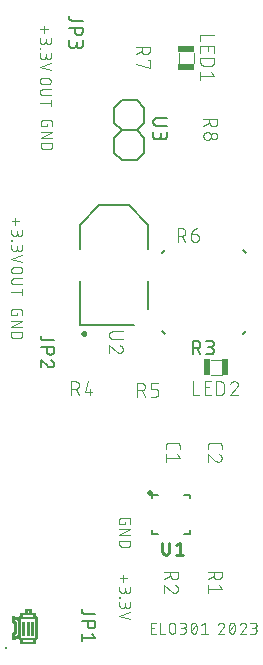
<source format=gbr>
G04 EAGLE Gerber RS-274X export*
G75*
%MOMM*%
%FSLAX34Y34*%
%LPD*%
%INSilkscreen Top*%
%IPPOS*%
%AMOC8*
5,1,8,0,0,1.08239X$1,22.5*%
G01*
%ADD10C,0.076200*%
%ADD11R,0.000497X0.000497*%
%ADD12R,0.000494X0.000494*%
%ADD13R,0.000494X0.000497*%
%ADD14R,0.000497X0.000494*%
%ADD15R,0.000500X0.000497*%
%ADD16R,0.000994X0.000494*%
%ADD17R,0.000994X0.000497*%
%ADD18R,0.002975X0.000494*%
%ADD19R,0.018356X0.000494*%
%ADD20R,0.002975X0.000497*%
%ADD21R,0.002978X0.000497*%
%ADD22R,0.000991X0.000497*%
%ADD23R,0.000500X0.000494*%
%ADD24R,0.000991X0.000494*%
%ADD25R,0.003969X0.000497*%
%ADD26R,0.015378X0.000497*%
%ADD27R,0.001488X0.000497*%
%ADD28R,0.008431X0.000494*%
%ADD29R,0.007938X0.000497*%
%ADD30R,0.005838X0.502413*%
%ADD31R,0.005838X0.005838*%
%ADD32R,0.005838X0.005844*%
%ADD33R,0.005844X0.508256*%
%ADD34R,0.005844X0.508250*%
%ADD35R,0.005844X0.005838*%
%ADD36R,0.005844X0.005844*%
%ADD37R,0.005838X0.514094*%
%ADD38R,0.005844X0.519938*%
%ADD39R,0.005838X0.525775*%
%ADD40R,0.005844X0.525781*%
%ADD41R,0.005838X0.531619*%
%ADD42R,0.005844X0.537463*%
%ADD43R,0.005838X0.537463*%
%ADD44R,0.005844X0.543306*%
%ADD45R,0.005838X0.549144*%
%ADD46R,0.005838X0.549150*%
%ADD47R,0.005844X0.554988*%
%ADD48R,0.005838X0.560831*%
%ADD49R,0.005844X0.560831*%
%ADD50R,0.005838X0.566669*%
%ADD51R,0.005838X0.566675*%
%ADD52R,0.005844X0.572512*%
%ADD53R,0.005838X0.572512*%
%ADD54R,0.005844X0.578356*%
%ADD55R,0.005838X0.584200*%
%ADD56R,0.005844X0.590044*%
%ADD57R,0.005838X0.595881*%
%ADD58R,0.005844X0.595881*%
%ADD59R,0.005838X0.601725*%
%ADD60R,0.005844X0.607569*%
%ADD61R,0.005844X0.607563*%
%ADD62R,0.005838X0.607569*%
%ADD63R,0.005838X0.613406*%
%ADD64R,0.005844X0.619250*%
%ADD65R,0.005838X0.181100*%
%ADD66R,0.005838X1.109981*%
%ADD67R,0.005844X0.181100*%
%ADD68R,0.005844X1.098294*%
%ADD69R,0.005838X1.086612*%
%ADD70R,0.005844X1.074925*%
%ADD71R,0.005838X1.063244*%
%ADD72R,0.005844X1.051556*%
%ADD73R,0.005838X1.039875*%
%ADD74R,0.005838X1.028194*%
%ADD75R,0.005844X1.016506*%
%ADD76R,0.005838X1.004825*%
%ADD77R,0.005844X0.993138*%
%ADD78R,0.005838X0.981456*%
%ADD79R,0.005844X0.969769*%
%ADD80R,0.005838X0.958088*%
%ADD81R,0.005844X0.946406*%
%ADD82R,0.005838X0.934719*%
%ADD83R,0.005838X0.923038*%
%ADD84R,0.005844X0.911350*%
%ADD85R,0.005838X0.899669*%
%ADD86R,0.005844X0.887981*%
%ADD87R,0.005838X0.876300*%
%ADD88R,0.005844X0.864613*%
%ADD89R,0.005838X0.852931*%
%ADD90R,0.005838X0.841250*%
%ADD91R,0.005844X0.829563*%
%ADD92R,0.005838X0.817881*%
%ADD93R,0.005844X0.806194*%
%ADD94R,0.005838X0.794513*%
%ADD95R,0.005844X0.782825*%
%ADD96R,0.005838X0.771144*%
%ADD97R,0.005844X1.647444*%
%ADD98R,0.005838X1.670813*%
%ADD99R,0.005838X0.011681*%
%ADD100R,0.005844X1.705863*%
%ADD101R,0.005838X1.735075*%
%ADD102R,0.005844X1.752600*%
%ADD103R,0.005838X1.775969*%
%ADD104R,0.005838X1.787650*%
%ADD105R,0.005844X1.799338*%
%ADD106R,0.005838X1.822706*%
%ADD107R,0.005844X1.834388*%
%ADD108R,0.005838X1.834388*%
%ADD109R,0.005844X1.846069*%
%ADD110R,0.005838X1.857756*%
%ADD111R,0.005838X1.869438*%
%ADD112R,0.005844X1.869438*%
%ADD113R,0.005838X1.881125*%
%ADD114R,0.005844X1.892806*%
%ADD115R,0.005838X1.892806*%
%ADD116R,0.005838X1.904494*%
%ADD117R,0.005844X1.904494*%
%ADD118R,0.005838X1.910331*%
%ADD119R,0.005838X1.916175*%
%ADD120R,0.005844X1.916175*%
%ADD121R,0.005838X1.927856*%
%ADD122R,0.005844X1.927856*%
%ADD123R,0.005838X0.525781*%
%ADD124R,0.005844X0.531619*%
%ADD125R,0.005838X0.175256*%
%ADD126R,0.005838X1.226819*%
%ADD127R,0.005838X0.175263*%
%ADD128R,0.005844X0.175256*%
%ADD129R,0.005844X1.226819*%
%ADD130R,0.005844X0.175263*%
%ADD131R,0.005838X1.886963*%
%ADD132R,0.005844X1.881125*%
%ADD133R,0.005844X1.857756*%
%ADD134R,0.005838X1.846069*%
%ADD135R,0.005844X1.822706*%
%ADD136R,0.005838X1.799338*%
%ADD137R,0.005844X1.775969*%
%ADD138R,0.005838X1.752600*%
%ADD139R,0.005844X1.740913*%
%ADD140R,0.005838X1.705863*%
%ADD141R,0.005844X1.682494*%
%ADD142R,0.005838X1.624075*%
%ADD143C,0.101600*%
%ADD144C,0.127000*%
%ADD145R,1.350000X0.600000*%
%ADD146R,0.600000X1.350000*%
%ADD147C,0.152400*%
%ADD148C,0.203200*%
%ADD149C,0.508000*%
%ADD150C,0.254000*%
%ADD151C,0.240000*%


D10*
X100852Y107724D02*
X100852Y106158D01*
X95631Y106158D01*
X95631Y109291D01*
X95633Y109380D01*
X95639Y109468D01*
X95648Y109556D01*
X95661Y109644D01*
X95678Y109731D01*
X95698Y109817D01*
X95723Y109902D01*
X95750Y109987D01*
X95782Y110070D01*
X95816Y110151D01*
X95855Y110231D01*
X95896Y110309D01*
X95941Y110386D01*
X95989Y110460D01*
X96040Y110533D01*
X96094Y110603D01*
X96152Y110670D01*
X96212Y110736D01*
X96274Y110798D01*
X96340Y110858D01*
X96407Y110916D01*
X96477Y110970D01*
X96550Y111021D01*
X96624Y111069D01*
X96701Y111114D01*
X96779Y111155D01*
X96859Y111194D01*
X96940Y111228D01*
X97023Y111260D01*
X97108Y111287D01*
X97193Y111312D01*
X97279Y111332D01*
X97366Y111349D01*
X97454Y111362D01*
X97542Y111371D01*
X97630Y111377D01*
X97719Y111379D01*
X102941Y111379D01*
X103032Y111377D01*
X103123Y111371D01*
X103214Y111361D01*
X103304Y111347D01*
X103393Y111330D01*
X103481Y111308D01*
X103569Y111282D01*
X103655Y111253D01*
X103740Y111220D01*
X103823Y111183D01*
X103905Y111143D01*
X103985Y111099D01*
X104063Y111052D01*
X104139Y111001D01*
X104212Y110948D01*
X104283Y110891D01*
X104352Y110830D01*
X104417Y110767D01*
X104480Y110702D01*
X104540Y110633D01*
X104598Y110562D01*
X104651Y110489D01*
X104702Y110413D01*
X104749Y110335D01*
X104793Y110255D01*
X104833Y110173D01*
X104870Y110090D01*
X104903Y110005D01*
X104932Y109919D01*
X104958Y109831D01*
X104980Y109743D01*
X104997Y109654D01*
X105011Y109564D01*
X105021Y109473D01*
X105027Y109382D01*
X105029Y109291D01*
X105029Y106158D01*
X105029Y101625D02*
X95631Y101625D01*
X95631Y96404D02*
X105029Y101625D01*
X105029Y96404D02*
X95631Y96404D01*
X95631Y91872D02*
X105029Y91872D01*
X105029Y89261D01*
X105027Y89161D01*
X105021Y89061D01*
X105012Y88962D01*
X104998Y88862D01*
X104981Y88764D01*
X104960Y88666D01*
X104936Y88569D01*
X104907Y88473D01*
X104875Y88378D01*
X104840Y88285D01*
X104801Y88193D01*
X104758Y88102D01*
X104712Y88014D01*
X104662Y87927D01*
X104610Y87842D01*
X104554Y87759D01*
X104495Y87678D01*
X104432Y87600D01*
X104367Y87524D01*
X104299Y87450D01*
X104229Y87380D01*
X104155Y87312D01*
X104079Y87247D01*
X104001Y87184D01*
X103920Y87125D01*
X103837Y87069D01*
X103752Y87017D01*
X103665Y86967D01*
X103577Y86921D01*
X103486Y86878D01*
X103394Y86839D01*
X103301Y86804D01*
X103206Y86772D01*
X103110Y86743D01*
X103013Y86719D01*
X102915Y86698D01*
X102817Y86681D01*
X102717Y86667D01*
X102618Y86658D01*
X102518Y86652D01*
X102418Y86650D01*
X102418Y86651D02*
X98242Y86651D01*
X98242Y86650D02*
X98142Y86652D01*
X98042Y86658D01*
X97943Y86667D01*
X97843Y86681D01*
X97745Y86698D01*
X97647Y86719D01*
X97550Y86743D01*
X97454Y86772D01*
X97359Y86804D01*
X97266Y86839D01*
X97174Y86878D01*
X97083Y86921D01*
X96995Y86967D01*
X96908Y87017D01*
X96823Y87069D01*
X96740Y87125D01*
X96659Y87184D01*
X96581Y87247D01*
X96505Y87312D01*
X96431Y87380D01*
X96361Y87450D01*
X96293Y87524D01*
X96228Y87600D01*
X96165Y87678D01*
X96106Y87759D01*
X96050Y87842D01*
X95998Y87927D01*
X95948Y88014D01*
X95902Y88102D01*
X95859Y88193D01*
X95820Y88285D01*
X95785Y88378D01*
X95753Y88473D01*
X95724Y88569D01*
X95700Y88666D01*
X95679Y88764D01*
X95662Y88862D01*
X95648Y88962D01*
X95639Y89061D01*
X95633Y89161D01*
X95631Y89261D01*
X95631Y91872D01*
X9412Y282688D02*
X9412Y284254D01*
X9412Y282688D02*
X4191Y282688D01*
X4191Y285821D01*
X4193Y285910D01*
X4199Y285998D01*
X4208Y286086D01*
X4221Y286174D01*
X4238Y286261D01*
X4258Y286347D01*
X4283Y286432D01*
X4310Y286517D01*
X4342Y286600D01*
X4376Y286681D01*
X4415Y286761D01*
X4456Y286839D01*
X4501Y286916D01*
X4549Y286990D01*
X4600Y287063D01*
X4654Y287133D01*
X4712Y287200D01*
X4772Y287266D01*
X4834Y287328D01*
X4900Y287388D01*
X4967Y287446D01*
X5037Y287500D01*
X5110Y287551D01*
X5184Y287599D01*
X5261Y287644D01*
X5339Y287685D01*
X5419Y287724D01*
X5500Y287758D01*
X5583Y287790D01*
X5668Y287817D01*
X5753Y287842D01*
X5839Y287862D01*
X5926Y287879D01*
X6014Y287892D01*
X6102Y287901D01*
X6190Y287907D01*
X6279Y287909D01*
X11501Y287909D01*
X11592Y287907D01*
X11683Y287901D01*
X11774Y287891D01*
X11864Y287877D01*
X11953Y287860D01*
X12041Y287838D01*
X12129Y287812D01*
X12215Y287783D01*
X12300Y287750D01*
X12383Y287713D01*
X12465Y287673D01*
X12545Y287629D01*
X12623Y287582D01*
X12699Y287531D01*
X12772Y287478D01*
X12843Y287421D01*
X12912Y287360D01*
X12977Y287297D01*
X13040Y287232D01*
X13100Y287163D01*
X13158Y287092D01*
X13211Y287019D01*
X13262Y286943D01*
X13309Y286865D01*
X13353Y286785D01*
X13393Y286703D01*
X13430Y286620D01*
X13463Y286535D01*
X13492Y286449D01*
X13518Y286361D01*
X13540Y286273D01*
X13557Y286184D01*
X13571Y286094D01*
X13581Y286003D01*
X13587Y285912D01*
X13589Y285821D01*
X13589Y282688D01*
X13589Y278155D02*
X4191Y278155D01*
X4191Y272934D02*
X13589Y278155D01*
X13589Y272934D02*
X4191Y272934D01*
X4191Y268402D02*
X13589Y268402D01*
X13589Y265791D01*
X13587Y265691D01*
X13581Y265591D01*
X13572Y265492D01*
X13558Y265392D01*
X13541Y265294D01*
X13520Y265196D01*
X13496Y265099D01*
X13467Y265003D01*
X13435Y264908D01*
X13400Y264815D01*
X13361Y264723D01*
X13318Y264632D01*
X13272Y264544D01*
X13222Y264457D01*
X13170Y264372D01*
X13114Y264289D01*
X13055Y264208D01*
X12992Y264130D01*
X12927Y264054D01*
X12859Y263980D01*
X12789Y263910D01*
X12715Y263842D01*
X12639Y263777D01*
X12561Y263714D01*
X12480Y263655D01*
X12397Y263599D01*
X12312Y263547D01*
X12225Y263497D01*
X12137Y263451D01*
X12046Y263408D01*
X11954Y263369D01*
X11861Y263334D01*
X11766Y263302D01*
X11670Y263273D01*
X11573Y263249D01*
X11475Y263228D01*
X11377Y263211D01*
X11277Y263197D01*
X11178Y263188D01*
X11078Y263182D01*
X10978Y263180D01*
X10978Y263181D02*
X6802Y263181D01*
X6802Y263180D02*
X6702Y263182D01*
X6602Y263188D01*
X6503Y263197D01*
X6403Y263211D01*
X6305Y263228D01*
X6207Y263249D01*
X6110Y263273D01*
X6014Y263302D01*
X5919Y263334D01*
X5826Y263369D01*
X5734Y263408D01*
X5643Y263451D01*
X5555Y263497D01*
X5468Y263547D01*
X5383Y263599D01*
X5300Y263655D01*
X5219Y263714D01*
X5141Y263777D01*
X5065Y263842D01*
X4991Y263910D01*
X4921Y263980D01*
X4853Y264054D01*
X4788Y264130D01*
X4725Y264208D01*
X4666Y264289D01*
X4610Y264372D01*
X4558Y264457D01*
X4508Y264544D01*
X4462Y264632D01*
X4419Y264723D01*
X4380Y264815D01*
X4345Y264908D01*
X4313Y265003D01*
X4284Y265099D01*
X4260Y265196D01*
X4239Y265294D01*
X4222Y265392D01*
X4208Y265492D01*
X4199Y265591D01*
X4193Y265691D01*
X4191Y265791D01*
X4191Y268402D01*
X34812Y442708D02*
X34812Y444274D01*
X34812Y442708D02*
X29591Y442708D01*
X29591Y445841D01*
X29593Y445930D01*
X29599Y446018D01*
X29608Y446106D01*
X29621Y446194D01*
X29638Y446281D01*
X29658Y446367D01*
X29683Y446452D01*
X29710Y446537D01*
X29742Y446620D01*
X29776Y446701D01*
X29815Y446781D01*
X29856Y446859D01*
X29901Y446936D01*
X29949Y447010D01*
X30000Y447083D01*
X30054Y447153D01*
X30112Y447220D01*
X30172Y447286D01*
X30234Y447348D01*
X30300Y447408D01*
X30367Y447466D01*
X30437Y447520D01*
X30510Y447571D01*
X30584Y447619D01*
X30661Y447664D01*
X30739Y447705D01*
X30819Y447744D01*
X30900Y447778D01*
X30983Y447810D01*
X31068Y447837D01*
X31153Y447862D01*
X31239Y447882D01*
X31326Y447899D01*
X31414Y447912D01*
X31502Y447921D01*
X31590Y447927D01*
X31679Y447929D01*
X36901Y447929D01*
X36992Y447927D01*
X37083Y447921D01*
X37174Y447911D01*
X37264Y447897D01*
X37353Y447880D01*
X37441Y447858D01*
X37529Y447832D01*
X37615Y447803D01*
X37700Y447770D01*
X37783Y447733D01*
X37865Y447693D01*
X37945Y447649D01*
X38023Y447602D01*
X38099Y447551D01*
X38172Y447498D01*
X38243Y447441D01*
X38312Y447380D01*
X38377Y447317D01*
X38440Y447252D01*
X38500Y447183D01*
X38558Y447112D01*
X38611Y447039D01*
X38662Y446963D01*
X38709Y446885D01*
X38753Y446805D01*
X38793Y446723D01*
X38830Y446640D01*
X38863Y446555D01*
X38892Y446469D01*
X38918Y446381D01*
X38940Y446293D01*
X38957Y446204D01*
X38971Y446114D01*
X38981Y446023D01*
X38987Y445932D01*
X38989Y445841D01*
X38989Y442708D01*
X38989Y438175D02*
X29591Y438175D01*
X29591Y432954D02*
X38989Y438175D01*
X38989Y432954D02*
X29591Y432954D01*
X29591Y428422D02*
X38989Y428422D01*
X38989Y425811D01*
X38987Y425711D01*
X38981Y425611D01*
X38972Y425512D01*
X38958Y425412D01*
X38941Y425314D01*
X38920Y425216D01*
X38896Y425119D01*
X38867Y425023D01*
X38835Y424928D01*
X38800Y424835D01*
X38761Y424743D01*
X38718Y424652D01*
X38672Y424564D01*
X38622Y424477D01*
X38570Y424392D01*
X38514Y424309D01*
X38455Y424228D01*
X38392Y424150D01*
X38327Y424074D01*
X38259Y424000D01*
X38189Y423930D01*
X38115Y423862D01*
X38039Y423797D01*
X37961Y423734D01*
X37880Y423675D01*
X37797Y423619D01*
X37712Y423567D01*
X37625Y423517D01*
X37537Y423471D01*
X37446Y423428D01*
X37354Y423389D01*
X37261Y423354D01*
X37166Y423322D01*
X37070Y423293D01*
X36973Y423269D01*
X36875Y423248D01*
X36777Y423231D01*
X36677Y423217D01*
X36578Y423208D01*
X36478Y423202D01*
X36378Y423200D01*
X36378Y423201D02*
X32202Y423201D01*
X32202Y423200D02*
X32102Y423202D01*
X32002Y423208D01*
X31903Y423217D01*
X31803Y423231D01*
X31705Y423248D01*
X31607Y423269D01*
X31510Y423293D01*
X31414Y423322D01*
X31319Y423354D01*
X31226Y423389D01*
X31134Y423428D01*
X31043Y423471D01*
X30955Y423517D01*
X30868Y423567D01*
X30783Y423619D01*
X30700Y423675D01*
X30619Y423734D01*
X30541Y423797D01*
X30465Y423862D01*
X30391Y423930D01*
X30321Y424000D01*
X30253Y424074D01*
X30188Y424150D01*
X30125Y424228D01*
X30066Y424309D01*
X30010Y424392D01*
X29958Y424477D01*
X29908Y424564D01*
X29862Y424652D01*
X29819Y424743D01*
X29780Y424835D01*
X29745Y424928D01*
X29713Y425023D01*
X29684Y425119D01*
X29660Y425216D01*
X29639Y425314D01*
X29622Y425412D01*
X29608Y425512D01*
X29599Y425611D01*
X29593Y425711D01*
X29591Y425811D01*
X29591Y428422D01*
X30932Y483489D02*
X35108Y483489D01*
X35209Y483487D01*
X35310Y483481D01*
X35411Y483471D01*
X35511Y483458D01*
X35611Y483440D01*
X35710Y483419D01*
X35808Y483393D01*
X35905Y483364D01*
X36001Y483332D01*
X36095Y483295D01*
X36188Y483255D01*
X36280Y483211D01*
X36369Y483164D01*
X36457Y483113D01*
X36543Y483059D01*
X36626Y483002D01*
X36708Y482942D01*
X36786Y482878D01*
X36863Y482812D01*
X36936Y482742D01*
X37007Y482670D01*
X37075Y482595D01*
X37140Y482517D01*
X37202Y482437D01*
X37261Y482355D01*
X37317Y482270D01*
X37369Y482183D01*
X37418Y482095D01*
X37464Y482004D01*
X37505Y481912D01*
X37544Y481818D01*
X37578Y481723D01*
X37609Y481627D01*
X37636Y481529D01*
X37660Y481431D01*
X37679Y481331D01*
X37695Y481231D01*
X37707Y481131D01*
X37715Y481030D01*
X37719Y480929D01*
X37719Y480827D01*
X37715Y480726D01*
X37707Y480625D01*
X37695Y480525D01*
X37679Y480425D01*
X37660Y480325D01*
X37636Y480227D01*
X37609Y480129D01*
X37578Y480033D01*
X37544Y479938D01*
X37505Y479844D01*
X37464Y479752D01*
X37418Y479661D01*
X37369Y479573D01*
X37317Y479486D01*
X37261Y479401D01*
X37202Y479319D01*
X37140Y479239D01*
X37075Y479161D01*
X37007Y479086D01*
X36936Y479014D01*
X36863Y478944D01*
X36786Y478878D01*
X36708Y478814D01*
X36626Y478754D01*
X36543Y478697D01*
X36457Y478643D01*
X36369Y478592D01*
X36280Y478545D01*
X36188Y478501D01*
X36095Y478461D01*
X36001Y478424D01*
X35905Y478392D01*
X35808Y478363D01*
X35710Y478337D01*
X35611Y478316D01*
X35511Y478298D01*
X35411Y478285D01*
X35310Y478275D01*
X35209Y478269D01*
X35108Y478267D01*
X35108Y478268D02*
X30932Y478268D01*
X30932Y478267D02*
X30831Y478269D01*
X30730Y478275D01*
X30629Y478285D01*
X30529Y478298D01*
X30429Y478316D01*
X30330Y478337D01*
X30232Y478363D01*
X30135Y478392D01*
X30039Y478424D01*
X29945Y478461D01*
X29852Y478501D01*
X29760Y478545D01*
X29671Y478592D01*
X29583Y478643D01*
X29497Y478697D01*
X29414Y478754D01*
X29332Y478814D01*
X29254Y478878D01*
X29177Y478944D01*
X29104Y479014D01*
X29033Y479086D01*
X28965Y479161D01*
X28900Y479239D01*
X28838Y479319D01*
X28779Y479401D01*
X28723Y479486D01*
X28671Y479573D01*
X28622Y479661D01*
X28576Y479752D01*
X28535Y479844D01*
X28496Y479938D01*
X28462Y480033D01*
X28431Y480129D01*
X28404Y480227D01*
X28380Y480325D01*
X28361Y480425D01*
X28345Y480525D01*
X28333Y480625D01*
X28325Y480726D01*
X28321Y480827D01*
X28321Y480929D01*
X28325Y481030D01*
X28333Y481131D01*
X28345Y481231D01*
X28361Y481331D01*
X28380Y481431D01*
X28404Y481529D01*
X28431Y481627D01*
X28462Y481723D01*
X28496Y481818D01*
X28535Y481912D01*
X28576Y482004D01*
X28622Y482095D01*
X28671Y482184D01*
X28723Y482270D01*
X28779Y482355D01*
X28838Y482437D01*
X28900Y482517D01*
X28965Y482595D01*
X29033Y482670D01*
X29104Y482742D01*
X29177Y482812D01*
X29254Y482878D01*
X29332Y482942D01*
X29414Y483002D01*
X29497Y483059D01*
X29583Y483113D01*
X29671Y483164D01*
X29760Y483211D01*
X29852Y483255D01*
X29945Y483295D01*
X30039Y483332D01*
X30135Y483364D01*
X30232Y483393D01*
X30330Y483419D01*
X30429Y483440D01*
X30529Y483458D01*
X30629Y483471D01*
X30730Y483481D01*
X30831Y483487D01*
X30932Y483489D01*
X30932Y474040D02*
X37719Y474040D01*
X30932Y474041D02*
X30831Y474039D01*
X30730Y474033D01*
X30629Y474023D01*
X30529Y474010D01*
X30429Y473992D01*
X30330Y473971D01*
X30232Y473945D01*
X30135Y473916D01*
X30039Y473884D01*
X29945Y473847D01*
X29852Y473807D01*
X29760Y473763D01*
X29671Y473716D01*
X29583Y473665D01*
X29497Y473611D01*
X29414Y473554D01*
X29332Y473494D01*
X29254Y473430D01*
X29177Y473364D01*
X29104Y473294D01*
X29033Y473222D01*
X28965Y473147D01*
X28900Y473069D01*
X28838Y472989D01*
X28779Y472907D01*
X28723Y472822D01*
X28671Y472736D01*
X28622Y472647D01*
X28576Y472556D01*
X28535Y472464D01*
X28496Y472370D01*
X28462Y472275D01*
X28431Y472179D01*
X28404Y472081D01*
X28380Y471983D01*
X28361Y471883D01*
X28345Y471783D01*
X28333Y471683D01*
X28325Y471582D01*
X28321Y471481D01*
X28321Y471379D01*
X28325Y471278D01*
X28333Y471177D01*
X28345Y471077D01*
X28361Y470977D01*
X28380Y470877D01*
X28404Y470779D01*
X28431Y470681D01*
X28462Y470585D01*
X28496Y470490D01*
X28535Y470396D01*
X28576Y470304D01*
X28622Y470213D01*
X28671Y470125D01*
X28723Y470038D01*
X28779Y469953D01*
X28838Y469871D01*
X28900Y469791D01*
X28965Y469713D01*
X29033Y469638D01*
X29104Y469566D01*
X29177Y469496D01*
X29254Y469430D01*
X29332Y469366D01*
X29414Y469306D01*
X29497Y469249D01*
X29583Y469195D01*
X29671Y469144D01*
X29760Y469097D01*
X29852Y469053D01*
X29945Y469013D01*
X30039Y468976D01*
X30135Y468944D01*
X30232Y468915D01*
X30330Y468889D01*
X30429Y468868D01*
X30529Y468850D01*
X30629Y468837D01*
X30730Y468827D01*
X30831Y468821D01*
X30932Y468819D01*
X37719Y468819D01*
X37719Y462591D02*
X28321Y462591D01*
X37719Y465201D02*
X37719Y459980D01*
X10978Y323469D02*
X6802Y323469D01*
X10978Y323469D02*
X11079Y323467D01*
X11180Y323461D01*
X11281Y323451D01*
X11381Y323438D01*
X11481Y323420D01*
X11580Y323399D01*
X11678Y323373D01*
X11775Y323344D01*
X11871Y323312D01*
X11965Y323275D01*
X12058Y323235D01*
X12150Y323191D01*
X12239Y323144D01*
X12327Y323093D01*
X12413Y323039D01*
X12496Y322982D01*
X12578Y322922D01*
X12656Y322858D01*
X12733Y322792D01*
X12806Y322722D01*
X12877Y322650D01*
X12945Y322575D01*
X13010Y322497D01*
X13072Y322417D01*
X13131Y322335D01*
X13187Y322250D01*
X13239Y322163D01*
X13288Y322075D01*
X13334Y321984D01*
X13375Y321892D01*
X13414Y321798D01*
X13448Y321703D01*
X13479Y321607D01*
X13506Y321509D01*
X13530Y321411D01*
X13549Y321311D01*
X13565Y321211D01*
X13577Y321111D01*
X13585Y321010D01*
X13589Y320909D01*
X13589Y320807D01*
X13585Y320706D01*
X13577Y320605D01*
X13565Y320505D01*
X13549Y320405D01*
X13530Y320305D01*
X13506Y320207D01*
X13479Y320109D01*
X13448Y320013D01*
X13414Y319918D01*
X13375Y319824D01*
X13334Y319732D01*
X13288Y319641D01*
X13239Y319553D01*
X13187Y319466D01*
X13131Y319381D01*
X13072Y319299D01*
X13010Y319219D01*
X12945Y319141D01*
X12877Y319066D01*
X12806Y318994D01*
X12733Y318924D01*
X12656Y318858D01*
X12578Y318794D01*
X12496Y318734D01*
X12413Y318677D01*
X12327Y318623D01*
X12239Y318572D01*
X12150Y318525D01*
X12058Y318481D01*
X11965Y318441D01*
X11871Y318404D01*
X11775Y318372D01*
X11678Y318343D01*
X11580Y318317D01*
X11481Y318296D01*
X11381Y318278D01*
X11281Y318265D01*
X11180Y318255D01*
X11079Y318249D01*
X10978Y318247D01*
X10978Y318248D02*
X6802Y318248D01*
X6802Y318247D02*
X6701Y318249D01*
X6600Y318255D01*
X6499Y318265D01*
X6399Y318278D01*
X6299Y318296D01*
X6200Y318317D01*
X6102Y318343D01*
X6005Y318372D01*
X5909Y318404D01*
X5815Y318441D01*
X5722Y318481D01*
X5630Y318525D01*
X5541Y318572D01*
X5453Y318623D01*
X5367Y318677D01*
X5284Y318734D01*
X5202Y318794D01*
X5124Y318858D01*
X5047Y318924D01*
X4974Y318994D01*
X4903Y319066D01*
X4835Y319141D01*
X4770Y319219D01*
X4708Y319299D01*
X4649Y319381D01*
X4593Y319466D01*
X4541Y319553D01*
X4492Y319641D01*
X4446Y319732D01*
X4405Y319824D01*
X4366Y319918D01*
X4332Y320013D01*
X4301Y320109D01*
X4274Y320207D01*
X4250Y320305D01*
X4231Y320405D01*
X4215Y320505D01*
X4203Y320605D01*
X4195Y320706D01*
X4191Y320807D01*
X4191Y320909D01*
X4195Y321010D01*
X4203Y321111D01*
X4215Y321211D01*
X4231Y321311D01*
X4250Y321411D01*
X4274Y321509D01*
X4301Y321607D01*
X4332Y321703D01*
X4366Y321798D01*
X4405Y321892D01*
X4446Y321984D01*
X4492Y322075D01*
X4541Y322164D01*
X4593Y322250D01*
X4649Y322335D01*
X4708Y322417D01*
X4770Y322497D01*
X4835Y322575D01*
X4903Y322650D01*
X4974Y322722D01*
X5047Y322792D01*
X5124Y322858D01*
X5202Y322922D01*
X5284Y322982D01*
X5367Y323039D01*
X5453Y323093D01*
X5541Y323144D01*
X5630Y323191D01*
X5722Y323235D01*
X5815Y323275D01*
X5909Y323312D01*
X6005Y323344D01*
X6102Y323373D01*
X6200Y323399D01*
X6299Y323420D01*
X6399Y323438D01*
X6499Y323451D01*
X6600Y323461D01*
X6701Y323467D01*
X6802Y323469D01*
X6802Y314020D02*
X13589Y314020D01*
X6802Y314021D02*
X6701Y314019D01*
X6600Y314013D01*
X6499Y314003D01*
X6399Y313990D01*
X6299Y313972D01*
X6200Y313951D01*
X6102Y313925D01*
X6005Y313896D01*
X5909Y313864D01*
X5815Y313827D01*
X5722Y313787D01*
X5630Y313743D01*
X5541Y313696D01*
X5453Y313645D01*
X5367Y313591D01*
X5284Y313534D01*
X5202Y313474D01*
X5124Y313410D01*
X5047Y313344D01*
X4974Y313274D01*
X4903Y313202D01*
X4835Y313127D01*
X4770Y313049D01*
X4708Y312969D01*
X4649Y312887D01*
X4593Y312802D01*
X4541Y312716D01*
X4492Y312627D01*
X4446Y312536D01*
X4405Y312444D01*
X4366Y312350D01*
X4332Y312255D01*
X4301Y312159D01*
X4274Y312061D01*
X4250Y311963D01*
X4231Y311863D01*
X4215Y311763D01*
X4203Y311663D01*
X4195Y311562D01*
X4191Y311461D01*
X4191Y311359D01*
X4195Y311258D01*
X4203Y311157D01*
X4215Y311057D01*
X4231Y310957D01*
X4250Y310857D01*
X4274Y310759D01*
X4301Y310661D01*
X4332Y310565D01*
X4366Y310470D01*
X4405Y310376D01*
X4446Y310284D01*
X4492Y310193D01*
X4541Y310105D01*
X4593Y310018D01*
X4649Y309933D01*
X4708Y309851D01*
X4770Y309771D01*
X4835Y309693D01*
X4903Y309618D01*
X4974Y309546D01*
X5047Y309476D01*
X5124Y309410D01*
X5202Y309346D01*
X5284Y309286D01*
X5367Y309229D01*
X5453Y309175D01*
X5541Y309124D01*
X5630Y309077D01*
X5722Y309033D01*
X5815Y308993D01*
X5909Y308956D01*
X6005Y308924D01*
X6102Y308895D01*
X6200Y308869D01*
X6299Y308848D01*
X6399Y308830D01*
X6499Y308817D01*
X6600Y308807D01*
X6701Y308801D01*
X6802Y308799D01*
X13589Y308799D01*
X13589Y302571D02*
X4191Y302571D01*
X13589Y305181D02*
X13589Y299960D01*
X99286Y63119D02*
X99286Y56854D01*
X102418Y59986D02*
X96153Y59986D01*
X95631Y52843D02*
X95631Y50233D01*
X95633Y50132D01*
X95639Y50031D01*
X95649Y49930D01*
X95662Y49830D01*
X95680Y49730D01*
X95701Y49631D01*
X95727Y49533D01*
X95756Y49436D01*
X95788Y49340D01*
X95825Y49246D01*
X95865Y49153D01*
X95909Y49061D01*
X95956Y48972D01*
X96007Y48884D01*
X96061Y48798D01*
X96118Y48715D01*
X96178Y48633D01*
X96242Y48555D01*
X96308Y48478D01*
X96378Y48405D01*
X96450Y48334D01*
X96525Y48266D01*
X96603Y48201D01*
X96683Y48139D01*
X96765Y48080D01*
X96850Y48024D01*
X96937Y47972D01*
X97025Y47923D01*
X97116Y47877D01*
X97208Y47836D01*
X97302Y47797D01*
X97397Y47763D01*
X97493Y47732D01*
X97591Y47705D01*
X97689Y47681D01*
X97789Y47662D01*
X97889Y47646D01*
X97989Y47634D01*
X98090Y47626D01*
X98191Y47622D01*
X98293Y47622D01*
X98394Y47626D01*
X98495Y47634D01*
X98595Y47646D01*
X98695Y47662D01*
X98795Y47681D01*
X98893Y47705D01*
X98991Y47732D01*
X99087Y47763D01*
X99182Y47797D01*
X99276Y47836D01*
X99368Y47877D01*
X99459Y47923D01*
X99547Y47972D01*
X99634Y48024D01*
X99719Y48080D01*
X99801Y48139D01*
X99881Y48201D01*
X99959Y48266D01*
X100034Y48334D01*
X100106Y48405D01*
X100176Y48478D01*
X100242Y48555D01*
X100306Y48633D01*
X100366Y48715D01*
X100423Y48798D01*
X100477Y48884D01*
X100528Y48972D01*
X100575Y49061D01*
X100619Y49153D01*
X100659Y49246D01*
X100696Y49340D01*
X100728Y49436D01*
X100757Y49533D01*
X100783Y49631D01*
X100804Y49730D01*
X100822Y49830D01*
X100835Y49930D01*
X100845Y50031D01*
X100851Y50132D01*
X100853Y50233D01*
X105029Y49711D02*
X105029Y52843D01*
X105029Y49711D02*
X105027Y49621D01*
X105021Y49532D01*
X105012Y49442D01*
X104998Y49353D01*
X104981Y49265D01*
X104960Y49178D01*
X104935Y49091D01*
X104906Y49006D01*
X104874Y48922D01*
X104839Y48840D01*
X104799Y48759D01*
X104757Y48680D01*
X104711Y48603D01*
X104661Y48528D01*
X104609Y48455D01*
X104553Y48384D01*
X104495Y48316D01*
X104433Y48251D01*
X104369Y48188D01*
X104302Y48128D01*
X104233Y48071D01*
X104161Y48017D01*
X104087Y47966D01*
X104011Y47918D01*
X103933Y47874D01*
X103853Y47833D01*
X103771Y47795D01*
X103688Y47761D01*
X103603Y47731D01*
X103517Y47704D01*
X103431Y47681D01*
X103343Y47662D01*
X103254Y47647D01*
X103165Y47635D01*
X103076Y47627D01*
X102986Y47623D01*
X102896Y47623D01*
X102806Y47627D01*
X102717Y47635D01*
X102628Y47647D01*
X102539Y47662D01*
X102451Y47681D01*
X102365Y47704D01*
X102279Y47731D01*
X102194Y47761D01*
X102111Y47795D01*
X102029Y47833D01*
X101949Y47874D01*
X101871Y47918D01*
X101795Y47966D01*
X101721Y48017D01*
X101649Y48071D01*
X101580Y48128D01*
X101513Y48188D01*
X101449Y48251D01*
X101387Y48316D01*
X101329Y48384D01*
X101273Y48455D01*
X101221Y48528D01*
X101171Y48603D01*
X101125Y48680D01*
X101083Y48759D01*
X101043Y48840D01*
X101008Y48922D01*
X100976Y49006D01*
X100947Y49091D01*
X100922Y49178D01*
X100901Y49265D01*
X100884Y49353D01*
X100870Y49442D01*
X100861Y49532D01*
X100855Y49621D01*
X100853Y49711D01*
X100852Y49711D02*
X100852Y51799D01*
X96153Y44093D02*
X95631Y44093D01*
X96153Y44093D02*
X96153Y43571D01*
X95631Y43571D01*
X95631Y44093D01*
X95631Y40042D02*
X95631Y37431D01*
X95633Y37330D01*
X95639Y37229D01*
X95649Y37128D01*
X95662Y37028D01*
X95680Y36928D01*
X95701Y36829D01*
X95727Y36731D01*
X95756Y36634D01*
X95788Y36538D01*
X95825Y36444D01*
X95865Y36351D01*
X95909Y36259D01*
X95956Y36170D01*
X96007Y36082D01*
X96061Y35996D01*
X96118Y35913D01*
X96178Y35831D01*
X96242Y35753D01*
X96308Y35676D01*
X96378Y35603D01*
X96450Y35532D01*
X96525Y35464D01*
X96603Y35399D01*
X96683Y35337D01*
X96765Y35278D01*
X96850Y35222D01*
X96937Y35170D01*
X97025Y35121D01*
X97116Y35075D01*
X97208Y35034D01*
X97302Y34995D01*
X97397Y34961D01*
X97493Y34930D01*
X97591Y34903D01*
X97689Y34879D01*
X97789Y34860D01*
X97889Y34844D01*
X97989Y34832D01*
X98090Y34824D01*
X98191Y34820D01*
X98293Y34820D01*
X98394Y34824D01*
X98495Y34832D01*
X98595Y34844D01*
X98695Y34860D01*
X98795Y34879D01*
X98893Y34903D01*
X98991Y34930D01*
X99087Y34961D01*
X99182Y34995D01*
X99276Y35034D01*
X99368Y35075D01*
X99459Y35121D01*
X99547Y35170D01*
X99634Y35222D01*
X99719Y35278D01*
X99801Y35337D01*
X99881Y35399D01*
X99959Y35464D01*
X100034Y35532D01*
X100106Y35603D01*
X100176Y35676D01*
X100242Y35753D01*
X100306Y35831D01*
X100366Y35913D01*
X100423Y35996D01*
X100477Y36082D01*
X100528Y36170D01*
X100575Y36259D01*
X100619Y36351D01*
X100659Y36444D01*
X100696Y36538D01*
X100728Y36634D01*
X100757Y36731D01*
X100783Y36829D01*
X100804Y36928D01*
X100822Y37028D01*
X100835Y37128D01*
X100845Y37229D01*
X100851Y37330D01*
X100853Y37431D01*
X105029Y36909D02*
X105029Y40042D01*
X105029Y36909D02*
X105027Y36819D01*
X105021Y36730D01*
X105012Y36640D01*
X104998Y36551D01*
X104981Y36463D01*
X104960Y36376D01*
X104935Y36289D01*
X104906Y36204D01*
X104874Y36120D01*
X104839Y36038D01*
X104799Y35957D01*
X104757Y35878D01*
X104711Y35801D01*
X104661Y35726D01*
X104609Y35653D01*
X104553Y35582D01*
X104495Y35514D01*
X104433Y35449D01*
X104369Y35386D01*
X104302Y35326D01*
X104233Y35269D01*
X104161Y35215D01*
X104087Y35164D01*
X104011Y35116D01*
X103933Y35072D01*
X103853Y35031D01*
X103771Y34993D01*
X103688Y34959D01*
X103603Y34929D01*
X103517Y34902D01*
X103431Y34879D01*
X103343Y34860D01*
X103254Y34845D01*
X103165Y34833D01*
X103076Y34825D01*
X102986Y34821D01*
X102896Y34821D01*
X102806Y34825D01*
X102717Y34833D01*
X102628Y34845D01*
X102539Y34860D01*
X102451Y34879D01*
X102365Y34902D01*
X102279Y34929D01*
X102194Y34959D01*
X102111Y34993D01*
X102029Y35031D01*
X101949Y35072D01*
X101871Y35116D01*
X101795Y35164D01*
X101721Y35215D01*
X101649Y35269D01*
X101580Y35326D01*
X101513Y35386D01*
X101449Y35449D01*
X101387Y35514D01*
X101329Y35582D01*
X101273Y35653D01*
X101221Y35726D01*
X101171Y35801D01*
X101125Y35878D01*
X101083Y35957D01*
X101043Y36038D01*
X101008Y36120D01*
X100976Y36204D01*
X100947Y36289D01*
X100922Y36376D01*
X100901Y36463D01*
X100884Y36551D01*
X100870Y36640D01*
X100861Y36730D01*
X100855Y36819D01*
X100853Y36909D01*
X100852Y36909D02*
X100852Y38998D01*
X105029Y31420D02*
X95631Y28287D01*
X105029Y25155D01*
X122301Y13081D02*
X126478Y13081D01*
X122301Y13081D02*
X122301Y22479D01*
X126478Y22479D01*
X125434Y18302D02*
X122301Y18302D01*
X130226Y22479D02*
X130226Y13081D01*
X134403Y13081D01*
X137828Y15692D02*
X137828Y19868D01*
X137830Y19969D01*
X137836Y20070D01*
X137846Y20171D01*
X137859Y20271D01*
X137877Y20371D01*
X137898Y20470D01*
X137924Y20568D01*
X137953Y20665D01*
X137985Y20761D01*
X138022Y20855D01*
X138062Y20948D01*
X138106Y21040D01*
X138153Y21129D01*
X138204Y21217D01*
X138258Y21303D01*
X138315Y21386D01*
X138375Y21468D01*
X138439Y21546D01*
X138505Y21623D01*
X138575Y21696D01*
X138647Y21767D01*
X138722Y21835D01*
X138800Y21900D01*
X138880Y21962D01*
X138962Y22021D01*
X139047Y22077D01*
X139134Y22129D01*
X139222Y22178D01*
X139313Y22224D01*
X139405Y22265D01*
X139499Y22304D01*
X139594Y22338D01*
X139690Y22369D01*
X139788Y22396D01*
X139886Y22420D01*
X139986Y22439D01*
X140086Y22455D01*
X140186Y22467D01*
X140287Y22475D01*
X140388Y22479D01*
X140490Y22479D01*
X140591Y22475D01*
X140692Y22467D01*
X140792Y22455D01*
X140892Y22439D01*
X140992Y22420D01*
X141090Y22396D01*
X141188Y22369D01*
X141284Y22338D01*
X141379Y22304D01*
X141473Y22265D01*
X141565Y22224D01*
X141656Y22178D01*
X141745Y22129D01*
X141831Y22077D01*
X141916Y22021D01*
X141998Y21962D01*
X142078Y21900D01*
X142156Y21835D01*
X142231Y21767D01*
X142303Y21696D01*
X142373Y21623D01*
X142439Y21546D01*
X142503Y21468D01*
X142563Y21386D01*
X142620Y21303D01*
X142674Y21217D01*
X142725Y21129D01*
X142772Y21040D01*
X142816Y20948D01*
X142856Y20855D01*
X142893Y20761D01*
X142925Y20665D01*
X142954Y20568D01*
X142980Y20470D01*
X143001Y20371D01*
X143019Y20271D01*
X143032Y20171D01*
X143042Y20070D01*
X143048Y19969D01*
X143050Y19868D01*
X143049Y19868D02*
X143049Y15692D01*
X143050Y15692D02*
X143048Y15591D01*
X143042Y15490D01*
X143032Y15389D01*
X143019Y15289D01*
X143001Y15189D01*
X142980Y15090D01*
X142954Y14992D01*
X142925Y14895D01*
X142893Y14799D01*
X142856Y14705D01*
X142816Y14612D01*
X142772Y14520D01*
X142725Y14431D01*
X142674Y14343D01*
X142620Y14257D01*
X142563Y14174D01*
X142503Y14092D01*
X142439Y14014D01*
X142373Y13937D01*
X142303Y13864D01*
X142231Y13793D01*
X142156Y13725D01*
X142078Y13660D01*
X141998Y13598D01*
X141916Y13539D01*
X141831Y13483D01*
X141744Y13431D01*
X141656Y13382D01*
X141565Y13336D01*
X141473Y13295D01*
X141379Y13256D01*
X141284Y13222D01*
X141188Y13191D01*
X141090Y13164D01*
X140992Y13140D01*
X140892Y13121D01*
X140792Y13105D01*
X140692Y13093D01*
X140591Y13085D01*
X140490Y13081D01*
X140388Y13081D01*
X140287Y13085D01*
X140186Y13093D01*
X140086Y13105D01*
X139986Y13121D01*
X139886Y13140D01*
X139788Y13164D01*
X139690Y13191D01*
X139594Y13222D01*
X139499Y13256D01*
X139405Y13295D01*
X139313Y13336D01*
X139222Y13382D01*
X139134Y13431D01*
X139047Y13483D01*
X138962Y13539D01*
X138880Y13598D01*
X138800Y13660D01*
X138722Y13725D01*
X138647Y13793D01*
X138575Y13864D01*
X138505Y13937D01*
X138439Y14014D01*
X138375Y14092D01*
X138315Y14174D01*
X138258Y14257D01*
X138204Y14343D01*
X138153Y14431D01*
X138106Y14520D01*
X138062Y14612D01*
X138022Y14705D01*
X137985Y14799D01*
X137953Y14895D01*
X137924Y14992D01*
X137898Y15090D01*
X137877Y15189D01*
X137859Y15289D01*
X137846Y15389D01*
X137836Y15490D01*
X137830Y15591D01*
X137828Y15692D01*
X146972Y13081D02*
X149583Y13081D01*
X149684Y13083D01*
X149785Y13089D01*
X149886Y13099D01*
X149986Y13112D01*
X150086Y13130D01*
X150185Y13151D01*
X150283Y13177D01*
X150380Y13206D01*
X150476Y13238D01*
X150570Y13275D01*
X150663Y13315D01*
X150755Y13359D01*
X150844Y13406D01*
X150932Y13457D01*
X151018Y13511D01*
X151101Y13568D01*
X151183Y13628D01*
X151261Y13692D01*
X151338Y13758D01*
X151411Y13828D01*
X151482Y13900D01*
X151550Y13975D01*
X151615Y14053D01*
X151677Y14133D01*
X151736Y14215D01*
X151792Y14300D01*
X151844Y14386D01*
X151893Y14475D01*
X151939Y14566D01*
X151980Y14658D01*
X152019Y14752D01*
X152053Y14847D01*
X152084Y14943D01*
X152111Y15041D01*
X152135Y15139D01*
X152154Y15239D01*
X152170Y15339D01*
X152182Y15439D01*
X152190Y15540D01*
X152194Y15641D01*
X152194Y15743D01*
X152190Y15844D01*
X152182Y15945D01*
X152170Y16045D01*
X152154Y16145D01*
X152135Y16245D01*
X152111Y16343D01*
X152084Y16441D01*
X152053Y16537D01*
X152019Y16632D01*
X151980Y16726D01*
X151939Y16818D01*
X151893Y16909D01*
X151844Y16997D01*
X151792Y17084D01*
X151736Y17169D01*
X151677Y17251D01*
X151615Y17331D01*
X151550Y17409D01*
X151482Y17484D01*
X151411Y17556D01*
X151338Y17626D01*
X151261Y17692D01*
X151183Y17756D01*
X151101Y17816D01*
X151018Y17873D01*
X150932Y17927D01*
X150844Y17978D01*
X150755Y18025D01*
X150663Y18069D01*
X150570Y18109D01*
X150476Y18146D01*
X150380Y18178D01*
X150283Y18207D01*
X150185Y18233D01*
X150086Y18254D01*
X149986Y18272D01*
X149886Y18285D01*
X149785Y18295D01*
X149684Y18301D01*
X149583Y18303D01*
X150105Y22479D02*
X146972Y22479D01*
X150105Y22479D02*
X150195Y22477D01*
X150284Y22471D01*
X150374Y22462D01*
X150463Y22448D01*
X150551Y22431D01*
X150638Y22410D01*
X150725Y22385D01*
X150810Y22356D01*
X150894Y22324D01*
X150976Y22289D01*
X151057Y22249D01*
X151136Y22207D01*
X151213Y22161D01*
X151288Y22111D01*
X151361Y22059D01*
X151432Y22003D01*
X151500Y21945D01*
X151565Y21883D01*
X151628Y21819D01*
X151688Y21752D01*
X151745Y21683D01*
X151799Y21611D01*
X151850Y21537D01*
X151898Y21461D01*
X151942Y21383D01*
X151983Y21303D01*
X152021Y21221D01*
X152055Y21138D01*
X152085Y21053D01*
X152112Y20967D01*
X152135Y20881D01*
X152154Y20793D01*
X152169Y20704D01*
X152181Y20615D01*
X152189Y20526D01*
X152193Y20436D01*
X152193Y20346D01*
X152189Y20256D01*
X152181Y20167D01*
X152169Y20078D01*
X152154Y19989D01*
X152135Y19901D01*
X152112Y19815D01*
X152085Y19729D01*
X152055Y19644D01*
X152021Y19561D01*
X151983Y19479D01*
X151942Y19399D01*
X151898Y19321D01*
X151850Y19245D01*
X151799Y19171D01*
X151745Y19099D01*
X151688Y19030D01*
X151628Y18963D01*
X151565Y18899D01*
X151500Y18837D01*
X151432Y18779D01*
X151361Y18723D01*
X151288Y18671D01*
X151213Y18621D01*
X151136Y18575D01*
X151057Y18533D01*
X150976Y18493D01*
X150894Y18458D01*
X150810Y18426D01*
X150725Y18397D01*
X150638Y18372D01*
X150551Y18351D01*
X150463Y18334D01*
X150374Y18320D01*
X150284Y18311D01*
X150195Y18305D01*
X150105Y18303D01*
X150105Y18302D02*
X148016Y18302D01*
X156116Y17780D02*
X156118Y17965D01*
X156125Y18150D01*
X156136Y18334D01*
X156151Y18518D01*
X156171Y18702D01*
X156195Y18886D01*
X156224Y19068D01*
X156257Y19250D01*
X156294Y19431D01*
X156336Y19611D01*
X156382Y19791D01*
X156432Y19969D01*
X156486Y20145D01*
X156545Y20321D01*
X156607Y20495D01*
X156674Y20667D01*
X156745Y20838D01*
X156820Y21007D01*
X156899Y21174D01*
X156929Y21254D01*
X156962Y21333D01*
X156999Y21410D01*
X157039Y21486D01*
X157082Y21560D01*
X157128Y21632D01*
X157178Y21701D01*
X157230Y21769D01*
X157286Y21834D01*
X157344Y21897D01*
X157406Y21956D01*
X157469Y22014D01*
X157536Y22068D01*
X157604Y22119D01*
X157675Y22167D01*
X157748Y22212D01*
X157822Y22254D01*
X157899Y22292D01*
X157977Y22327D01*
X158056Y22359D01*
X158137Y22387D01*
X158219Y22411D01*
X158303Y22432D01*
X158386Y22449D01*
X158471Y22462D01*
X158556Y22471D01*
X158641Y22477D01*
X158727Y22479D01*
X158813Y22477D01*
X158898Y22471D01*
X158983Y22462D01*
X159068Y22449D01*
X159151Y22432D01*
X159235Y22411D01*
X159317Y22387D01*
X159398Y22359D01*
X159477Y22327D01*
X159555Y22292D01*
X159632Y22254D01*
X159706Y22212D01*
X159779Y22167D01*
X159850Y22119D01*
X159918Y22068D01*
X159985Y22014D01*
X160048Y21956D01*
X160110Y21897D01*
X160168Y21834D01*
X160224Y21769D01*
X160276Y21701D01*
X160326Y21632D01*
X160372Y21560D01*
X160415Y21486D01*
X160455Y21410D01*
X160492Y21333D01*
X160525Y21254D01*
X160555Y21174D01*
X160634Y21007D01*
X160709Y20838D01*
X160780Y20667D01*
X160847Y20495D01*
X160909Y20321D01*
X160968Y20145D01*
X161022Y19969D01*
X161072Y19791D01*
X161118Y19611D01*
X161160Y19431D01*
X161197Y19250D01*
X161230Y19068D01*
X161259Y18886D01*
X161283Y18702D01*
X161303Y18518D01*
X161318Y18334D01*
X161329Y18150D01*
X161336Y17965D01*
X161338Y17780D01*
X156116Y17780D02*
X156118Y17595D01*
X156125Y17410D01*
X156136Y17226D01*
X156151Y17042D01*
X156171Y16858D01*
X156195Y16674D01*
X156224Y16492D01*
X156257Y16310D01*
X156294Y16129D01*
X156336Y15949D01*
X156382Y15769D01*
X156432Y15591D01*
X156486Y15415D01*
X156545Y15239D01*
X156607Y15065D01*
X156674Y14893D01*
X156745Y14722D01*
X156820Y14553D01*
X156899Y14386D01*
X156929Y14306D01*
X156962Y14227D01*
X156999Y14150D01*
X157039Y14074D01*
X157082Y14000D01*
X157128Y13928D01*
X157178Y13859D01*
X157231Y13791D01*
X157286Y13726D01*
X157345Y13663D01*
X157406Y13604D01*
X157469Y13546D01*
X157536Y13492D01*
X157604Y13441D01*
X157675Y13393D01*
X157748Y13348D01*
X157822Y13306D01*
X157899Y13268D01*
X157977Y13233D01*
X158056Y13201D01*
X158137Y13173D01*
X158219Y13149D01*
X158303Y13128D01*
X158386Y13111D01*
X158471Y13098D01*
X158556Y13089D01*
X158641Y13083D01*
X158727Y13081D01*
X160554Y14386D02*
X160633Y14553D01*
X160708Y14722D01*
X160779Y14893D01*
X160846Y15065D01*
X160908Y15239D01*
X160967Y15415D01*
X161021Y15591D01*
X161071Y15769D01*
X161117Y15949D01*
X161159Y16129D01*
X161196Y16310D01*
X161229Y16492D01*
X161258Y16674D01*
X161282Y16858D01*
X161302Y17042D01*
X161317Y17226D01*
X161328Y17410D01*
X161335Y17595D01*
X161337Y17780D01*
X160555Y14386D02*
X160525Y14306D01*
X160492Y14227D01*
X160455Y14150D01*
X160415Y14074D01*
X160372Y14000D01*
X160326Y13928D01*
X160276Y13859D01*
X160224Y13791D01*
X160168Y13726D01*
X160110Y13663D01*
X160048Y13604D01*
X159985Y13546D01*
X159918Y13492D01*
X159850Y13441D01*
X159779Y13393D01*
X159706Y13348D01*
X159632Y13306D01*
X159555Y13268D01*
X159477Y13233D01*
X159398Y13201D01*
X159317Y13173D01*
X159235Y13149D01*
X159151Y13128D01*
X159068Y13111D01*
X158983Y13098D01*
X158898Y13089D01*
X158813Y13083D01*
X158727Y13081D01*
X156638Y15169D02*
X160815Y20391D01*
X165260Y20391D02*
X167871Y22479D01*
X167871Y13081D01*
X170481Y13081D02*
X165260Y13081D01*
X182152Y22480D02*
X182247Y22478D01*
X182341Y22472D01*
X182435Y22463D01*
X182529Y22450D01*
X182622Y22433D01*
X182714Y22412D01*
X182806Y22387D01*
X182896Y22359D01*
X182985Y22327D01*
X183073Y22292D01*
X183159Y22253D01*
X183244Y22211D01*
X183327Y22165D01*
X183408Y22116D01*
X183487Y22064D01*
X183564Y22009D01*
X183638Y21950D01*
X183710Y21889D01*
X183780Y21825D01*
X183847Y21758D01*
X183911Y21688D01*
X183972Y21616D01*
X184031Y21542D01*
X184086Y21465D01*
X184138Y21386D01*
X184187Y21305D01*
X184233Y21222D01*
X184275Y21137D01*
X184314Y21051D01*
X184349Y20963D01*
X184381Y20874D01*
X184409Y20784D01*
X184434Y20692D01*
X184455Y20600D01*
X184472Y20507D01*
X184485Y20413D01*
X184494Y20319D01*
X184500Y20225D01*
X184502Y20130D01*
X182152Y22479D02*
X182044Y22477D01*
X181935Y22471D01*
X181827Y22461D01*
X181720Y22448D01*
X181613Y22430D01*
X181506Y22409D01*
X181401Y22384D01*
X181296Y22355D01*
X181193Y22323D01*
X181091Y22286D01*
X180990Y22246D01*
X180891Y22203D01*
X180793Y22156D01*
X180697Y22105D01*
X180603Y22051D01*
X180511Y21994D01*
X180421Y21933D01*
X180333Y21869D01*
X180248Y21803D01*
X180165Y21733D01*
X180085Y21660D01*
X180007Y21584D01*
X179932Y21506D01*
X179860Y21425D01*
X179791Y21341D01*
X179725Y21255D01*
X179662Y21167D01*
X179603Y21076D01*
X179546Y20984D01*
X179493Y20889D01*
X179444Y20793D01*
X179398Y20694D01*
X179355Y20595D01*
X179316Y20493D01*
X179281Y20391D01*
X183719Y18302D02*
X183788Y18371D01*
X183854Y18442D01*
X183918Y18515D01*
X183979Y18591D01*
X184037Y18670D01*
X184091Y18750D01*
X184143Y18833D01*
X184191Y18917D01*
X184237Y19003D01*
X184278Y19091D01*
X184317Y19181D01*
X184352Y19272D01*
X184383Y19364D01*
X184411Y19457D01*
X184435Y19551D01*
X184455Y19646D01*
X184472Y19742D01*
X184485Y19839D01*
X184494Y19936D01*
X184500Y20033D01*
X184502Y20130D01*
X183719Y18302D02*
X179281Y13081D01*
X184502Y13081D01*
X188424Y17780D02*
X188426Y17965D01*
X188433Y18150D01*
X188444Y18334D01*
X188459Y18518D01*
X188479Y18702D01*
X188503Y18886D01*
X188532Y19068D01*
X188565Y19250D01*
X188602Y19431D01*
X188644Y19611D01*
X188690Y19791D01*
X188740Y19969D01*
X188794Y20145D01*
X188853Y20321D01*
X188915Y20495D01*
X188982Y20667D01*
X189053Y20838D01*
X189128Y21007D01*
X189207Y21174D01*
X189237Y21254D01*
X189270Y21333D01*
X189307Y21410D01*
X189347Y21486D01*
X189390Y21560D01*
X189436Y21632D01*
X189486Y21701D01*
X189538Y21769D01*
X189594Y21834D01*
X189652Y21897D01*
X189714Y21956D01*
X189777Y22014D01*
X189844Y22068D01*
X189912Y22119D01*
X189983Y22167D01*
X190056Y22212D01*
X190130Y22254D01*
X190207Y22292D01*
X190285Y22327D01*
X190364Y22359D01*
X190445Y22387D01*
X190527Y22411D01*
X190611Y22432D01*
X190694Y22449D01*
X190779Y22462D01*
X190864Y22471D01*
X190949Y22477D01*
X191035Y22479D01*
X191121Y22477D01*
X191206Y22471D01*
X191291Y22462D01*
X191376Y22449D01*
X191459Y22432D01*
X191543Y22411D01*
X191625Y22387D01*
X191706Y22359D01*
X191785Y22327D01*
X191863Y22292D01*
X191940Y22254D01*
X192014Y22212D01*
X192087Y22167D01*
X192158Y22119D01*
X192226Y22068D01*
X192293Y22014D01*
X192356Y21956D01*
X192418Y21897D01*
X192476Y21834D01*
X192532Y21769D01*
X192584Y21701D01*
X192634Y21632D01*
X192680Y21560D01*
X192723Y21486D01*
X192763Y21410D01*
X192800Y21333D01*
X192833Y21254D01*
X192863Y21174D01*
X192942Y21007D01*
X193017Y20838D01*
X193088Y20667D01*
X193155Y20495D01*
X193217Y20321D01*
X193276Y20145D01*
X193330Y19969D01*
X193380Y19791D01*
X193426Y19611D01*
X193468Y19431D01*
X193505Y19250D01*
X193538Y19068D01*
X193567Y18886D01*
X193591Y18702D01*
X193611Y18518D01*
X193626Y18334D01*
X193637Y18150D01*
X193644Y17965D01*
X193646Y17780D01*
X188425Y17780D02*
X188427Y17595D01*
X188434Y17410D01*
X188445Y17226D01*
X188460Y17042D01*
X188480Y16858D01*
X188504Y16674D01*
X188533Y16492D01*
X188566Y16310D01*
X188603Y16129D01*
X188645Y15949D01*
X188691Y15769D01*
X188741Y15591D01*
X188795Y15415D01*
X188854Y15239D01*
X188916Y15065D01*
X188983Y14893D01*
X189054Y14722D01*
X189129Y14553D01*
X189208Y14386D01*
X189207Y14386D02*
X189237Y14306D01*
X189270Y14227D01*
X189307Y14150D01*
X189347Y14074D01*
X189390Y14000D01*
X189436Y13928D01*
X189486Y13859D01*
X189539Y13791D01*
X189594Y13726D01*
X189653Y13663D01*
X189714Y13604D01*
X189777Y13546D01*
X189844Y13492D01*
X189912Y13441D01*
X189983Y13393D01*
X190056Y13348D01*
X190130Y13306D01*
X190207Y13268D01*
X190285Y13233D01*
X190364Y13201D01*
X190445Y13173D01*
X190527Y13149D01*
X190611Y13128D01*
X190694Y13111D01*
X190779Y13098D01*
X190864Y13089D01*
X190949Y13083D01*
X191035Y13081D01*
X192863Y14386D02*
X192942Y14553D01*
X193017Y14722D01*
X193088Y14893D01*
X193155Y15065D01*
X193217Y15239D01*
X193276Y15415D01*
X193330Y15591D01*
X193380Y15769D01*
X193426Y15949D01*
X193468Y16129D01*
X193505Y16310D01*
X193538Y16492D01*
X193567Y16674D01*
X193591Y16858D01*
X193611Y17042D01*
X193626Y17226D01*
X193637Y17410D01*
X193644Y17595D01*
X193646Y17780D01*
X192863Y14386D02*
X192833Y14306D01*
X192800Y14227D01*
X192763Y14150D01*
X192723Y14074D01*
X192680Y14000D01*
X192634Y13928D01*
X192584Y13859D01*
X192532Y13791D01*
X192476Y13726D01*
X192418Y13663D01*
X192356Y13604D01*
X192293Y13546D01*
X192226Y13492D01*
X192158Y13441D01*
X192087Y13393D01*
X192014Y13348D01*
X191940Y13306D01*
X191863Y13268D01*
X191785Y13233D01*
X191706Y13201D01*
X191625Y13173D01*
X191543Y13149D01*
X191459Y13128D01*
X191376Y13111D01*
X191291Y13098D01*
X191206Y13089D01*
X191121Y13083D01*
X191035Y13081D01*
X188947Y15169D02*
X193124Y20391D01*
X200440Y22480D02*
X200535Y22478D01*
X200629Y22472D01*
X200723Y22463D01*
X200817Y22450D01*
X200910Y22433D01*
X201002Y22412D01*
X201094Y22387D01*
X201184Y22359D01*
X201273Y22327D01*
X201361Y22292D01*
X201447Y22253D01*
X201532Y22211D01*
X201615Y22165D01*
X201696Y22116D01*
X201775Y22064D01*
X201852Y22009D01*
X201926Y21950D01*
X201998Y21889D01*
X202068Y21825D01*
X202135Y21758D01*
X202199Y21688D01*
X202260Y21616D01*
X202319Y21542D01*
X202374Y21465D01*
X202426Y21386D01*
X202475Y21305D01*
X202521Y21222D01*
X202563Y21137D01*
X202602Y21051D01*
X202637Y20963D01*
X202669Y20874D01*
X202697Y20784D01*
X202722Y20692D01*
X202743Y20600D01*
X202760Y20507D01*
X202773Y20413D01*
X202782Y20319D01*
X202788Y20225D01*
X202790Y20130D01*
X200440Y22479D02*
X200332Y22477D01*
X200223Y22471D01*
X200115Y22461D01*
X200008Y22448D01*
X199901Y22430D01*
X199794Y22409D01*
X199689Y22384D01*
X199584Y22355D01*
X199481Y22323D01*
X199379Y22286D01*
X199278Y22246D01*
X199179Y22203D01*
X199081Y22156D01*
X198985Y22105D01*
X198891Y22051D01*
X198799Y21994D01*
X198709Y21933D01*
X198621Y21869D01*
X198536Y21803D01*
X198453Y21733D01*
X198373Y21660D01*
X198295Y21584D01*
X198220Y21506D01*
X198148Y21425D01*
X198079Y21341D01*
X198013Y21255D01*
X197950Y21167D01*
X197891Y21076D01*
X197834Y20984D01*
X197781Y20889D01*
X197732Y20793D01*
X197686Y20694D01*
X197643Y20595D01*
X197604Y20493D01*
X197569Y20391D01*
X202007Y18302D02*
X202076Y18371D01*
X202142Y18442D01*
X202206Y18515D01*
X202267Y18591D01*
X202325Y18670D01*
X202379Y18750D01*
X202431Y18833D01*
X202479Y18917D01*
X202525Y19003D01*
X202566Y19091D01*
X202605Y19181D01*
X202640Y19272D01*
X202671Y19364D01*
X202699Y19457D01*
X202723Y19551D01*
X202743Y19646D01*
X202760Y19742D01*
X202773Y19839D01*
X202782Y19936D01*
X202788Y20033D01*
X202790Y20130D01*
X202007Y18302D02*
X197569Y13081D01*
X202790Y13081D01*
X206713Y13081D02*
X209323Y13081D01*
X209424Y13083D01*
X209525Y13089D01*
X209626Y13099D01*
X209726Y13112D01*
X209826Y13130D01*
X209925Y13151D01*
X210023Y13177D01*
X210120Y13206D01*
X210216Y13238D01*
X210310Y13275D01*
X210403Y13315D01*
X210495Y13359D01*
X210584Y13406D01*
X210672Y13457D01*
X210758Y13511D01*
X210841Y13568D01*
X210923Y13628D01*
X211001Y13692D01*
X211078Y13758D01*
X211151Y13828D01*
X211222Y13900D01*
X211290Y13975D01*
X211355Y14053D01*
X211417Y14133D01*
X211476Y14215D01*
X211532Y14300D01*
X211584Y14386D01*
X211633Y14475D01*
X211679Y14566D01*
X211720Y14658D01*
X211759Y14752D01*
X211793Y14847D01*
X211824Y14943D01*
X211851Y15041D01*
X211875Y15139D01*
X211894Y15239D01*
X211910Y15339D01*
X211922Y15439D01*
X211930Y15540D01*
X211934Y15641D01*
X211934Y15743D01*
X211930Y15844D01*
X211922Y15945D01*
X211910Y16045D01*
X211894Y16145D01*
X211875Y16245D01*
X211851Y16343D01*
X211824Y16441D01*
X211793Y16537D01*
X211759Y16632D01*
X211720Y16726D01*
X211679Y16818D01*
X211633Y16909D01*
X211584Y16997D01*
X211532Y17084D01*
X211476Y17169D01*
X211417Y17251D01*
X211355Y17331D01*
X211290Y17409D01*
X211222Y17484D01*
X211151Y17556D01*
X211078Y17626D01*
X211001Y17692D01*
X210923Y17756D01*
X210841Y17816D01*
X210758Y17873D01*
X210672Y17927D01*
X210584Y17978D01*
X210495Y18025D01*
X210403Y18069D01*
X210310Y18109D01*
X210216Y18146D01*
X210120Y18178D01*
X210023Y18207D01*
X209925Y18233D01*
X209826Y18254D01*
X209726Y18272D01*
X209626Y18285D01*
X209525Y18295D01*
X209424Y18301D01*
X209323Y18303D01*
X209845Y22479D02*
X206713Y22479D01*
X209845Y22479D02*
X209935Y22477D01*
X210024Y22471D01*
X210114Y22462D01*
X210203Y22448D01*
X210291Y22431D01*
X210378Y22410D01*
X210465Y22385D01*
X210550Y22356D01*
X210634Y22324D01*
X210716Y22289D01*
X210797Y22249D01*
X210876Y22207D01*
X210953Y22161D01*
X211028Y22111D01*
X211101Y22059D01*
X211172Y22003D01*
X211240Y21945D01*
X211305Y21883D01*
X211368Y21819D01*
X211428Y21752D01*
X211485Y21683D01*
X211539Y21611D01*
X211590Y21537D01*
X211638Y21461D01*
X211682Y21383D01*
X211723Y21303D01*
X211761Y21221D01*
X211795Y21138D01*
X211825Y21053D01*
X211852Y20967D01*
X211875Y20881D01*
X211894Y20793D01*
X211909Y20704D01*
X211921Y20615D01*
X211929Y20526D01*
X211933Y20436D01*
X211933Y20346D01*
X211929Y20256D01*
X211921Y20167D01*
X211909Y20078D01*
X211894Y19989D01*
X211875Y19901D01*
X211852Y19815D01*
X211825Y19729D01*
X211795Y19644D01*
X211761Y19561D01*
X211723Y19479D01*
X211682Y19399D01*
X211638Y19321D01*
X211590Y19245D01*
X211539Y19171D01*
X211485Y19099D01*
X211428Y19030D01*
X211368Y18963D01*
X211305Y18899D01*
X211240Y18837D01*
X211172Y18779D01*
X211101Y18723D01*
X211028Y18671D01*
X210953Y18621D01*
X210876Y18575D01*
X210797Y18533D01*
X210716Y18493D01*
X210634Y18458D01*
X210550Y18426D01*
X210465Y18397D01*
X210378Y18372D01*
X210291Y18351D01*
X210203Y18334D01*
X210114Y18320D01*
X210024Y18311D01*
X209935Y18305D01*
X209845Y18303D01*
X209845Y18302D02*
X207757Y18302D01*
X7846Y359114D02*
X7846Y365379D01*
X4713Y362246D02*
X10978Y362246D01*
X4191Y355103D02*
X4191Y352493D01*
X4193Y352392D01*
X4199Y352291D01*
X4209Y352190D01*
X4222Y352090D01*
X4240Y351990D01*
X4261Y351891D01*
X4287Y351793D01*
X4316Y351696D01*
X4348Y351600D01*
X4385Y351506D01*
X4425Y351413D01*
X4469Y351321D01*
X4516Y351232D01*
X4567Y351144D01*
X4621Y351058D01*
X4678Y350975D01*
X4738Y350893D01*
X4802Y350815D01*
X4868Y350738D01*
X4938Y350665D01*
X5010Y350594D01*
X5085Y350526D01*
X5163Y350461D01*
X5243Y350399D01*
X5325Y350340D01*
X5410Y350284D01*
X5496Y350232D01*
X5585Y350183D01*
X5676Y350137D01*
X5768Y350096D01*
X5862Y350057D01*
X5957Y350023D01*
X6053Y349992D01*
X6151Y349965D01*
X6249Y349941D01*
X6349Y349922D01*
X6449Y349906D01*
X6549Y349894D01*
X6650Y349886D01*
X6751Y349882D01*
X6853Y349882D01*
X6954Y349886D01*
X7055Y349894D01*
X7155Y349906D01*
X7255Y349922D01*
X7355Y349941D01*
X7453Y349965D01*
X7551Y349992D01*
X7647Y350023D01*
X7742Y350057D01*
X7836Y350096D01*
X7928Y350137D01*
X8019Y350183D01*
X8107Y350232D01*
X8194Y350284D01*
X8279Y350340D01*
X8361Y350399D01*
X8441Y350461D01*
X8519Y350526D01*
X8594Y350594D01*
X8666Y350665D01*
X8736Y350738D01*
X8802Y350815D01*
X8866Y350893D01*
X8926Y350975D01*
X8983Y351058D01*
X9037Y351144D01*
X9088Y351232D01*
X9135Y351321D01*
X9179Y351413D01*
X9219Y351506D01*
X9256Y351600D01*
X9288Y351696D01*
X9317Y351793D01*
X9343Y351891D01*
X9364Y351990D01*
X9382Y352090D01*
X9395Y352190D01*
X9405Y352291D01*
X9411Y352392D01*
X9413Y352493D01*
X13589Y351971D02*
X13589Y355103D01*
X13589Y351971D02*
X13587Y351881D01*
X13581Y351792D01*
X13572Y351702D01*
X13558Y351613D01*
X13541Y351525D01*
X13520Y351438D01*
X13495Y351351D01*
X13466Y351266D01*
X13434Y351182D01*
X13399Y351100D01*
X13359Y351019D01*
X13317Y350940D01*
X13271Y350863D01*
X13221Y350788D01*
X13169Y350715D01*
X13113Y350644D01*
X13055Y350576D01*
X12993Y350511D01*
X12929Y350448D01*
X12862Y350388D01*
X12793Y350331D01*
X12721Y350277D01*
X12647Y350226D01*
X12571Y350178D01*
X12493Y350134D01*
X12413Y350093D01*
X12331Y350055D01*
X12248Y350021D01*
X12163Y349991D01*
X12077Y349964D01*
X11991Y349941D01*
X11903Y349922D01*
X11814Y349907D01*
X11725Y349895D01*
X11636Y349887D01*
X11546Y349883D01*
X11456Y349883D01*
X11366Y349887D01*
X11277Y349895D01*
X11188Y349907D01*
X11099Y349922D01*
X11011Y349941D01*
X10925Y349964D01*
X10839Y349991D01*
X10754Y350021D01*
X10671Y350055D01*
X10589Y350093D01*
X10509Y350134D01*
X10431Y350178D01*
X10355Y350226D01*
X10281Y350277D01*
X10209Y350331D01*
X10140Y350388D01*
X10073Y350448D01*
X10009Y350511D01*
X9947Y350576D01*
X9889Y350644D01*
X9833Y350715D01*
X9781Y350788D01*
X9731Y350863D01*
X9685Y350940D01*
X9643Y351019D01*
X9603Y351100D01*
X9568Y351182D01*
X9536Y351266D01*
X9507Y351351D01*
X9482Y351438D01*
X9461Y351525D01*
X9444Y351613D01*
X9430Y351702D01*
X9421Y351792D01*
X9415Y351881D01*
X9413Y351971D01*
X9412Y351971D02*
X9412Y354059D01*
X4713Y346353D02*
X4191Y346353D01*
X4713Y346353D02*
X4713Y345831D01*
X4191Y345831D01*
X4191Y346353D01*
X4191Y342302D02*
X4191Y339691D01*
X4193Y339590D01*
X4199Y339489D01*
X4209Y339388D01*
X4222Y339288D01*
X4240Y339188D01*
X4261Y339089D01*
X4287Y338991D01*
X4316Y338894D01*
X4348Y338798D01*
X4385Y338704D01*
X4425Y338611D01*
X4469Y338519D01*
X4516Y338430D01*
X4567Y338342D01*
X4621Y338256D01*
X4678Y338173D01*
X4738Y338091D01*
X4802Y338013D01*
X4868Y337936D01*
X4938Y337863D01*
X5010Y337792D01*
X5085Y337724D01*
X5163Y337659D01*
X5243Y337597D01*
X5325Y337538D01*
X5410Y337482D01*
X5496Y337430D01*
X5585Y337381D01*
X5676Y337335D01*
X5768Y337294D01*
X5862Y337255D01*
X5957Y337221D01*
X6053Y337190D01*
X6151Y337163D01*
X6249Y337139D01*
X6349Y337120D01*
X6449Y337104D01*
X6549Y337092D01*
X6650Y337084D01*
X6751Y337080D01*
X6853Y337080D01*
X6954Y337084D01*
X7055Y337092D01*
X7155Y337104D01*
X7255Y337120D01*
X7355Y337139D01*
X7453Y337163D01*
X7551Y337190D01*
X7647Y337221D01*
X7742Y337255D01*
X7836Y337294D01*
X7928Y337335D01*
X8019Y337381D01*
X8107Y337430D01*
X8194Y337482D01*
X8279Y337538D01*
X8361Y337597D01*
X8441Y337659D01*
X8519Y337724D01*
X8594Y337792D01*
X8666Y337863D01*
X8736Y337936D01*
X8802Y338013D01*
X8866Y338091D01*
X8926Y338173D01*
X8983Y338256D01*
X9037Y338342D01*
X9088Y338430D01*
X9135Y338519D01*
X9179Y338611D01*
X9219Y338704D01*
X9256Y338798D01*
X9288Y338894D01*
X9317Y338991D01*
X9343Y339089D01*
X9364Y339188D01*
X9382Y339288D01*
X9395Y339388D01*
X9405Y339489D01*
X9411Y339590D01*
X9413Y339691D01*
X13589Y339169D02*
X13589Y342302D01*
X13589Y339169D02*
X13587Y339079D01*
X13581Y338990D01*
X13572Y338900D01*
X13558Y338811D01*
X13541Y338723D01*
X13520Y338636D01*
X13495Y338549D01*
X13466Y338464D01*
X13434Y338380D01*
X13399Y338298D01*
X13359Y338217D01*
X13317Y338138D01*
X13271Y338061D01*
X13221Y337986D01*
X13169Y337913D01*
X13113Y337842D01*
X13055Y337774D01*
X12993Y337709D01*
X12929Y337646D01*
X12862Y337586D01*
X12793Y337529D01*
X12721Y337475D01*
X12647Y337424D01*
X12571Y337376D01*
X12493Y337332D01*
X12413Y337291D01*
X12331Y337253D01*
X12248Y337219D01*
X12163Y337189D01*
X12077Y337162D01*
X11991Y337139D01*
X11903Y337120D01*
X11814Y337105D01*
X11725Y337093D01*
X11636Y337085D01*
X11546Y337081D01*
X11456Y337081D01*
X11366Y337085D01*
X11277Y337093D01*
X11188Y337105D01*
X11099Y337120D01*
X11011Y337139D01*
X10925Y337162D01*
X10839Y337189D01*
X10754Y337219D01*
X10671Y337253D01*
X10589Y337291D01*
X10509Y337332D01*
X10431Y337376D01*
X10355Y337424D01*
X10281Y337475D01*
X10209Y337529D01*
X10140Y337586D01*
X10073Y337646D01*
X10009Y337709D01*
X9947Y337774D01*
X9889Y337842D01*
X9833Y337913D01*
X9781Y337986D01*
X9731Y338061D01*
X9685Y338138D01*
X9643Y338217D01*
X9603Y338298D01*
X9568Y338380D01*
X9536Y338464D01*
X9507Y338549D01*
X9482Y338636D01*
X9461Y338723D01*
X9444Y338811D01*
X9430Y338900D01*
X9421Y338990D01*
X9415Y339079D01*
X9413Y339169D01*
X9412Y339169D02*
X9412Y341258D01*
X13589Y333680D02*
X4191Y330547D01*
X13589Y327415D01*
X31976Y521674D02*
X31976Y527939D01*
X28843Y524806D02*
X35108Y524806D01*
X28321Y517663D02*
X28321Y515053D01*
X28323Y514952D01*
X28329Y514851D01*
X28339Y514750D01*
X28352Y514650D01*
X28370Y514550D01*
X28391Y514451D01*
X28417Y514353D01*
X28446Y514256D01*
X28478Y514160D01*
X28515Y514066D01*
X28555Y513973D01*
X28599Y513881D01*
X28646Y513792D01*
X28697Y513704D01*
X28751Y513618D01*
X28808Y513535D01*
X28868Y513453D01*
X28932Y513375D01*
X28998Y513298D01*
X29068Y513225D01*
X29140Y513154D01*
X29215Y513086D01*
X29293Y513021D01*
X29373Y512959D01*
X29455Y512900D01*
X29540Y512844D01*
X29626Y512792D01*
X29715Y512743D01*
X29806Y512697D01*
X29898Y512656D01*
X29992Y512617D01*
X30087Y512583D01*
X30183Y512552D01*
X30281Y512525D01*
X30379Y512501D01*
X30479Y512482D01*
X30579Y512466D01*
X30679Y512454D01*
X30780Y512446D01*
X30881Y512442D01*
X30983Y512442D01*
X31084Y512446D01*
X31185Y512454D01*
X31285Y512466D01*
X31385Y512482D01*
X31485Y512501D01*
X31583Y512525D01*
X31681Y512552D01*
X31777Y512583D01*
X31872Y512617D01*
X31966Y512656D01*
X32058Y512697D01*
X32149Y512743D01*
X32237Y512792D01*
X32324Y512844D01*
X32409Y512900D01*
X32491Y512959D01*
X32571Y513021D01*
X32649Y513086D01*
X32724Y513154D01*
X32796Y513225D01*
X32866Y513298D01*
X32932Y513375D01*
X32996Y513453D01*
X33056Y513535D01*
X33113Y513618D01*
X33167Y513704D01*
X33218Y513792D01*
X33265Y513881D01*
X33309Y513973D01*
X33349Y514066D01*
X33386Y514160D01*
X33418Y514256D01*
X33447Y514353D01*
X33473Y514451D01*
X33494Y514550D01*
X33512Y514650D01*
X33525Y514750D01*
X33535Y514851D01*
X33541Y514952D01*
X33543Y515053D01*
X37719Y514531D02*
X37719Y517663D01*
X37719Y514531D02*
X37717Y514441D01*
X37711Y514352D01*
X37702Y514262D01*
X37688Y514173D01*
X37671Y514085D01*
X37650Y513998D01*
X37625Y513911D01*
X37596Y513826D01*
X37564Y513742D01*
X37529Y513660D01*
X37489Y513579D01*
X37447Y513500D01*
X37401Y513423D01*
X37351Y513348D01*
X37299Y513275D01*
X37243Y513204D01*
X37185Y513136D01*
X37123Y513071D01*
X37059Y513008D01*
X36992Y512948D01*
X36923Y512891D01*
X36851Y512837D01*
X36777Y512786D01*
X36701Y512738D01*
X36623Y512694D01*
X36543Y512653D01*
X36461Y512615D01*
X36378Y512581D01*
X36293Y512551D01*
X36207Y512524D01*
X36121Y512501D01*
X36033Y512482D01*
X35944Y512467D01*
X35855Y512455D01*
X35766Y512447D01*
X35676Y512443D01*
X35586Y512443D01*
X35496Y512447D01*
X35407Y512455D01*
X35318Y512467D01*
X35229Y512482D01*
X35141Y512501D01*
X35055Y512524D01*
X34969Y512551D01*
X34884Y512581D01*
X34801Y512615D01*
X34719Y512653D01*
X34639Y512694D01*
X34561Y512738D01*
X34485Y512786D01*
X34411Y512837D01*
X34339Y512891D01*
X34270Y512948D01*
X34203Y513008D01*
X34139Y513071D01*
X34077Y513136D01*
X34019Y513204D01*
X33963Y513275D01*
X33911Y513348D01*
X33861Y513423D01*
X33815Y513500D01*
X33773Y513579D01*
X33733Y513660D01*
X33698Y513742D01*
X33666Y513826D01*
X33637Y513911D01*
X33612Y513998D01*
X33591Y514085D01*
X33574Y514173D01*
X33560Y514262D01*
X33551Y514352D01*
X33545Y514441D01*
X33543Y514531D01*
X33542Y514531D02*
X33542Y516619D01*
X28843Y508913D02*
X28321Y508913D01*
X28843Y508913D02*
X28843Y508391D01*
X28321Y508391D01*
X28321Y508913D01*
X28321Y504862D02*
X28321Y502251D01*
X28323Y502150D01*
X28329Y502049D01*
X28339Y501948D01*
X28352Y501848D01*
X28370Y501748D01*
X28391Y501649D01*
X28417Y501551D01*
X28446Y501454D01*
X28478Y501358D01*
X28515Y501264D01*
X28555Y501171D01*
X28599Y501079D01*
X28646Y500990D01*
X28697Y500902D01*
X28751Y500816D01*
X28808Y500733D01*
X28868Y500651D01*
X28932Y500573D01*
X28998Y500496D01*
X29068Y500423D01*
X29140Y500352D01*
X29215Y500284D01*
X29293Y500219D01*
X29373Y500157D01*
X29455Y500098D01*
X29540Y500042D01*
X29626Y499990D01*
X29715Y499941D01*
X29806Y499895D01*
X29898Y499854D01*
X29992Y499815D01*
X30087Y499781D01*
X30183Y499750D01*
X30281Y499723D01*
X30379Y499699D01*
X30479Y499680D01*
X30579Y499664D01*
X30679Y499652D01*
X30780Y499644D01*
X30881Y499640D01*
X30983Y499640D01*
X31084Y499644D01*
X31185Y499652D01*
X31285Y499664D01*
X31385Y499680D01*
X31485Y499699D01*
X31583Y499723D01*
X31681Y499750D01*
X31777Y499781D01*
X31872Y499815D01*
X31966Y499854D01*
X32058Y499895D01*
X32149Y499941D01*
X32237Y499990D01*
X32324Y500042D01*
X32409Y500098D01*
X32491Y500157D01*
X32571Y500219D01*
X32649Y500284D01*
X32724Y500352D01*
X32796Y500423D01*
X32866Y500496D01*
X32932Y500573D01*
X32996Y500651D01*
X33056Y500733D01*
X33113Y500816D01*
X33167Y500902D01*
X33218Y500990D01*
X33265Y501079D01*
X33309Y501171D01*
X33349Y501264D01*
X33386Y501358D01*
X33418Y501454D01*
X33447Y501551D01*
X33473Y501649D01*
X33494Y501748D01*
X33512Y501848D01*
X33525Y501948D01*
X33535Y502049D01*
X33541Y502150D01*
X33543Y502251D01*
X37719Y501729D02*
X37719Y504862D01*
X37719Y501729D02*
X37717Y501639D01*
X37711Y501550D01*
X37702Y501460D01*
X37688Y501371D01*
X37671Y501283D01*
X37650Y501196D01*
X37625Y501109D01*
X37596Y501024D01*
X37564Y500940D01*
X37529Y500858D01*
X37489Y500777D01*
X37447Y500698D01*
X37401Y500621D01*
X37351Y500546D01*
X37299Y500473D01*
X37243Y500402D01*
X37185Y500334D01*
X37123Y500269D01*
X37059Y500206D01*
X36992Y500146D01*
X36923Y500089D01*
X36851Y500035D01*
X36777Y499984D01*
X36701Y499936D01*
X36623Y499892D01*
X36543Y499851D01*
X36461Y499813D01*
X36378Y499779D01*
X36293Y499749D01*
X36207Y499722D01*
X36121Y499699D01*
X36033Y499680D01*
X35944Y499665D01*
X35855Y499653D01*
X35766Y499645D01*
X35676Y499641D01*
X35586Y499641D01*
X35496Y499645D01*
X35407Y499653D01*
X35318Y499665D01*
X35229Y499680D01*
X35141Y499699D01*
X35055Y499722D01*
X34969Y499749D01*
X34884Y499779D01*
X34801Y499813D01*
X34719Y499851D01*
X34639Y499892D01*
X34561Y499936D01*
X34485Y499984D01*
X34411Y500035D01*
X34339Y500089D01*
X34270Y500146D01*
X34203Y500206D01*
X34139Y500269D01*
X34077Y500334D01*
X34019Y500402D01*
X33963Y500473D01*
X33911Y500546D01*
X33861Y500621D01*
X33815Y500698D01*
X33773Y500777D01*
X33733Y500858D01*
X33698Y500940D01*
X33666Y501024D01*
X33637Y501109D01*
X33612Y501196D01*
X33591Y501283D01*
X33574Y501371D01*
X33560Y501460D01*
X33551Y501550D01*
X33545Y501639D01*
X33543Y501729D01*
X33542Y501729D02*
X33542Y503818D01*
X37719Y496240D02*
X28321Y493107D01*
X37719Y489975D01*
D11*
X506Y30D03*
D12*
X501Y40D03*
D13*
X749Y50D03*
X605Y60D03*
X625Y60D03*
D11*
X486Y64D03*
X600Y64D03*
D13*
X635Y64D03*
D11*
X759Y64D03*
D14*
X645Y74D03*
D12*
X764Y74D03*
D13*
X476Y79D03*
D11*
X769Y79D03*
X585Y84D03*
X769Y84D03*
X471Y89D03*
X585Y89D03*
D14*
X585Y94D03*
D13*
X466Y99D03*
D15*
X779Y99D03*
D13*
X590Y109D03*
X784Y109D03*
D12*
X456Y114D03*
D14*
X595Y114D03*
D12*
X650Y114D03*
D11*
X640Y119D03*
X655Y119D03*
X645Y124D03*
X660Y124D03*
D13*
X650Y129D03*
D11*
X665Y129D03*
X799Y129D03*
D16*
X657Y134D03*
D14*
X799Y134D03*
D11*
X660Y139D03*
X675Y139D03*
D13*
X804Y139D03*
D11*
X665Y144D03*
X680Y144D03*
D13*
X437Y149D03*
D11*
X680Y159D03*
X427Y164D03*
D13*
X819Y164D03*
D12*
X819Y169D03*
D13*
X422Y174D03*
D11*
X417Y184D03*
X833Y193D03*
X407Y198D03*
D13*
X838Y198D03*
D12*
X402Y208D03*
X749Y208D03*
X764Y208D03*
D14*
X843Y208D03*
D11*
X769Y213D03*
X640Y218D03*
X759Y218D03*
D13*
X774Y218D03*
D17*
X499Y223D03*
D15*
X779Y223D03*
D18*
X166Y228D03*
D19*
X283Y228D03*
D12*
X402Y228D03*
X526Y228D03*
D14*
X769Y228D03*
D16*
X781Y228D03*
D14*
X843Y228D03*
D13*
X402Y233D03*
D17*
X796Y233D03*
D20*
X826Y233D03*
D15*
X382Y238D03*
D13*
X536Y238D03*
X387Y243D03*
D11*
X412Y243D03*
D21*
X801Y243D03*
D12*
X476Y248D03*
D15*
X134Y253D03*
D11*
X417Y253D03*
X551Y253D03*
X828Y253D03*
D13*
X129Y263D03*
X476Y263D03*
D12*
X402Y268D03*
X536Y268D03*
D13*
X402Y273D03*
D11*
X427Y273D03*
D13*
X119Y278D03*
D11*
X407Y278D03*
X432Y278D03*
X486Y278D03*
D22*
X687Y278D03*
D11*
X814Y278D03*
D13*
X670Y283D03*
D23*
X114Y288D03*
D14*
X412Y288D03*
X665Y288D03*
D11*
X441Y293D03*
X660Y293D03*
D13*
X714Y293D03*
D11*
X417Y298D03*
X660Y298D03*
X446Y303D03*
X655Y303D03*
X719Y303D03*
X799Y303D03*
D14*
X566Y308D03*
X719Y308D03*
D11*
X99Y313D03*
X223Y313D03*
X238Y313D03*
X451Y313D03*
X719Y313D03*
D15*
X213Y317D03*
X248Y317D03*
D13*
X456Y317D03*
X556Y317D03*
D11*
X655Y317D03*
X719Y317D03*
D12*
X94Y322D03*
D16*
X211Y322D03*
D14*
X432Y322D03*
X551Y322D03*
X660Y322D03*
D11*
X203Y327D03*
X258Y327D03*
D15*
X461Y327D03*
D17*
X548Y327D03*
D13*
X714Y327D03*
D11*
X541Y332D03*
X665Y332D03*
X263Y337D03*
D13*
X670Y337D03*
X704Y337D03*
D15*
X779Y337D03*
D14*
X486Y342D03*
D24*
X687Y342D03*
D11*
X79Y347D03*
D13*
X536Y347D03*
X774Y347D03*
D11*
X263Y352D03*
D25*
X295Y352D03*
D11*
X407Y352D03*
X481Y352D03*
X769Y352D03*
X203Y357D03*
X451Y357D03*
D14*
X203Y362D03*
X258Y362D03*
D12*
X456Y362D03*
D14*
X481Y362D03*
D12*
X764Y362D03*
D13*
X253Y367D03*
D11*
X64Y372D03*
D15*
X461Y372D03*
D11*
X486Y372D03*
X759Y372D03*
D13*
X228Y377D03*
D12*
X466Y382D03*
D11*
X55Y387D03*
D15*
X496Y387D03*
D13*
X749Y387D03*
D11*
X50Y397D03*
D13*
X476Y397D03*
X501Y397D03*
D15*
X744Y397D03*
D22*
X42Y407D03*
D11*
X481Y407D03*
X506Y407D03*
X45Y412D03*
X159Y412D03*
X293Y412D03*
D22*
X310Y412D03*
D26*
X595Y412D03*
D25*
X712Y412D03*
D15*
X283Y417D03*
D13*
X322Y417D03*
D11*
X486Y417D03*
D14*
X327Y422D03*
X486Y422D03*
D11*
X273Y427D03*
X486Y427D03*
D27*
X169Y432D03*
D11*
X273Y432D03*
X332Y432D03*
D14*
X169Y437D03*
D28*
X382Y437D03*
D11*
X432Y441D03*
D13*
X476Y441D03*
X189Y446D03*
D29*
X380Y446D03*
D13*
X437Y446D03*
D11*
X55Y451D03*
X193Y451D03*
X332Y451D03*
X427Y451D03*
X471Y451D03*
D14*
X184Y456D03*
X198Y456D03*
X273Y456D03*
D12*
X466Y456D03*
D13*
X60Y461D03*
D11*
X203Y461D03*
D13*
X278Y461D03*
D11*
X327Y461D03*
D13*
X437Y461D03*
D11*
X451Y461D03*
D13*
X466Y461D03*
D11*
X193Y466D03*
D13*
X208Y466D03*
X322Y466D03*
D11*
X441Y466D03*
D15*
X461Y466D03*
D13*
X288Y471D03*
D11*
X446Y471D03*
D14*
X69Y476D03*
D12*
X308Y476D03*
D17*
X216Y481D03*
D11*
X223Y486D03*
X451Y486D03*
D13*
X228Y491D03*
D14*
X79Y496D03*
X233Y496D03*
D11*
X84Y501D03*
X223Y501D03*
X238Y501D03*
D13*
X228Y506D03*
D11*
X89Y511D03*
X233Y511D03*
D14*
X238Y516D03*
D24*
X255Y516D03*
D12*
X288Y516D03*
D13*
X94Y521D03*
D11*
X99Y526D03*
D13*
X243Y526D03*
D11*
X298Y526D03*
X427Y526D03*
D12*
X243Y531D03*
D11*
X104Y536D03*
D13*
X422Y536D03*
X109Y546D03*
D11*
X417Y546D03*
D12*
X109Y551D03*
D14*
X412Y551D03*
D15*
X114Y556D03*
D13*
X243Y556D03*
X119Y561D03*
D11*
X407Y561D03*
D15*
X248Y566D03*
D14*
X124Y570D03*
D24*
X255Y570D03*
D12*
X288Y570D03*
X402Y570D03*
D22*
X265Y575D03*
D13*
X278Y575D03*
X288Y575D03*
D15*
X134Y585D03*
D11*
X392Y585D03*
D13*
X139Y595D03*
D11*
X144Y605D03*
D15*
X382Y605D03*
D14*
X149Y610D03*
D12*
X377Y610D03*
D30*
X5839Y24858D03*
X5839Y10019D03*
D31*
X5839Y27399D03*
D32*
X5839Y22316D03*
D31*
X5839Y12560D03*
X5839Y7478D03*
D33*
X5898Y24828D03*
D34*
X5898Y10048D03*
D35*
X5898Y22258D03*
D36*
X5898Y12619D03*
D35*
X5898Y27399D03*
X5898Y7478D03*
D37*
X5956Y24799D03*
X5956Y10077D03*
D31*
X5956Y22200D03*
X5956Y12677D03*
D37*
X6015Y24741D03*
X6015Y10136D03*
D32*
X6015Y27341D03*
X6015Y22141D03*
X6015Y12736D03*
X6015Y7536D03*
D38*
X6073Y24712D03*
X6073Y10165D03*
D35*
X6073Y22083D03*
X6073Y12794D03*
D36*
X6073Y27341D03*
X6073Y7536D03*
D39*
X6132Y24682D03*
X6132Y10194D03*
D32*
X6132Y22024D03*
X6132Y12852D03*
D40*
X6190Y24624D03*
X6190Y10253D03*
D35*
X6190Y27282D03*
X6190Y21966D03*
X6190Y12911D03*
X6190Y7595D03*
D41*
X6248Y24595D03*
X6248Y10282D03*
D32*
X6248Y21907D03*
D31*
X6248Y12969D03*
X6248Y27282D03*
X6248Y7595D03*
D42*
X6307Y24566D03*
X6307Y10311D03*
D35*
X6307Y21849D03*
D36*
X6307Y13028D03*
D43*
X6365Y24507D03*
X6365Y10370D03*
D32*
X6365Y27224D03*
X6365Y21791D03*
D31*
X6365Y13086D03*
X6365Y7653D03*
D44*
X6424Y24478D03*
X6424Y10399D03*
D35*
X6424Y21732D03*
D36*
X6424Y13144D03*
X6424Y27224D03*
D35*
X6424Y7653D03*
D45*
X6482Y24449D03*
D46*
X6482Y10428D03*
D31*
X6482Y21674D03*
X6482Y13203D03*
D45*
X6541Y24390D03*
X6541Y10486D03*
D31*
X6541Y27165D03*
D32*
X6541Y21615D03*
X6541Y13261D03*
X6541Y7711D03*
D47*
X6599Y24361D03*
X6599Y10516D03*
D35*
X6599Y21557D03*
X6599Y13320D03*
X6599Y27165D03*
D36*
X6599Y7711D03*
D48*
X6657Y24332D03*
X6657Y10545D03*
D32*
X6657Y21499D03*
X6657Y13378D03*
D49*
X6716Y24273D03*
X6716Y10603D03*
D36*
X6716Y27107D03*
D35*
X6716Y21440D03*
X6716Y13437D03*
X6716Y7770D03*
D50*
X6774Y24244D03*
D51*
X6774Y10632D03*
D32*
X6774Y21382D03*
D31*
X6774Y13495D03*
D32*
X6774Y27107D03*
D31*
X6774Y7770D03*
D52*
X6833Y24215D03*
X6833Y10662D03*
D35*
X6833Y21323D03*
D36*
X6833Y13553D03*
D53*
X6891Y24157D03*
X6891Y10720D03*
D31*
X6891Y27048D03*
D32*
X6891Y21265D03*
D31*
X6891Y13612D03*
D32*
X6891Y7828D03*
D54*
X6949Y24127D03*
X6949Y10749D03*
D35*
X6949Y21206D03*
D36*
X6949Y13670D03*
D35*
X6949Y27048D03*
D36*
X6949Y7828D03*
D55*
X7008Y24098D03*
X7008Y10778D03*
D31*
X7008Y21148D03*
X7008Y13729D03*
D55*
X7066Y24040D03*
X7066Y10837D03*
D31*
X7066Y26990D03*
D32*
X7066Y21090D03*
X7066Y13787D03*
D31*
X7066Y7887D03*
D56*
X7125Y24011D03*
X7125Y10866D03*
D35*
X7125Y21031D03*
X7125Y13846D03*
X7125Y26990D03*
X7125Y7887D03*
D57*
X7183Y23981D03*
X7183Y10895D03*
D32*
X7183Y20973D03*
D31*
X7183Y13904D03*
D58*
X7242Y23923D03*
X7242Y10954D03*
D36*
X7242Y26932D03*
D35*
X7242Y20914D03*
D36*
X7242Y13962D03*
X7242Y7945D03*
D59*
X7300Y23894D03*
X7300Y10983D03*
D32*
X7300Y20856D03*
D31*
X7300Y14021D03*
D32*
X7300Y26932D03*
X7300Y7945D03*
D60*
X7358Y23865D03*
D61*
X7358Y11012D03*
D35*
X7358Y20797D03*
D36*
X7358Y14079D03*
D62*
X7417Y23806D03*
X7417Y11071D03*
D31*
X7417Y26873D03*
X7417Y20739D03*
X7417Y14138D03*
X7417Y8004D03*
D63*
X7475Y23777D03*
X7475Y11100D03*
D32*
X7475Y20681D03*
X7475Y14196D03*
D31*
X7475Y26873D03*
X7475Y8004D03*
D64*
X7534Y23748D03*
X7534Y11129D03*
D35*
X7534Y20622D03*
X7534Y14254D03*
D65*
X7592Y25880D03*
D66*
X7592Y17438D03*
D65*
X7592Y8997D03*
D32*
X7592Y26815D03*
D31*
X7592Y23017D03*
X7592Y11859D03*
X7592Y8062D03*
D67*
X7651Y25880D03*
D68*
X7651Y17438D03*
D67*
X7651Y8997D03*
D36*
X7651Y22959D03*
X7651Y11918D03*
X7651Y26815D03*
X7651Y24945D03*
X7651Y9931D03*
D35*
X7651Y8062D03*
D65*
X7709Y25880D03*
D69*
X7709Y17438D03*
D65*
X7709Y8997D03*
D32*
X7709Y24945D03*
D31*
X7709Y22901D03*
X7709Y11976D03*
D32*
X7709Y9931D03*
D67*
X7767Y25822D03*
D70*
X7767Y17438D03*
D67*
X7767Y9055D03*
D35*
X7767Y26756D03*
D36*
X7767Y22842D03*
D35*
X7767Y12034D03*
D36*
X7767Y8120D03*
D65*
X7826Y25822D03*
D71*
X7826Y17438D03*
D65*
X7826Y9055D03*
D31*
X7826Y22784D03*
D32*
X7826Y12093D03*
D31*
X7826Y26756D03*
X7826Y24887D03*
X7826Y9990D03*
D32*
X7826Y8120D03*
D67*
X7884Y25822D03*
D72*
X7884Y17438D03*
D67*
X7884Y9055D03*
D35*
X7884Y24887D03*
D36*
X7884Y22725D03*
D35*
X7884Y12151D03*
X7884Y9990D03*
D65*
X7943Y25763D03*
D73*
X7943Y17438D03*
D65*
X7943Y9113D03*
D32*
X7943Y26698D03*
D31*
X7943Y22667D03*
D32*
X7943Y12210D03*
D31*
X7943Y8179D03*
D65*
X8001Y25763D03*
D74*
X8001Y17438D03*
D65*
X8001Y9113D03*
D31*
X8001Y22609D03*
X8001Y12268D03*
D32*
X8001Y26698D03*
X8001Y24828D03*
D31*
X8001Y10048D03*
X8001Y8179D03*
D67*
X8059Y25763D03*
D75*
X8059Y17438D03*
D67*
X8059Y9113D03*
D36*
X8059Y24828D03*
X8059Y22550D03*
X8059Y12327D03*
D35*
X8059Y10048D03*
D65*
X8118Y25705D03*
D76*
X8118Y17438D03*
D65*
X8118Y9172D03*
D31*
X8118Y26639D03*
X8118Y22492D03*
X8118Y12385D03*
D32*
X8118Y8237D03*
D67*
X8176Y25705D03*
D77*
X8176Y17438D03*
D67*
X8176Y9172D03*
D36*
X8176Y22433D03*
D35*
X8176Y12443D03*
X8176Y26639D03*
X8176Y24770D03*
D36*
X8176Y10107D03*
X8176Y8237D03*
D65*
X8235Y25705D03*
D78*
X8235Y17438D03*
D65*
X8235Y9172D03*
D31*
X8235Y24770D03*
X8235Y22375D03*
D32*
X8235Y12502D03*
X8235Y10107D03*
D67*
X8293Y25646D03*
D79*
X8293Y17438D03*
D67*
X8293Y9230D03*
D35*
X8293Y26581D03*
D36*
X8293Y22316D03*
D35*
X8293Y12560D03*
X8293Y8296D03*
D65*
X8352Y25646D03*
D80*
X8352Y17438D03*
D65*
X8352Y9230D03*
D31*
X8352Y22258D03*
D32*
X8352Y12619D03*
D31*
X8352Y26581D03*
D32*
X8352Y24712D03*
D31*
X8352Y10165D03*
X8352Y8296D03*
D67*
X8410Y25646D03*
D81*
X8410Y17438D03*
D67*
X8410Y9230D03*
D36*
X8410Y24712D03*
D35*
X8410Y22200D03*
X8410Y12677D03*
X8410Y10165D03*
D65*
X8468Y25588D03*
D82*
X8468Y17438D03*
D65*
X8468Y9289D03*
D32*
X8468Y26523D03*
X8468Y22141D03*
X8468Y12736D03*
X8468Y8354D03*
D65*
X8527Y25588D03*
D83*
X8527Y17438D03*
D65*
X8527Y9289D03*
D31*
X8527Y22083D03*
X8527Y12794D03*
D32*
X8527Y26523D03*
D31*
X8527Y24653D03*
D32*
X8527Y10223D03*
X8527Y8354D03*
D67*
X8585Y25588D03*
D84*
X8585Y17438D03*
D67*
X8585Y9289D03*
D35*
X8585Y24653D03*
D36*
X8585Y22024D03*
X8585Y12852D03*
X8585Y10223D03*
D65*
X8644Y25530D03*
D85*
X8644Y17438D03*
D65*
X8644Y9347D03*
D31*
X8644Y26464D03*
X8644Y21966D03*
X8644Y12911D03*
X8644Y8412D03*
D67*
X8702Y25530D03*
D86*
X8702Y17438D03*
D67*
X8702Y9347D03*
D36*
X8702Y21907D03*
D35*
X8702Y12969D03*
X8702Y26464D03*
X8702Y24595D03*
X8702Y10282D03*
X8702Y8412D03*
D65*
X8760Y25530D03*
D87*
X8760Y17438D03*
D65*
X8760Y9347D03*
D31*
X8760Y24595D03*
X8760Y21849D03*
D32*
X8760Y13028D03*
D31*
X8760Y10282D03*
D67*
X8819Y25471D03*
D88*
X8819Y17438D03*
D67*
X8819Y9406D03*
D36*
X8819Y26406D03*
X8819Y21791D03*
D35*
X8819Y13086D03*
D36*
X8819Y8471D03*
D65*
X8877Y25471D03*
D89*
X8877Y17438D03*
D65*
X8877Y9406D03*
D31*
X8877Y21732D03*
D32*
X8877Y13144D03*
X8877Y26406D03*
X8877Y24536D03*
X8877Y10340D03*
X8877Y8471D03*
D65*
X8936Y25471D03*
D90*
X8936Y17438D03*
D65*
X8936Y9406D03*
D32*
X8936Y24536D03*
D31*
X8936Y21674D03*
X8936Y13203D03*
D32*
X8936Y10340D03*
D67*
X8994Y25413D03*
D91*
X8994Y17438D03*
D67*
X8994Y9464D03*
D35*
X8994Y26347D03*
D36*
X8994Y21615D03*
X8994Y13261D03*
D35*
X8994Y8529D03*
D65*
X9053Y25413D03*
D92*
X9053Y17438D03*
D65*
X9053Y9464D03*
D31*
X9053Y21557D03*
X9053Y13320D03*
X9053Y26347D03*
X9053Y24478D03*
X9053Y10399D03*
X9053Y8529D03*
D67*
X9111Y25413D03*
D93*
X9111Y17438D03*
D67*
X9111Y9464D03*
D35*
X9111Y24478D03*
D36*
X9111Y21499D03*
X9111Y13378D03*
D35*
X9111Y10399D03*
D65*
X9169Y25354D03*
D94*
X9169Y17438D03*
D65*
X9169Y9522D03*
D32*
X9169Y26289D03*
D31*
X9169Y21440D03*
X9169Y13437D03*
X9169Y8588D03*
D67*
X9228Y25354D03*
D95*
X9228Y17438D03*
D67*
X9228Y9522D03*
D36*
X9228Y21382D03*
D35*
X9228Y13495D03*
D36*
X9228Y26289D03*
X9228Y24420D03*
X9228Y10457D03*
D35*
X9228Y8588D03*
D65*
X9286Y25354D03*
D96*
X9286Y17438D03*
D65*
X9286Y9522D03*
D32*
X9286Y24420D03*
D31*
X9286Y21323D03*
D32*
X9286Y13553D03*
X9286Y10457D03*
D67*
X9345Y25296D03*
X9345Y9581D03*
D35*
X9345Y26231D03*
D36*
X9345Y8646D03*
D65*
X9403Y25296D03*
X9403Y9581D03*
D31*
X9403Y26231D03*
X9403Y24361D03*
X9403Y10516D03*
D32*
X9403Y8646D03*
D65*
X9462Y25296D03*
X9462Y9581D03*
D31*
X9462Y24361D03*
X9462Y10516D03*
D67*
X9520Y25237D03*
X9520Y9639D03*
D36*
X9520Y26172D03*
D35*
X9520Y8705D03*
D65*
X9578Y25237D03*
X9578Y9639D03*
D32*
X9578Y26172D03*
X9578Y24303D03*
D31*
X9578Y10574D03*
X9578Y8705D03*
D67*
X9637Y25237D03*
X9637Y9639D03*
D36*
X9637Y24303D03*
D35*
X9637Y10574D03*
D65*
X9695Y25179D03*
X9695Y9698D03*
D31*
X9695Y26114D03*
D32*
X9695Y8763D03*
D67*
X9754Y25179D03*
X9754Y9698D03*
D35*
X9754Y26114D03*
X9754Y24244D03*
D36*
X9754Y10632D03*
X9754Y8763D03*
D65*
X9812Y25179D03*
X9812Y9698D03*
D31*
X9812Y24244D03*
D32*
X9812Y10632D03*
D67*
X9870Y25121D03*
X9870Y9756D03*
D35*
X9870Y26055D03*
X9870Y8821D03*
D65*
X9929Y25121D03*
X9929Y9756D03*
D31*
X9929Y26055D03*
D32*
X9929Y24186D03*
D31*
X9929Y10691D03*
X9929Y8821D03*
D65*
X9987Y25121D03*
X9987Y9756D03*
D32*
X9987Y24186D03*
D31*
X9987Y10691D03*
D67*
X10046Y25062D03*
X10046Y9815D03*
D36*
X10046Y25997D03*
X10046Y8880D03*
D65*
X10104Y25062D03*
X10104Y9815D03*
D32*
X10104Y25997D03*
D31*
X10104Y24127D03*
D32*
X10104Y10749D03*
X10104Y8880D03*
D67*
X10163Y25062D03*
X10163Y9815D03*
D35*
X10163Y24127D03*
D36*
X10163Y10749D03*
D65*
X10221Y25004D03*
X10221Y9873D03*
D31*
X10221Y25938D03*
X10221Y8938D03*
D67*
X10279Y25004D03*
X10279Y9873D03*
D35*
X10279Y25938D03*
X10279Y24069D03*
X10279Y10808D03*
X10279Y8938D03*
D65*
X10338Y25004D03*
X10338Y9873D03*
D31*
X10338Y24069D03*
X10338Y10808D03*
D65*
X10396Y24945D03*
X10396Y9931D03*
D32*
X10396Y25880D03*
X10396Y8997D03*
D67*
X10455Y24945D03*
X10455Y9931D03*
D36*
X10455Y25880D03*
X10455Y24011D03*
X10455Y10866D03*
X10455Y8997D03*
D65*
X10513Y24945D03*
X10513Y9931D03*
D32*
X10513Y24011D03*
X10513Y10866D03*
D67*
X10572Y24887D03*
X10572Y9990D03*
D35*
X10572Y25822D03*
X10572Y9055D03*
D65*
X10630Y24887D03*
X10630Y9990D03*
D31*
X10630Y25822D03*
X10630Y23952D03*
X10630Y10925D03*
X10630Y9055D03*
D67*
X10688Y24887D03*
X10688Y9990D03*
D35*
X10688Y23952D03*
X10688Y10925D03*
D65*
X10747Y24828D03*
X10747Y10048D03*
D32*
X10747Y25763D03*
D31*
X10747Y9113D03*
D67*
X10805Y24828D03*
X10805Y10048D03*
D36*
X10805Y25763D03*
X10805Y23894D03*
D35*
X10805Y10983D03*
X10805Y9113D03*
D65*
X10864Y24828D03*
X10864Y10048D03*
D32*
X10864Y23894D03*
D31*
X10864Y10983D03*
D65*
X10922Y24770D03*
X10922Y10107D03*
D31*
X10922Y25705D03*
D32*
X10922Y9172D03*
D67*
X10980Y24770D03*
X10980Y10107D03*
D35*
X10980Y25705D03*
X10980Y23835D03*
D36*
X10980Y11041D03*
X10980Y9172D03*
D65*
X11039Y24770D03*
X11039Y10107D03*
D31*
X11039Y23835D03*
D32*
X11039Y11041D03*
D97*
X11097Y17438D03*
D35*
X11097Y25705D03*
D36*
X11097Y9172D03*
D98*
X11156Y17438D03*
D99*
X11156Y25851D03*
X11156Y9026D03*
D100*
X11214Y17438D03*
D36*
X11214Y25997D03*
X11214Y8880D03*
D35*
X11214Y26055D03*
X11214Y8821D03*
D101*
X11273Y17409D03*
D31*
X11273Y26114D03*
D32*
X11273Y26172D03*
D31*
X11273Y8705D03*
D102*
X11331Y17438D03*
D35*
X11331Y26231D03*
D36*
X11331Y8646D03*
D103*
X11389Y17438D03*
D31*
X11389Y26347D03*
X11389Y8529D03*
D104*
X11448Y17438D03*
D32*
X11448Y26406D03*
X11448Y8471D03*
D105*
X11506Y17438D03*
D35*
X11506Y26464D03*
X11506Y8412D03*
D106*
X11565Y17438D03*
D107*
X11623Y17438D03*
D108*
X11681Y17438D03*
D31*
X11681Y26639D03*
D32*
X11681Y8237D03*
D109*
X11740Y17438D03*
D36*
X11740Y26698D03*
D35*
X11740Y8179D03*
D110*
X11798Y17438D03*
D31*
X11798Y26756D03*
D32*
X11798Y8120D03*
D111*
X11857Y17438D03*
D112*
X11915Y17438D03*
D36*
X11915Y26815D03*
D35*
X11915Y8062D03*
D113*
X11974Y17438D03*
D31*
X11974Y26873D03*
X11974Y8004D03*
D114*
X12032Y17438D03*
D115*
X12090Y17438D03*
D32*
X12090Y26932D03*
X12090Y7945D03*
D114*
X12149Y17438D03*
D36*
X12149Y26932D03*
X12149Y7945D03*
D116*
X12207Y17438D03*
D117*
X12266Y17438D03*
D35*
X12266Y26990D03*
X12266Y7887D03*
D118*
X12324Y17468D03*
D31*
X12324Y7887D03*
D119*
X12383Y17438D03*
D120*
X12441Y17438D03*
D35*
X12441Y27048D03*
D36*
X12441Y7828D03*
D119*
X12499Y17438D03*
D31*
X12499Y27048D03*
D32*
X12499Y7828D03*
D120*
X12558Y17438D03*
D35*
X12558Y27048D03*
D36*
X12558Y7828D03*
D121*
X12616Y17438D03*
D122*
X12675Y17438D03*
D121*
X12733Y17438D03*
D122*
X12791Y17438D03*
D123*
X12850Y27954D03*
D41*
X12850Y6894D03*
D123*
X12908Y27954D03*
D41*
X12908Y6894D03*
D40*
X12967Y27954D03*
D124*
X12967Y6894D03*
D123*
X13025Y27954D03*
D41*
X13025Y6894D03*
D40*
X13084Y27954D03*
D124*
X13084Y6894D03*
D123*
X13142Y27954D03*
D41*
X13142Y6894D03*
D40*
X13200Y27954D03*
D124*
X13200Y6894D03*
D123*
X13259Y27954D03*
D41*
X13259Y6894D03*
D123*
X13317Y27954D03*
D41*
X13317Y6894D03*
D40*
X13376Y27954D03*
D124*
X13376Y6894D03*
D123*
X13434Y27954D03*
D41*
X13434Y6894D03*
D40*
X13493Y27954D03*
D124*
X13493Y6894D03*
D123*
X13551Y27954D03*
D41*
X13551Y6894D03*
D40*
X13609Y27954D03*
D124*
X13609Y6894D03*
D123*
X13668Y27954D03*
D41*
X13668Y6894D03*
D40*
X13726Y27954D03*
D124*
X13726Y6894D03*
D123*
X13785Y27954D03*
D41*
X13785Y6894D03*
D123*
X13843Y27954D03*
D41*
X13843Y6894D03*
D40*
X13901Y27954D03*
D124*
X13901Y6894D03*
D123*
X13960Y27954D03*
D41*
X13960Y6894D03*
D40*
X14018Y27954D03*
D124*
X14018Y6894D03*
D123*
X14077Y27954D03*
D41*
X14077Y6894D03*
D40*
X14135Y27954D03*
D124*
X14135Y6894D03*
D123*
X14194Y27954D03*
D41*
X14194Y6894D03*
D40*
X14252Y27954D03*
D124*
X14252Y6894D03*
D123*
X14310Y27954D03*
D41*
X14310Y6894D03*
D123*
X14369Y27954D03*
D41*
X14369Y6894D03*
D40*
X14427Y27954D03*
D124*
X14427Y6894D03*
D123*
X14486Y27954D03*
D41*
X14486Y6894D03*
D40*
X14544Y27954D03*
D124*
X14544Y6894D03*
D125*
X14602Y29707D03*
X14602Y26201D03*
D126*
X14602Y17438D03*
D125*
X14602Y8675D03*
D127*
X14602Y5112D03*
D128*
X14661Y29707D03*
X14661Y26201D03*
D129*
X14661Y17438D03*
D128*
X14661Y8675D03*
D130*
X14661Y5112D03*
D125*
X14719Y29707D03*
X14719Y26201D03*
D126*
X14719Y17438D03*
D125*
X14719Y8675D03*
D127*
X14719Y5112D03*
D125*
X14778Y29707D03*
X14778Y26201D03*
D126*
X14778Y17438D03*
D125*
X14778Y8675D03*
D127*
X14778Y5112D03*
D128*
X14836Y29707D03*
X14836Y26201D03*
D129*
X14836Y17438D03*
D128*
X14836Y8675D03*
D130*
X14836Y5112D03*
D125*
X14895Y29707D03*
X14895Y26201D03*
D126*
X14895Y17438D03*
D125*
X14895Y8675D03*
D127*
X14895Y5112D03*
D128*
X14953Y29707D03*
X14953Y26201D03*
D129*
X14953Y17438D03*
D128*
X14953Y8675D03*
D130*
X14953Y5112D03*
D125*
X15011Y29707D03*
X15011Y26201D03*
D126*
X15011Y17438D03*
D125*
X15011Y8675D03*
D127*
X15011Y5112D03*
D128*
X15070Y29707D03*
X15070Y26201D03*
D129*
X15070Y17438D03*
D128*
X15070Y8675D03*
D130*
X15070Y5112D03*
D125*
X15128Y29707D03*
X15128Y26201D03*
D126*
X15128Y17438D03*
D125*
X15128Y8675D03*
D127*
X15128Y5112D03*
D128*
X15187Y29707D03*
X15187Y26201D03*
D129*
X15187Y17438D03*
D128*
X15187Y8675D03*
D130*
X15187Y5112D03*
D125*
X15245Y29707D03*
X15245Y26201D03*
D126*
X15245Y17438D03*
D125*
X15245Y8675D03*
D127*
X15245Y5112D03*
D125*
X15304Y29707D03*
X15304Y26201D03*
D126*
X15304Y17438D03*
D125*
X15304Y8675D03*
D127*
X15304Y5112D03*
D128*
X15362Y29707D03*
X15362Y26201D03*
D129*
X15362Y17438D03*
D128*
X15362Y8675D03*
D130*
X15362Y5112D03*
D125*
X15420Y29707D03*
X15420Y26201D03*
D126*
X15420Y17438D03*
D125*
X15420Y8675D03*
D127*
X15420Y5112D03*
D128*
X15479Y29707D03*
X15479Y26201D03*
D129*
X15479Y17438D03*
D128*
X15479Y8675D03*
D130*
X15479Y5112D03*
D125*
X15537Y29707D03*
X15537Y26201D03*
D126*
X15537Y17438D03*
D125*
X15537Y8675D03*
D127*
X15537Y5112D03*
D128*
X15596Y29707D03*
X15596Y26201D03*
D129*
X15596Y17438D03*
D128*
X15596Y8675D03*
D130*
X15596Y5112D03*
D125*
X15654Y29707D03*
X15654Y26201D03*
D126*
X15654Y17438D03*
D125*
X15654Y8675D03*
D127*
X15654Y5112D03*
D128*
X15712Y29707D03*
X15712Y26201D03*
D129*
X15712Y17438D03*
D128*
X15712Y8675D03*
D130*
X15712Y5112D03*
D125*
X15771Y29707D03*
X15771Y26201D03*
D126*
X15771Y17438D03*
D125*
X15771Y8675D03*
D127*
X15771Y5112D03*
D125*
X15829Y29707D03*
X15829Y26201D03*
D126*
X15829Y17438D03*
D125*
X15829Y8675D03*
D127*
X15829Y5112D03*
D128*
X15888Y29707D03*
X15888Y26201D03*
D129*
X15888Y17438D03*
D128*
X15888Y8675D03*
D130*
X15888Y5112D03*
D125*
X15946Y29707D03*
X15946Y26201D03*
D126*
X15946Y17438D03*
D125*
X15946Y8675D03*
D127*
X15946Y5112D03*
D128*
X16005Y29707D03*
X16005Y26201D03*
D129*
X16005Y17438D03*
D128*
X16005Y8675D03*
D130*
X16005Y5112D03*
D125*
X16063Y29707D03*
X16063Y26201D03*
D126*
X16063Y17438D03*
D125*
X16063Y8675D03*
D127*
X16063Y5112D03*
D128*
X16121Y29707D03*
X16121Y26201D03*
D129*
X16121Y17438D03*
D128*
X16121Y8675D03*
D130*
X16121Y5112D03*
D125*
X16180Y29707D03*
X16180Y26201D03*
D126*
X16180Y17438D03*
D125*
X16180Y8675D03*
D127*
X16180Y5112D03*
D125*
X16238Y29707D03*
X16238Y26201D03*
D126*
X16238Y17438D03*
D125*
X16238Y8675D03*
D127*
X16238Y5112D03*
D128*
X16297Y29707D03*
X16297Y26201D03*
D129*
X16297Y17438D03*
D128*
X16297Y8675D03*
D130*
X16297Y5112D03*
D41*
X16355Y31488D03*
D125*
X16355Y26201D03*
X16355Y8675D03*
D127*
X16355Y5112D03*
D124*
X16414Y31488D03*
D128*
X16414Y26201D03*
X16414Y8675D03*
D130*
X16414Y5112D03*
D41*
X16472Y31488D03*
D125*
X16472Y26201D03*
X16472Y8675D03*
D127*
X16472Y5112D03*
D124*
X16530Y31488D03*
D128*
X16530Y26201D03*
X16530Y8675D03*
D130*
X16530Y5112D03*
D41*
X16589Y31488D03*
D125*
X16589Y26201D03*
X16589Y8675D03*
D127*
X16589Y5112D03*
D124*
X16647Y31488D03*
D128*
X16647Y26201D03*
X16647Y8675D03*
D130*
X16647Y5112D03*
D41*
X16706Y31488D03*
D125*
X16706Y26201D03*
X16706Y8675D03*
D127*
X16706Y5112D03*
D41*
X16764Y31488D03*
D125*
X16764Y26201D03*
X16764Y8675D03*
D127*
X16764Y5112D03*
D124*
X16822Y31488D03*
D128*
X16822Y26201D03*
X16822Y8675D03*
D130*
X16822Y5112D03*
D41*
X16881Y31488D03*
D125*
X16881Y26201D03*
X16881Y8675D03*
D127*
X16881Y5112D03*
D124*
X16939Y31488D03*
D128*
X16939Y26201D03*
X16939Y8675D03*
D130*
X16939Y5112D03*
D41*
X16998Y31488D03*
D125*
X16998Y26201D03*
X16998Y8675D03*
D127*
X16998Y5112D03*
D124*
X17056Y31488D03*
D128*
X17056Y26201D03*
X17056Y8675D03*
D130*
X17056Y5112D03*
D41*
X17115Y31488D03*
D125*
X17115Y26201D03*
X17115Y8675D03*
D127*
X17115Y5112D03*
D124*
X17173Y31488D03*
D128*
X17173Y26201D03*
X17173Y8675D03*
D130*
X17173Y5112D03*
D41*
X17231Y31488D03*
D125*
X17231Y26201D03*
X17231Y8675D03*
D127*
X17231Y5112D03*
D41*
X17290Y31488D03*
D125*
X17290Y26201D03*
X17290Y8675D03*
D127*
X17290Y5112D03*
D124*
X17348Y31488D03*
D128*
X17348Y26201D03*
X17348Y8675D03*
D130*
X17348Y5112D03*
D41*
X17407Y31488D03*
D125*
X17407Y26201D03*
X17407Y8675D03*
D127*
X17407Y5112D03*
D124*
X17465Y31488D03*
D128*
X17465Y26201D03*
X17465Y8675D03*
D130*
X17465Y5112D03*
D41*
X17523Y31488D03*
D125*
X17523Y26201D03*
X17523Y8675D03*
D127*
X17523Y5112D03*
D124*
X17582Y31488D03*
D128*
X17582Y26201D03*
X17582Y8675D03*
D130*
X17582Y5112D03*
D41*
X17640Y31488D03*
D125*
X17640Y26201D03*
X17640Y8675D03*
D127*
X17640Y5112D03*
D41*
X17699Y31488D03*
D125*
X17699Y26201D03*
X17699Y8675D03*
D127*
X17699Y5112D03*
D124*
X17757Y31488D03*
D128*
X17757Y26201D03*
X17757Y8675D03*
D130*
X17757Y5112D03*
D41*
X17816Y31488D03*
D125*
X17816Y26201D03*
X17816Y8675D03*
D127*
X17816Y5112D03*
D124*
X17874Y31488D03*
D128*
X17874Y26201D03*
X17874Y8675D03*
D130*
X17874Y5112D03*
D41*
X17932Y31488D03*
D125*
X17932Y26201D03*
X17932Y8675D03*
D127*
X17932Y5112D03*
D124*
X17991Y31488D03*
D128*
X17991Y26201D03*
X17991Y8675D03*
D130*
X17991Y5112D03*
D41*
X18049Y31488D03*
D125*
X18049Y26201D03*
X18049Y8675D03*
D127*
X18049Y5112D03*
D128*
X18108Y33270D03*
X18108Y29707D03*
X18108Y26201D03*
D129*
X18108Y17438D03*
D128*
X18108Y8675D03*
D130*
X18108Y5112D03*
D125*
X18166Y33270D03*
X18166Y29707D03*
X18166Y26201D03*
D126*
X18166Y17438D03*
D125*
X18166Y8675D03*
D127*
X18166Y5112D03*
D125*
X18225Y33270D03*
X18225Y29707D03*
X18225Y26201D03*
D126*
X18225Y17438D03*
D125*
X18225Y8675D03*
D127*
X18225Y5112D03*
D128*
X18283Y33270D03*
X18283Y29707D03*
X18283Y26201D03*
D129*
X18283Y17438D03*
D128*
X18283Y8675D03*
D130*
X18283Y5112D03*
D125*
X18341Y33270D03*
X18341Y29707D03*
X18341Y26201D03*
D126*
X18341Y17438D03*
D125*
X18341Y8675D03*
D127*
X18341Y5112D03*
D128*
X18400Y33270D03*
X18400Y29707D03*
X18400Y26201D03*
D129*
X18400Y17438D03*
D128*
X18400Y8675D03*
D130*
X18400Y5112D03*
D125*
X18458Y33270D03*
X18458Y29707D03*
X18458Y26201D03*
D126*
X18458Y17438D03*
D125*
X18458Y8675D03*
D127*
X18458Y5112D03*
D128*
X18517Y33270D03*
X18517Y29707D03*
X18517Y26201D03*
D129*
X18517Y17438D03*
D128*
X18517Y8675D03*
D130*
X18517Y5112D03*
D125*
X18575Y33270D03*
X18575Y29707D03*
X18575Y26201D03*
D126*
X18575Y17438D03*
D125*
X18575Y8675D03*
D127*
X18575Y5112D03*
D128*
X18633Y33270D03*
X18633Y29707D03*
X18633Y26201D03*
D129*
X18633Y17438D03*
D128*
X18633Y8675D03*
D130*
X18633Y5112D03*
D125*
X18692Y33270D03*
X18692Y29707D03*
X18692Y26201D03*
D126*
X18692Y17438D03*
D125*
X18692Y8675D03*
D127*
X18692Y5112D03*
D125*
X18750Y33270D03*
X18750Y29707D03*
X18750Y26201D03*
D126*
X18750Y17438D03*
D125*
X18750Y8675D03*
D127*
X18750Y5112D03*
D128*
X18809Y33270D03*
X18809Y29707D03*
X18809Y26201D03*
D129*
X18809Y17438D03*
D128*
X18809Y8675D03*
D130*
X18809Y5112D03*
D125*
X18867Y33270D03*
X18867Y29707D03*
X18867Y26201D03*
D126*
X18867Y17438D03*
D125*
X18867Y8675D03*
D127*
X18867Y5112D03*
D128*
X18926Y33270D03*
X18926Y29707D03*
X18926Y26201D03*
D129*
X18926Y17438D03*
D128*
X18926Y8675D03*
D130*
X18926Y5112D03*
D125*
X18984Y33270D03*
X18984Y29707D03*
X18984Y26201D03*
D126*
X18984Y17438D03*
D125*
X18984Y8675D03*
D127*
X18984Y5112D03*
D128*
X19042Y33270D03*
X19042Y29707D03*
X19042Y26201D03*
D129*
X19042Y17438D03*
D128*
X19042Y8675D03*
D130*
X19042Y5112D03*
D125*
X19101Y33270D03*
X19101Y29707D03*
X19101Y26201D03*
D126*
X19101Y17438D03*
D125*
X19101Y8675D03*
D127*
X19101Y5112D03*
D125*
X19159Y33270D03*
X19159Y29707D03*
X19159Y26201D03*
D126*
X19159Y17438D03*
D125*
X19159Y8675D03*
D127*
X19159Y5112D03*
D128*
X19218Y33270D03*
X19218Y29707D03*
X19218Y26201D03*
D129*
X19218Y17438D03*
D128*
X19218Y8675D03*
D130*
X19218Y5112D03*
D125*
X19276Y33270D03*
X19276Y29707D03*
X19276Y26201D03*
D126*
X19276Y17438D03*
D125*
X19276Y8675D03*
D127*
X19276Y5112D03*
D128*
X19335Y33270D03*
X19335Y29707D03*
X19335Y26201D03*
D129*
X19335Y17438D03*
D128*
X19335Y8675D03*
D130*
X19335Y5112D03*
D125*
X19393Y33270D03*
X19393Y29707D03*
X19393Y26201D03*
D126*
X19393Y17438D03*
D125*
X19393Y8675D03*
D127*
X19393Y5112D03*
D128*
X19451Y33270D03*
X19451Y29707D03*
X19451Y26201D03*
D129*
X19451Y17438D03*
D128*
X19451Y8675D03*
D130*
X19451Y5112D03*
D125*
X19510Y33270D03*
X19510Y29707D03*
X19510Y26201D03*
D126*
X19510Y17438D03*
D125*
X19510Y8675D03*
D127*
X19510Y5112D03*
D128*
X19568Y33270D03*
X19568Y29707D03*
X19568Y26201D03*
D129*
X19568Y17438D03*
D128*
X19568Y8675D03*
D130*
X19568Y5112D03*
D125*
X19627Y33270D03*
X19627Y29707D03*
X19627Y26201D03*
D126*
X19627Y17438D03*
D125*
X19627Y8675D03*
D127*
X19627Y5112D03*
D125*
X19685Y33270D03*
X19685Y29707D03*
X19685Y26201D03*
D126*
X19685Y17438D03*
D125*
X19685Y8675D03*
D127*
X19685Y5112D03*
D128*
X19743Y33270D03*
X19743Y29707D03*
X19743Y26201D03*
D129*
X19743Y17438D03*
D128*
X19743Y8675D03*
D130*
X19743Y5112D03*
D125*
X19802Y33270D03*
X19802Y29707D03*
X19802Y26201D03*
D126*
X19802Y17438D03*
D125*
X19802Y8675D03*
D127*
X19802Y5112D03*
D124*
X19860Y31488D03*
D128*
X19860Y26201D03*
X19860Y8675D03*
D130*
X19860Y5112D03*
D41*
X19919Y31488D03*
D125*
X19919Y26201D03*
X19919Y8675D03*
D127*
X19919Y5112D03*
D124*
X19977Y31488D03*
D128*
X19977Y26201D03*
X19977Y8675D03*
D130*
X19977Y5112D03*
D41*
X20036Y31488D03*
D125*
X20036Y26201D03*
X20036Y8675D03*
D127*
X20036Y5112D03*
D124*
X20094Y31488D03*
D128*
X20094Y26201D03*
X20094Y8675D03*
D130*
X20094Y5112D03*
D41*
X20152Y31488D03*
D125*
X20152Y26201D03*
X20152Y8675D03*
D127*
X20152Y5112D03*
D41*
X20211Y31488D03*
D125*
X20211Y26201D03*
X20211Y8675D03*
D127*
X20211Y5112D03*
D124*
X20269Y31488D03*
D128*
X20269Y26201D03*
X20269Y8675D03*
D130*
X20269Y5112D03*
D41*
X20328Y31488D03*
D125*
X20328Y26201D03*
X20328Y8675D03*
D127*
X20328Y5112D03*
D124*
X20386Y31488D03*
D128*
X20386Y26201D03*
X20386Y8675D03*
D130*
X20386Y5112D03*
D41*
X20444Y31488D03*
D125*
X20444Y26201D03*
X20444Y8675D03*
D127*
X20444Y5112D03*
D124*
X20503Y31488D03*
D128*
X20503Y26201D03*
X20503Y8675D03*
D130*
X20503Y5112D03*
D41*
X20561Y31488D03*
D125*
X20561Y26201D03*
X20561Y8675D03*
D127*
X20561Y5112D03*
D41*
X20620Y31488D03*
D125*
X20620Y26201D03*
X20620Y8675D03*
D127*
X20620Y5112D03*
D124*
X20678Y31488D03*
D128*
X20678Y26201D03*
X20678Y8675D03*
D130*
X20678Y5112D03*
D41*
X20737Y31488D03*
D125*
X20737Y26201D03*
X20737Y8675D03*
D127*
X20737Y5112D03*
D124*
X20795Y31488D03*
D128*
X20795Y26201D03*
X20795Y8675D03*
D130*
X20795Y5112D03*
D41*
X20853Y31488D03*
D125*
X20853Y26201D03*
X20853Y8675D03*
D127*
X20853Y5112D03*
D124*
X20912Y31488D03*
D128*
X20912Y26201D03*
X20912Y8675D03*
D130*
X20912Y5112D03*
D41*
X20970Y31488D03*
D125*
X20970Y26201D03*
X20970Y8675D03*
D127*
X20970Y5112D03*
D124*
X21029Y31488D03*
D128*
X21029Y26201D03*
X21029Y8675D03*
D130*
X21029Y5112D03*
D41*
X21087Y31488D03*
D125*
X21087Y26201D03*
X21087Y8675D03*
D127*
X21087Y5112D03*
D41*
X21146Y31488D03*
D125*
X21146Y26201D03*
X21146Y8675D03*
D127*
X21146Y5112D03*
D124*
X21204Y31488D03*
D128*
X21204Y26201D03*
X21204Y8675D03*
D130*
X21204Y5112D03*
D41*
X21262Y31488D03*
D125*
X21262Y26201D03*
X21262Y8675D03*
D127*
X21262Y5112D03*
D124*
X21321Y31488D03*
D128*
X21321Y26201D03*
X21321Y8675D03*
D130*
X21321Y5112D03*
D41*
X21379Y31488D03*
D125*
X21379Y26201D03*
X21379Y8675D03*
D127*
X21379Y5112D03*
D124*
X21438Y31488D03*
D128*
X21438Y26201D03*
X21438Y8675D03*
D130*
X21438Y5112D03*
D41*
X21496Y31488D03*
D125*
X21496Y26201D03*
X21496Y8675D03*
D127*
X21496Y5112D03*
D124*
X21554Y31488D03*
D128*
X21554Y26201D03*
X21554Y8675D03*
D130*
X21554Y5112D03*
D125*
X21613Y29707D03*
X21613Y26201D03*
D126*
X21613Y17438D03*
D125*
X21613Y8675D03*
D127*
X21613Y5112D03*
D125*
X21671Y29707D03*
X21671Y26201D03*
D126*
X21671Y17438D03*
D125*
X21671Y8675D03*
D127*
X21671Y5112D03*
D128*
X21730Y29707D03*
X21730Y26201D03*
D129*
X21730Y17438D03*
D128*
X21730Y8675D03*
D130*
X21730Y5112D03*
D125*
X21788Y29707D03*
X21788Y26201D03*
D126*
X21788Y17438D03*
D125*
X21788Y8675D03*
D127*
X21788Y5112D03*
D128*
X21847Y29707D03*
X21847Y26201D03*
D129*
X21847Y17438D03*
D128*
X21847Y8675D03*
D130*
X21847Y5112D03*
D125*
X21905Y29707D03*
X21905Y26201D03*
D126*
X21905Y17438D03*
D125*
X21905Y8675D03*
D127*
X21905Y5112D03*
D128*
X21963Y29707D03*
X21963Y26201D03*
D129*
X21963Y17438D03*
D128*
X21963Y8675D03*
D130*
X21963Y5112D03*
D125*
X22022Y29707D03*
X22022Y26201D03*
D126*
X22022Y17438D03*
D125*
X22022Y8675D03*
D127*
X22022Y5112D03*
D125*
X22080Y29707D03*
X22080Y26201D03*
D126*
X22080Y17438D03*
D125*
X22080Y8675D03*
D127*
X22080Y5112D03*
D128*
X22139Y29707D03*
X22139Y26201D03*
D129*
X22139Y17438D03*
D128*
X22139Y8675D03*
D130*
X22139Y5112D03*
D125*
X22197Y29707D03*
X22197Y26201D03*
D126*
X22197Y17438D03*
D125*
X22197Y8675D03*
D127*
X22197Y5112D03*
D128*
X22256Y29707D03*
X22256Y26201D03*
D129*
X22256Y17438D03*
D128*
X22256Y8675D03*
D130*
X22256Y5112D03*
D125*
X22314Y29707D03*
X22314Y26201D03*
D126*
X22314Y17438D03*
D125*
X22314Y8675D03*
D127*
X22314Y5112D03*
D128*
X22372Y29707D03*
X22372Y26201D03*
D129*
X22372Y17438D03*
D128*
X22372Y8675D03*
D130*
X22372Y5112D03*
D125*
X22431Y29707D03*
X22431Y26201D03*
D126*
X22431Y17438D03*
D125*
X22431Y8675D03*
D127*
X22431Y5112D03*
D128*
X22489Y29707D03*
X22489Y26201D03*
D129*
X22489Y17438D03*
D128*
X22489Y8675D03*
D130*
X22489Y5112D03*
D125*
X22548Y29707D03*
X22548Y26201D03*
D126*
X22548Y17438D03*
D125*
X22548Y8675D03*
D127*
X22548Y5112D03*
D125*
X22606Y29707D03*
X22606Y26201D03*
D126*
X22606Y17438D03*
D125*
X22606Y8675D03*
D127*
X22606Y5112D03*
D128*
X22664Y29707D03*
X22664Y26201D03*
D129*
X22664Y17438D03*
D128*
X22664Y8675D03*
D130*
X22664Y5112D03*
D125*
X22723Y29707D03*
X22723Y26201D03*
D126*
X22723Y17438D03*
D125*
X22723Y8675D03*
D127*
X22723Y5112D03*
D128*
X22781Y29707D03*
X22781Y26201D03*
D129*
X22781Y17438D03*
D128*
X22781Y8675D03*
D130*
X22781Y5112D03*
D125*
X22840Y29707D03*
X22840Y26201D03*
D126*
X22840Y17438D03*
D125*
X22840Y8675D03*
D127*
X22840Y5112D03*
D128*
X22898Y29707D03*
X22898Y26201D03*
D129*
X22898Y17438D03*
D128*
X22898Y8675D03*
D130*
X22898Y5112D03*
D125*
X22957Y29707D03*
X22957Y26201D03*
D126*
X22957Y17438D03*
D125*
X22957Y8675D03*
D127*
X22957Y5112D03*
D128*
X23015Y29707D03*
X23015Y26201D03*
D129*
X23015Y17438D03*
D128*
X23015Y8675D03*
D130*
X23015Y5112D03*
D125*
X23073Y29707D03*
X23073Y26201D03*
D126*
X23073Y17438D03*
D125*
X23073Y8675D03*
D127*
X23073Y5112D03*
D125*
X23132Y29707D03*
X23132Y26201D03*
D126*
X23132Y17438D03*
D125*
X23132Y8675D03*
D127*
X23132Y5112D03*
D128*
X23190Y29707D03*
X23190Y26201D03*
D129*
X23190Y17438D03*
D128*
X23190Y8675D03*
D130*
X23190Y5112D03*
D125*
X23249Y29707D03*
X23249Y26201D03*
D126*
X23249Y17438D03*
D125*
X23249Y8675D03*
D127*
X23249Y5112D03*
D128*
X23307Y29707D03*
X23307Y26201D03*
D129*
X23307Y17438D03*
D128*
X23307Y8675D03*
D130*
X23307Y5112D03*
D123*
X23365Y27954D03*
D41*
X23365Y6894D03*
D40*
X23424Y27954D03*
D124*
X23424Y6894D03*
D123*
X23482Y27954D03*
D41*
X23482Y6894D03*
D123*
X23541Y27954D03*
D41*
X23541Y6894D03*
D40*
X23599Y27954D03*
D124*
X23599Y6894D03*
D123*
X23658Y27954D03*
D41*
X23658Y6894D03*
D40*
X23716Y27954D03*
D124*
X23716Y6894D03*
D123*
X23774Y27954D03*
D41*
X23774Y6894D03*
D40*
X23833Y27954D03*
D124*
X23833Y6894D03*
D123*
X23891Y27954D03*
D41*
X23891Y6894D03*
D40*
X23950Y27954D03*
D124*
X23950Y6894D03*
D123*
X24008Y27954D03*
D41*
X24008Y6894D03*
D123*
X24067Y27954D03*
D41*
X24067Y6894D03*
D40*
X24125Y27954D03*
D124*
X24125Y6894D03*
D123*
X24183Y27954D03*
D41*
X24183Y6894D03*
D40*
X24242Y27954D03*
D124*
X24242Y6894D03*
D123*
X24300Y27954D03*
D41*
X24300Y6894D03*
D40*
X24359Y27954D03*
D124*
X24359Y6894D03*
D123*
X24417Y27954D03*
D41*
X24417Y6894D03*
D40*
X24475Y27954D03*
D124*
X24475Y6894D03*
D123*
X24534Y27954D03*
D41*
X24534Y6894D03*
D123*
X24592Y27954D03*
D41*
X24592Y6894D03*
D40*
X24651Y27954D03*
D124*
X24651Y6894D03*
D123*
X24709Y27954D03*
D41*
X24709Y6894D03*
D40*
X24768Y27954D03*
D124*
X24768Y6894D03*
D123*
X24826Y27954D03*
D41*
X24826Y6894D03*
D40*
X24884Y27954D03*
D124*
X24884Y6894D03*
D123*
X24943Y27954D03*
D41*
X24943Y6894D03*
D123*
X25001Y27954D03*
D41*
X25001Y6894D03*
D40*
X25060Y27954D03*
D124*
X25060Y6894D03*
D121*
X25118Y17438D03*
D122*
X25177Y17438D03*
D121*
X25235Y17438D03*
D122*
X25293Y17438D03*
D119*
X25352Y17438D03*
D31*
X25352Y27048D03*
D32*
X25352Y7828D03*
D120*
X25410Y17438D03*
D35*
X25410Y27048D03*
D36*
X25410Y7828D03*
D119*
X25469Y17438D03*
D31*
X25469Y27048D03*
D32*
X25469Y7828D03*
D119*
X25527Y17438D03*
D120*
X25585Y17438D03*
D116*
X25644Y17438D03*
D31*
X25644Y26990D03*
X25644Y7887D03*
D117*
X25702Y17438D03*
D115*
X25761Y17438D03*
D32*
X25761Y26932D03*
X25761Y7945D03*
D114*
X25819Y17438D03*
D36*
X25819Y26932D03*
X25819Y7945D03*
D131*
X25878Y17468D03*
D31*
X25878Y8004D03*
D132*
X25936Y17438D03*
D35*
X25936Y26873D03*
X25936Y8004D03*
D111*
X25994Y17438D03*
D32*
X25994Y26815D03*
D31*
X25994Y8062D03*
D111*
X26053Y17438D03*
D133*
X26111Y17438D03*
D35*
X26111Y26756D03*
D36*
X26111Y8120D03*
D134*
X26170Y17438D03*
D32*
X26170Y26698D03*
D31*
X26170Y8179D03*
D107*
X26228Y17438D03*
D35*
X26228Y26639D03*
D36*
X26228Y8237D03*
D108*
X26286Y17438D03*
D135*
X26345Y17438D03*
D136*
X26403Y17438D03*
D31*
X26403Y26464D03*
X26403Y8412D03*
D104*
X26462Y17438D03*
D32*
X26462Y26406D03*
X26462Y8471D03*
D137*
X26520Y17438D03*
D35*
X26520Y26347D03*
X26520Y8529D03*
D138*
X26579Y17438D03*
D31*
X26579Y26231D03*
D32*
X26579Y8646D03*
D139*
X26637Y17438D03*
D36*
X26637Y26172D03*
D35*
X26637Y8705D03*
D140*
X26695Y17438D03*
D32*
X26695Y25997D03*
X26695Y8880D03*
D31*
X26695Y26055D03*
X26695Y8821D03*
D141*
X26754Y17438D03*
D36*
X26754Y25880D03*
X26754Y8997D03*
D142*
X26812Y17438D03*
D99*
X26812Y25617D03*
X26812Y9260D03*
D31*
X26812Y25705D03*
D32*
X26812Y9172D03*
D143*
X135128Y169559D02*
X135128Y172156D01*
X135130Y172255D01*
X135136Y172355D01*
X135145Y172454D01*
X135158Y172552D01*
X135175Y172650D01*
X135196Y172748D01*
X135221Y172844D01*
X135249Y172939D01*
X135281Y173033D01*
X135316Y173126D01*
X135355Y173218D01*
X135398Y173308D01*
X135443Y173396D01*
X135493Y173483D01*
X135545Y173567D01*
X135601Y173650D01*
X135659Y173730D01*
X135721Y173808D01*
X135786Y173883D01*
X135854Y173956D01*
X135924Y174026D01*
X135997Y174094D01*
X136072Y174159D01*
X136150Y174221D01*
X136230Y174279D01*
X136313Y174335D01*
X136397Y174387D01*
X136484Y174437D01*
X136572Y174482D01*
X136662Y174525D01*
X136754Y174564D01*
X136847Y174599D01*
X136941Y174631D01*
X137036Y174659D01*
X137132Y174684D01*
X137230Y174705D01*
X137328Y174722D01*
X137426Y174735D01*
X137525Y174744D01*
X137625Y174750D01*
X137724Y174752D01*
X144216Y174752D01*
X144315Y174750D01*
X144415Y174744D01*
X144514Y174735D01*
X144612Y174722D01*
X144710Y174705D01*
X144808Y174684D01*
X144904Y174659D01*
X144999Y174631D01*
X145093Y174599D01*
X145186Y174564D01*
X145278Y174525D01*
X145368Y174482D01*
X145456Y174437D01*
X145543Y174387D01*
X145627Y174335D01*
X145710Y174279D01*
X145790Y174221D01*
X145868Y174159D01*
X145943Y174094D01*
X146016Y174026D01*
X146086Y173956D01*
X146154Y173883D01*
X146219Y173808D01*
X146281Y173730D01*
X146339Y173650D01*
X146395Y173567D01*
X146447Y173483D01*
X146497Y173396D01*
X146542Y173308D01*
X146585Y173218D01*
X146624Y173126D01*
X146659Y173034D01*
X146691Y172939D01*
X146719Y172844D01*
X146744Y172748D01*
X146765Y172650D01*
X146782Y172552D01*
X146795Y172454D01*
X146804Y172355D01*
X146810Y172255D01*
X146812Y172156D01*
X146812Y169559D01*
X144216Y165194D02*
X146812Y161948D01*
X135128Y161948D01*
X135128Y158703D02*
X135128Y165194D01*
X170688Y169559D02*
X170688Y172156D01*
X170690Y172255D01*
X170696Y172355D01*
X170705Y172454D01*
X170718Y172552D01*
X170735Y172650D01*
X170756Y172748D01*
X170781Y172844D01*
X170809Y172939D01*
X170841Y173033D01*
X170876Y173126D01*
X170915Y173218D01*
X170958Y173308D01*
X171003Y173396D01*
X171053Y173483D01*
X171105Y173567D01*
X171161Y173650D01*
X171219Y173730D01*
X171281Y173808D01*
X171346Y173883D01*
X171414Y173956D01*
X171484Y174026D01*
X171557Y174094D01*
X171632Y174159D01*
X171710Y174221D01*
X171790Y174279D01*
X171873Y174335D01*
X171957Y174387D01*
X172044Y174437D01*
X172132Y174482D01*
X172222Y174525D01*
X172314Y174564D01*
X172407Y174599D01*
X172501Y174631D01*
X172596Y174659D01*
X172692Y174684D01*
X172790Y174705D01*
X172888Y174722D01*
X172986Y174735D01*
X173085Y174744D01*
X173185Y174750D01*
X173284Y174752D01*
X179776Y174752D01*
X179875Y174750D01*
X179975Y174744D01*
X180074Y174735D01*
X180172Y174722D01*
X180270Y174705D01*
X180368Y174684D01*
X180464Y174659D01*
X180559Y174631D01*
X180653Y174599D01*
X180746Y174564D01*
X180838Y174525D01*
X180928Y174482D01*
X181016Y174437D01*
X181103Y174387D01*
X181187Y174335D01*
X181270Y174279D01*
X181350Y174221D01*
X181428Y174159D01*
X181503Y174094D01*
X181576Y174026D01*
X181646Y173956D01*
X181714Y173883D01*
X181779Y173808D01*
X181841Y173730D01*
X181899Y173650D01*
X181955Y173567D01*
X182007Y173483D01*
X182057Y173396D01*
X182102Y173308D01*
X182145Y173218D01*
X182184Y173126D01*
X182219Y173034D01*
X182251Y172939D01*
X182279Y172844D01*
X182304Y172748D01*
X182325Y172650D01*
X182342Y172552D01*
X182355Y172454D01*
X182364Y172355D01*
X182370Y172255D01*
X182372Y172156D01*
X182372Y169559D01*
X182372Y161624D02*
X182370Y161517D01*
X182364Y161411D01*
X182354Y161305D01*
X182341Y161199D01*
X182323Y161093D01*
X182302Y160989D01*
X182277Y160885D01*
X182248Y160782D01*
X182216Y160681D01*
X182179Y160581D01*
X182139Y160482D01*
X182096Y160384D01*
X182049Y160288D01*
X181998Y160194D01*
X181944Y160102D01*
X181887Y160012D01*
X181827Y159924D01*
X181763Y159839D01*
X181696Y159756D01*
X181626Y159675D01*
X181554Y159597D01*
X181478Y159521D01*
X181400Y159449D01*
X181319Y159379D01*
X181236Y159312D01*
X181151Y159248D01*
X181063Y159188D01*
X180973Y159131D01*
X180881Y159077D01*
X180787Y159026D01*
X180691Y158979D01*
X180593Y158936D01*
X180494Y158896D01*
X180394Y158859D01*
X180293Y158827D01*
X180190Y158798D01*
X180086Y158773D01*
X179982Y158752D01*
X179876Y158734D01*
X179770Y158721D01*
X179664Y158711D01*
X179558Y158705D01*
X179451Y158703D01*
X182372Y161624D02*
X182370Y161745D01*
X182364Y161866D01*
X182354Y161986D01*
X182341Y162107D01*
X182323Y162226D01*
X182302Y162346D01*
X182277Y162464D01*
X182248Y162581D01*
X182215Y162698D01*
X182179Y162813D01*
X182138Y162927D01*
X182095Y163040D01*
X182047Y163152D01*
X181996Y163261D01*
X181941Y163369D01*
X181883Y163476D01*
X181822Y163580D01*
X181757Y163682D01*
X181689Y163782D01*
X181618Y163880D01*
X181544Y163976D01*
X181467Y164069D01*
X181386Y164159D01*
X181303Y164247D01*
X181217Y164332D01*
X181128Y164415D01*
X181037Y164494D01*
X180943Y164571D01*
X180847Y164644D01*
X180749Y164714D01*
X180648Y164781D01*
X180545Y164845D01*
X180440Y164906D01*
X180333Y164963D01*
X180225Y165016D01*
X180115Y165066D01*
X180003Y165112D01*
X179890Y165155D01*
X179775Y165194D01*
X177179Y159677D02*
X177257Y159598D01*
X177337Y159522D01*
X177420Y159449D01*
X177506Y159379D01*
X177593Y159312D01*
X177684Y159248D01*
X177776Y159188D01*
X177870Y159130D01*
X177967Y159076D01*
X178065Y159026D01*
X178165Y158979D01*
X178266Y158935D01*
X178369Y158895D01*
X178474Y158859D01*
X178579Y158827D01*
X178686Y158798D01*
X178793Y158773D01*
X178902Y158751D01*
X179011Y158734D01*
X179120Y158720D01*
X179230Y158711D01*
X179341Y158705D01*
X179451Y158703D01*
X177179Y159676D02*
X170688Y165194D01*
X170688Y158703D01*
D144*
X75565Y29845D02*
X66675Y29845D01*
X66575Y29847D01*
X66476Y29853D01*
X66376Y29863D01*
X66278Y29876D01*
X66179Y29894D01*
X66082Y29915D01*
X65986Y29940D01*
X65890Y29969D01*
X65796Y30002D01*
X65703Y30038D01*
X65612Y30078D01*
X65522Y30122D01*
X65434Y30169D01*
X65348Y30219D01*
X65264Y30273D01*
X65182Y30330D01*
X65103Y30390D01*
X65025Y30454D01*
X64951Y30520D01*
X64879Y30589D01*
X64810Y30661D01*
X64744Y30735D01*
X64680Y30813D01*
X64620Y30892D01*
X64563Y30974D01*
X64509Y31058D01*
X64459Y31144D01*
X64412Y31232D01*
X64368Y31322D01*
X64328Y31413D01*
X64292Y31506D01*
X64259Y31600D01*
X64230Y31696D01*
X64205Y31792D01*
X64184Y31889D01*
X64166Y31988D01*
X64153Y32086D01*
X64143Y32186D01*
X64137Y32285D01*
X64135Y32385D01*
X64135Y33655D01*
X64135Y23865D02*
X75565Y23865D01*
X75565Y20690D01*
X75563Y20579D01*
X75557Y20469D01*
X75548Y20358D01*
X75534Y20248D01*
X75517Y20139D01*
X75496Y20030D01*
X75471Y19922D01*
X75442Y19815D01*
X75410Y19709D01*
X75374Y19604D01*
X75334Y19501D01*
X75291Y19399D01*
X75244Y19298D01*
X75193Y19199D01*
X75140Y19102D01*
X75083Y19008D01*
X75022Y18915D01*
X74959Y18824D01*
X74892Y18735D01*
X74822Y18649D01*
X74749Y18566D01*
X74674Y18484D01*
X74596Y18406D01*
X74514Y18331D01*
X74431Y18258D01*
X74345Y18188D01*
X74256Y18121D01*
X74165Y18058D01*
X74072Y17997D01*
X73977Y17940D01*
X73881Y17887D01*
X73782Y17836D01*
X73681Y17789D01*
X73579Y17746D01*
X73476Y17706D01*
X73371Y17670D01*
X73265Y17638D01*
X73158Y17609D01*
X73050Y17584D01*
X72941Y17563D01*
X72832Y17546D01*
X72722Y17532D01*
X72611Y17523D01*
X72501Y17517D01*
X72390Y17515D01*
X72279Y17517D01*
X72169Y17523D01*
X72058Y17532D01*
X71948Y17546D01*
X71839Y17563D01*
X71730Y17584D01*
X71622Y17609D01*
X71515Y17638D01*
X71409Y17670D01*
X71304Y17706D01*
X71201Y17746D01*
X71099Y17789D01*
X70998Y17836D01*
X70899Y17887D01*
X70803Y17940D01*
X70708Y17997D01*
X70615Y18058D01*
X70524Y18121D01*
X70435Y18188D01*
X70349Y18258D01*
X70266Y18331D01*
X70184Y18406D01*
X70106Y18484D01*
X70031Y18566D01*
X69958Y18649D01*
X69888Y18735D01*
X69821Y18824D01*
X69758Y18915D01*
X69697Y19008D01*
X69640Y19103D01*
X69587Y19199D01*
X69536Y19298D01*
X69489Y19399D01*
X69446Y19501D01*
X69406Y19604D01*
X69370Y19709D01*
X69338Y19815D01*
X69309Y19922D01*
X69284Y20030D01*
X69263Y20139D01*
X69246Y20248D01*
X69232Y20358D01*
X69223Y20469D01*
X69217Y20579D01*
X69215Y20690D01*
X69215Y23865D01*
X73025Y13006D02*
X75565Y9831D01*
X64135Y9831D01*
X64135Y13006D02*
X64135Y6656D01*
X40513Y261747D02*
X31623Y261747D01*
X31523Y261749D01*
X31424Y261755D01*
X31324Y261765D01*
X31226Y261778D01*
X31127Y261796D01*
X31030Y261817D01*
X30934Y261842D01*
X30838Y261871D01*
X30744Y261904D01*
X30651Y261940D01*
X30560Y261980D01*
X30470Y262024D01*
X30382Y262071D01*
X30296Y262121D01*
X30212Y262175D01*
X30130Y262232D01*
X30051Y262292D01*
X29973Y262356D01*
X29899Y262422D01*
X29827Y262491D01*
X29758Y262563D01*
X29692Y262637D01*
X29628Y262715D01*
X29568Y262794D01*
X29511Y262876D01*
X29457Y262960D01*
X29407Y263046D01*
X29360Y263134D01*
X29316Y263224D01*
X29276Y263315D01*
X29240Y263408D01*
X29207Y263502D01*
X29178Y263598D01*
X29153Y263694D01*
X29132Y263791D01*
X29114Y263890D01*
X29101Y263988D01*
X29091Y264088D01*
X29085Y264187D01*
X29083Y264287D01*
X29083Y265557D01*
X29083Y255767D02*
X40513Y255767D01*
X40513Y252592D01*
X40511Y252481D01*
X40505Y252371D01*
X40496Y252260D01*
X40482Y252150D01*
X40465Y252041D01*
X40444Y251932D01*
X40419Y251824D01*
X40390Y251717D01*
X40358Y251611D01*
X40322Y251506D01*
X40282Y251403D01*
X40239Y251301D01*
X40192Y251200D01*
X40141Y251101D01*
X40088Y251004D01*
X40031Y250910D01*
X39970Y250817D01*
X39907Y250726D01*
X39840Y250637D01*
X39770Y250551D01*
X39697Y250468D01*
X39622Y250386D01*
X39544Y250308D01*
X39462Y250233D01*
X39379Y250160D01*
X39293Y250090D01*
X39204Y250023D01*
X39113Y249960D01*
X39020Y249899D01*
X38925Y249842D01*
X38829Y249789D01*
X38730Y249738D01*
X38629Y249691D01*
X38527Y249648D01*
X38424Y249608D01*
X38319Y249572D01*
X38213Y249540D01*
X38106Y249511D01*
X37998Y249486D01*
X37889Y249465D01*
X37780Y249448D01*
X37670Y249434D01*
X37559Y249425D01*
X37449Y249419D01*
X37338Y249417D01*
X37227Y249419D01*
X37117Y249425D01*
X37006Y249434D01*
X36896Y249448D01*
X36787Y249465D01*
X36678Y249486D01*
X36570Y249511D01*
X36463Y249540D01*
X36357Y249572D01*
X36252Y249608D01*
X36149Y249648D01*
X36047Y249691D01*
X35946Y249738D01*
X35847Y249789D01*
X35751Y249842D01*
X35656Y249899D01*
X35563Y249960D01*
X35472Y250023D01*
X35383Y250090D01*
X35297Y250160D01*
X35214Y250233D01*
X35132Y250308D01*
X35054Y250386D01*
X34979Y250468D01*
X34906Y250551D01*
X34836Y250637D01*
X34769Y250726D01*
X34706Y250817D01*
X34645Y250910D01*
X34588Y251005D01*
X34535Y251101D01*
X34484Y251200D01*
X34437Y251301D01*
X34394Y251403D01*
X34354Y251506D01*
X34318Y251611D01*
X34286Y251717D01*
X34257Y251824D01*
X34232Y251932D01*
X34211Y252041D01*
X34194Y252150D01*
X34180Y252260D01*
X34171Y252371D01*
X34165Y252481D01*
X34163Y252592D01*
X34163Y255767D01*
X40514Y241416D02*
X40512Y241312D01*
X40506Y241207D01*
X40497Y241103D01*
X40484Y241000D01*
X40466Y240897D01*
X40446Y240795D01*
X40421Y240693D01*
X40393Y240593D01*
X40361Y240493D01*
X40325Y240395D01*
X40286Y240298D01*
X40244Y240203D01*
X40198Y240109D01*
X40148Y240017D01*
X40096Y239927D01*
X40040Y239839D01*
X39980Y239753D01*
X39918Y239669D01*
X39853Y239588D01*
X39785Y239509D01*
X39713Y239432D01*
X39640Y239359D01*
X39563Y239287D01*
X39484Y239219D01*
X39403Y239154D01*
X39319Y239092D01*
X39233Y239032D01*
X39145Y238976D01*
X39055Y238924D01*
X38963Y238874D01*
X38869Y238828D01*
X38774Y238786D01*
X38677Y238747D01*
X38579Y238711D01*
X38479Y238679D01*
X38379Y238651D01*
X38277Y238626D01*
X38175Y238606D01*
X38072Y238588D01*
X37969Y238575D01*
X37865Y238566D01*
X37760Y238560D01*
X37656Y238558D01*
X40513Y241416D02*
X40511Y241534D01*
X40505Y241653D01*
X40496Y241771D01*
X40483Y241888D01*
X40465Y242005D01*
X40445Y242122D01*
X40420Y242238D01*
X40392Y242353D01*
X40359Y242466D01*
X40324Y242579D01*
X40284Y242691D01*
X40242Y242801D01*
X40195Y242910D01*
X40145Y243018D01*
X40092Y243123D01*
X40035Y243227D01*
X39975Y243329D01*
X39912Y243429D01*
X39845Y243527D01*
X39776Y243623D01*
X39703Y243716D01*
X39627Y243807D01*
X39549Y243896D01*
X39467Y243982D01*
X39383Y244065D01*
X39297Y244146D01*
X39207Y244223D01*
X39116Y244298D01*
X39022Y244370D01*
X38925Y244439D01*
X38827Y244504D01*
X38726Y244567D01*
X38623Y244626D01*
X38519Y244682D01*
X38413Y244734D01*
X38305Y244783D01*
X38196Y244828D01*
X38085Y244870D01*
X37973Y244908D01*
X35434Y239510D02*
X35509Y239434D01*
X35588Y239359D01*
X35669Y239288D01*
X35753Y239219D01*
X35839Y239154D01*
X35927Y239092D01*
X36017Y239032D01*
X36109Y238976D01*
X36204Y238923D01*
X36300Y238874D01*
X36398Y238828D01*
X36497Y238785D01*
X36598Y238746D01*
X36700Y238711D01*
X36803Y238679D01*
X36907Y238651D01*
X37012Y238626D01*
X37119Y238605D01*
X37225Y238588D01*
X37332Y238575D01*
X37440Y238566D01*
X37548Y238560D01*
X37656Y238558D01*
X35433Y239511D02*
X29083Y244908D01*
X29083Y238558D01*
X55753Y532257D02*
X64643Y532257D01*
X55753Y532257D02*
X55653Y532259D01*
X55554Y532265D01*
X55454Y532275D01*
X55356Y532288D01*
X55257Y532306D01*
X55160Y532327D01*
X55064Y532352D01*
X54968Y532381D01*
X54874Y532414D01*
X54781Y532450D01*
X54690Y532490D01*
X54600Y532534D01*
X54512Y532581D01*
X54426Y532631D01*
X54342Y532685D01*
X54260Y532742D01*
X54181Y532802D01*
X54103Y532866D01*
X54029Y532932D01*
X53957Y533001D01*
X53888Y533073D01*
X53822Y533147D01*
X53758Y533225D01*
X53698Y533304D01*
X53641Y533386D01*
X53587Y533470D01*
X53537Y533556D01*
X53490Y533644D01*
X53446Y533734D01*
X53406Y533825D01*
X53370Y533918D01*
X53337Y534012D01*
X53308Y534108D01*
X53283Y534204D01*
X53262Y534301D01*
X53244Y534400D01*
X53231Y534498D01*
X53221Y534598D01*
X53215Y534697D01*
X53213Y534797D01*
X53213Y536067D01*
X53213Y526277D02*
X64643Y526277D01*
X64643Y523102D01*
X64641Y522991D01*
X64635Y522881D01*
X64626Y522770D01*
X64612Y522660D01*
X64595Y522551D01*
X64574Y522442D01*
X64549Y522334D01*
X64520Y522227D01*
X64488Y522121D01*
X64452Y522016D01*
X64412Y521913D01*
X64369Y521811D01*
X64322Y521710D01*
X64271Y521611D01*
X64218Y521514D01*
X64161Y521420D01*
X64100Y521327D01*
X64037Y521236D01*
X63970Y521147D01*
X63900Y521061D01*
X63827Y520978D01*
X63752Y520896D01*
X63674Y520818D01*
X63592Y520743D01*
X63509Y520670D01*
X63423Y520600D01*
X63334Y520533D01*
X63243Y520470D01*
X63150Y520409D01*
X63055Y520352D01*
X62959Y520299D01*
X62860Y520248D01*
X62759Y520201D01*
X62657Y520158D01*
X62554Y520118D01*
X62449Y520082D01*
X62343Y520050D01*
X62236Y520021D01*
X62128Y519996D01*
X62019Y519975D01*
X61910Y519958D01*
X61800Y519944D01*
X61689Y519935D01*
X61579Y519929D01*
X61468Y519927D01*
X61357Y519929D01*
X61247Y519935D01*
X61136Y519944D01*
X61026Y519958D01*
X60917Y519975D01*
X60808Y519996D01*
X60700Y520021D01*
X60593Y520050D01*
X60487Y520082D01*
X60382Y520118D01*
X60279Y520158D01*
X60177Y520201D01*
X60076Y520248D01*
X59977Y520299D01*
X59881Y520352D01*
X59786Y520409D01*
X59693Y520470D01*
X59602Y520533D01*
X59513Y520600D01*
X59427Y520670D01*
X59344Y520743D01*
X59262Y520818D01*
X59184Y520896D01*
X59109Y520978D01*
X59036Y521061D01*
X58966Y521147D01*
X58899Y521236D01*
X58836Y521327D01*
X58775Y521420D01*
X58718Y521515D01*
X58665Y521611D01*
X58614Y521710D01*
X58567Y521811D01*
X58524Y521913D01*
X58484Y522016D01*
X58448Y522121D01*
X58416Y522227D01*
X58387Y522334D01*
X58362Y522442D01*
X58341Y522551D01*
X58324Y522660D01*
X58310Y522770D01*
X58301Y522881D01*
X58295Y522991D01*
X58293Y523102D01*
X58293Y526277D01*
X53213Y515418D02*
X53213Y512243D01*
X53215Y512132D01*
X53221Y512022D01*
X53230Y511911D01*
X53244Y511801D01*
X53261Y511692D01*
X53282Y511583D01*
X53307Y511475D01*
X53336Y511368D01*
X53368Y511262D01*
X53404Y511157D01*
X53444Y511054D01*
X53487Y510952D01*
X53534Y510851D01*
X53585Y510752D01*
X53638Y510656D01*
X53695Y510561D01*
X53756Y510468D01*
X53819Y510377D01*
X53886Y510288D01*
X53956Y510202D01*
X54029Y510119D01*
X54104Y510037D01*
X54182Y509959D01*
X54264Y509884D01*
X54347Y509811D01*
X54433Y509741D01*
X54522Y509674D01*
X54613Y509611D01*
X54706Y509550D01*
X54801Y509493D01*
X54897Y509440D01*
X54996Y509389D01*
X55097Y509342D01*
X55199Y509299D01*
X55302Y509259D01*
X55407Y509223D01*
X55513Y509191D01*
X55620Y509162D01*
X55728Y509137D01*
X55837Y509116D01*
X55946Y509099D01*
X56056Y509085D01*
X56167Y509076D01*
X56277Y509070D01*
X56388Y509068D01*
X56499Y509070D01*
X56609Y509076D01*
X56720Y509085D01*
X56830Y509099D01*
X56939Y509116D01*
X57048Y509137D01*
X57156Y509162D01*
X57263Y509191D01*
X57369Y509223D01*
X57474Y509259D01*
X57577Y509299D01*
X57679Y509342D01*
X57780Y509389D01*
X57879Y509440D01*
X57975Y509493D01*
X58070Y509550D01*
X58163Y509611D01*
X58254Y509674D01*
X58343Y509741D01*
X58429Y509811D01*
X58512Y509884D01*
X58594Y509959D01*
X58672Y510037D01*
X58747Y510119D01*
X58820Y510202D01*
X58890Y510288D01*
X58957Y510377D01*
X59020Y510468D01*
X59081Y510561D01*
X59138Y510655D01*
X59191Y510752D01*
X59242Y510851D01*
X59289Y510952D01*
X59332Y511054D01*
X59372Y511157D01*
X59408Y511262D01*
X59440Y511368D01*
X59469Y511475D01*
X59494Y511583D01*
X59515Y511692D01*
X59532Y511801D01*
X59546Y511911D01*
X59555Y512022D01*
X59561Y512132D01*
X59563Y512243D01*
X64643Y511608D02*
X64643Y515418D01*
X64643Y511608D02*
X64641Y511508D01*
X64635Y511409D01*
X64625Y511309D01*
X64612Y511211D01*
X64594Y511112D01*
X64573Y511015D01*
X64548Y510919D01*
X64519Y510823D01*
X64486Y510729D01*
X64450Y510636D01*
X64410Y510545D01*
X64366Y510455D01*
X64319Y510367D01*
X64269Y510281D01*
X64215Y510197D01*
X64158Y510115D01*
X64098Y510036D01*
X64034Y509958D01*
X63968Y509884D01*
X63899Y509812D01*
X63827Y509743D01*
X63753Y509677D01*
X63675Y509613D01*
X63596Y509553D01*
X63514Y509496D01*
X63430Y509442D01*
X63344Y509392D01*
X63256Y509345D01*
X63166Y509301D01*
X63075Y509261D01*
X62982Y509225D01*
X62888Y509192D01*
X62792Y509163D01*
X62696Y509138D01*
X62599Y509117D01*
X62500Y509099D01*
X62402Y509086D01*
X62302Y509076D01*
X62203Y509070D01*
X62103Y509068D01*
X62003Y509070D01*
X61904Y509076D01*
X61804Y509086D01*
X61706Y509099D01*
X61607Y509117D01*
X61510Y509138D01*
X61414Y509163D01*
X61318Y509192D01*
X61224Y509225D01*
X61131Y509261D01*
X61040Y509301D01*
X60950Y509345D01*
X60862Y509392D01*
X60776Y509442D01*
X60692Y509496D01*
X60610Y509553D01*
X60531Y509613D01*
X60453Y509677D01*
X60379Y509743D01*
X60307Y509812D01*
X60238Y509884D01*
X60172Y509958D01*
X60108Y510036D01*
X60048Y510115D01*
X59991Y510197D01*
X59937Y510281D01*
X59887Y510367D01*
X59840Y510455D01*
X59796Y510545D01*
X59756Y510636D01*
X59720Y510729D01*
X59687Y510823D01*
X59658Y510919D01*
X59633Y511015D01*
X59612Y511112D01*
X59594Y511211D01*
X59581Y511309D01*
X59571Y511409D01*
X59565Y511508D01*
X59563Y511608D01*
X59563Y514148D01*
D143*
X158650Y504880D02*
X158650Y495880D01*
X146150Y495880D02*
X146150Y505130D01*
D145*
X152400Y492880D03*
X152400Y507880D03*
D143*
X164338Y520192D02*
X176022Y520192D01*
X164338Y520192D02*
X164338Y514999D01*
X164338Y510286D02*
X164338Y505093D01*
X164338Y510286D02*
X176022Y510286D01*
X176022Y505093D01*
X170829Y506391D02*
X170829Y510286D01*
X176022Y500403D02*
X164338Y500403D01*
X176022Y500403D02*
X176022Y497157D01*
X176020Y497044D01*
X176014Y496931D01*
X176004Y496818D01*
X175990Y496705D01*
X175973Y496593D01*
X175951Y496482D01*
X175926Y496372D01*
X175896Y496262D01*
X175863Y496154D01*
X175826Y496047D01*
X175786Y495941D01*
X175741Y495837D01*
X175693Y495734D01*
X175642Y495633D01*
X175587Y495534D01*
X175529Y495437D01*
X175467Y495342D01*
X175402Y495249D01*
X175334Y495159D01*
X175263Y495071D01*
X175188Y494985D01*
X175111Y494902D01*
X175031Y494822D01*
X174948Y494745D01*
X174862Y494670D01*
X174774Y494599D01*
X174684Y494531D01*
X174591Y494466D01*
X174496Y494404D01*
X174399Y494346D01*
X174300Y494291D01*
X174199Y494240D01*
X174096Y494192D01*
X173992Y494147D01*
X173886Y494107D01*
X173779Y494070D01*
X173671Y494037D01*
X173561Y494007D01*
X173451Y493982D01*
X173340Y493960D01*
X173228Y493943D01*
X173115Y493929D01*
X173002Y493919D01*
X172889Y493913D01*
X172776Y493911D01*
X172776Y493912D02*
X167584Y493912D01*
X167584Y493911D02*
X167471Y493913D01*
X167358Y493919D01*
X167245Y493929D01*
X167132Y493943D01*
X167020Y493960D01*
X166909Y493982D01*
X166799Y494007D01*
X166689Y494037D01*
X166581Y494070D01*
X166474Y494107D01*
X166368Y494147D01*
X166264Y494192D01*
X166161Y494240D01*
X166060Y494291D01*
X165961Y494346D01*
X165864Y494404D01*
X165769Y494466D01*
X165676Y494531D01*
X165586Y494599D01*
X165498Y494670D01*
X165412Y494745D01*
X165329Y494822D01*
X165249Y494902D01*
X165172Y494985D01*
X165097Y495071D01*
X165026Y495159D01*
X164958Y495249D01*
X164893Y495342D01*
X164831Y495437D01*
X164773Y495534D01*
X164718Y495633D01*
X164667Y495734D01*
X164619Y495837D01*
X164574Y495941D01*
X164534Y496047D01*
X164497Y496154D01*
X164464Y496262D01*
X164434Y496372D01*
X164409Y496482D01*
X164387Y496593D01*
X164370Y496705D01*
X164356Y496818D01*
X164346Y496931D01*
X164340Y497044D01*
X164338Y497157D01*
X164338Y500403D01*
X173426Y488592D02*
X176022Y485346D01*
X164338Y485346D01*
X164338Y482101D02*
X164338Y488592D01*
X173300Y232510D02*
X182300Y232510D01*
X182550Y245010D02*
X173300Y245010D01*
D146*
X170300Y238760D03*
X185300Y238760D03*
D143*
X157988Y226822D02*
X157988Y215138D01*
X163181Y215138D01*
X167894Y215138D02*
X173087Y215138D01*
X167894Y215138D02*
X167894Y226822D01*
X173087Y226822D01*
X171789Y221629D02*
X167894Y221629D01*
X177777Y226822D02*
X177777Y215138D01*
X177777Y226822D02*
X181023Y226822D01*
X181136Y226820D01*
X181249Y226814D01*
X181362Y226804D01*
X181475Y226790D01*
X181587Y226773D01*
X181698Y226751D01*
X181808Y226726D01*
X181918Y226696D01*
X182026Y226663D01*
X182133Y226626D01*
X182239Y226586D01*
X182343Y226541D01*
X182446Y226493D01*
X182547Y226442D01*
X182646Y226387D01*
X182743Y226329D01*
X182838Y226267D01*
X182931Y226202D01*
X183021Y226134D01*
X183109Y226063D01*
X183195Y225988D01*
X183278Y225911D01*
X183358Y225831D01*
X183435Y225748D01*
X183510Y225662D01*
X183581Y225574D01*
X183649Y225484D01*
X183714Y225391D01*
X183776Y225296D01*
X183834Y225199D01*
X183889Y225100D01*
X183940Y224999D01*
X183988Y224896D01*
X184033Y224792D01*
X184073Y224686D01*
X184110Y224579D01*
X184143Y224471D01*
X184173Y224361D01*
X184198Y224251D01*
X184220Y224140D01*
X184237Y224028D01*
X184251Y223915D01*
X184261Y223802D01*
X184267Y223689D01*
X184269Y223576D01*
X184269Y218384D01*
X184267Y218271D01*
X184261Y218158D01*
X184251Y218045D01*
X184237Y217932D01*
X184220Y217820D01*
X184198Y217709D01*
X184173Y217599D01*
X184143Y217489D01*
X184110Y217381D01*
X184073Y217274D01*
X184033Y217168D01*
X183988Y217064D01*
X183940Y216961D01*
X183889Y216860D01*
X183834Y216761D01*
X183776Y216664D01*
X183714Y216569D01*
X183649Y216476D01*
X183581Y216386D01*
X183510Y216298D01*
X183435Y216212D01*
X183358Y216129D01*
X183278Y216049D01*
X183195Y215972D01*
X183109Y215897D01*
X183021Y215826D01*
X182931Y215758D01*
X182838Y215693D01*
X182743Y215631D01*
X182646Y215573D01*
X182547Y215518D01*
X182446Y215467D01*
X182343Y215419D01*
X182239Y215374D01*
X182133Y215334D01*
X182026Y215297D01*
X181918Y215264D01*
X181808Y215234D01*
X181698Y215209D01*
X181587Y215187D01*
X181475Y215170D01*
X181362Y215156D01*
X181249Y215146D01*
X181136Y215140D01*
X181023Y215138D01*
X177777Y215138D01*
X193158Y226822D02*
X193265Y226820D01*
X193371Y226814D01*
X193477Y226804D01*
X193583Y226791D01*
X193689Y226773D01*
X193793Y226752D01*
X193897Y226727D01*
X194000Y226698D01*
X194101Y226666D01*
X194201Y226629D01*
X194300Y226589D01*
X194398Y226546D01*
X194494Y226499D01*
X194588Y226448D01*
X194680Y226394D01*
X194770Y226337D01*
X194858Y226277D01*
X194943Y226213D01*
X195026Y226146D01*
X195107Y226076D01*
X195185Y226004D01*
X195261Y225928D01*
X195333Y225850D01*
X195403Y225769D01*
X195470Y225686D01*
X195534Y225601D01*
X195594Y225513D01*
X195651Y225423D01*
X195705Y225331D01*
X195756Y225237D01*
X195803Y225141D01*
X195846Y225043D01*
X195886Y224944D01*
X195923Y224844D01*
X195955Y224743D01*
X195984Y224640D01*
X196009Y224536D01*
X196030Y224432D01*
X196048Y224326D01*
X196061Y224220D01*
X196071Y224114D01*
X196077Y224008D01*
X196079Y223901D01*
X193158Y226822D02*
X193037Y226820D01*
X192916Y226814D01*
X192796Y226804D01*
X192675Y226791D01*
X192556Y226773D01*
X192436Y226752D01*
X192318Y226727D01*
X192201Y226698D01*
X192084Y226665D01*
X191969Y226629D01*
X191855Y226588D01*
X191742Y226545D01*
X191630Y226497D01*
X191521Y226446D01*
X191413Y226391D01*
X191306Y226333D01*
X191202Y226272D01*
X191100Y226207D01*
X191000Y226139D01*
X190902Y226068D01*
X190806Y225994D01*
X190713Y225917D01*
X190623Y225836D01*
X190535Y225753D01*
X190450Y225667D01*
X190367Y225578D01*
X190288Y225487D01*
X190211Y225393D01*
X190138Y225297D01*
X190068Y225199D01*
X190001Y225098D01*
X189937Y224995D01*
X189877Y224890D01*
X189820Y224783D01*
X189766Y224675D01*
X189716Y224565D01*
X189670Y224453D01*
X189627Y224340D01*
X189588Y224225D01*
X195106Y221629D02*
X195185Y221706D01*
X195261Y221787D01*
X195334Y221870D01*
X195404Y221955D01*
X195471Y222043D01*
X195535Y222133D01*
X195595Y222225D01*
X195652Y222320D01*
X195706Y222416D01*
X195757Y222514D01*
X195804Y222614D01*
X195848Y222716D01*
X195888Y222819D01*
X195924Y222923D01*
X195956Y223029D01*
X195985Y223135D01*
X196010Y223243D01*
X196032Y223351D01*
X196049Y223461D01*
X196063Y223570D01*
X196072Y223680D01*
X196078Y223791D01*
X196080Y223901D01*
X195106Y221629D02*
X189588Y215138D01*
X196079Y215138D01*
X182372Y65532D02*
X170688Y65532D01*
X182372Y65532D02*
X182372Y62286D01*
X182370Y62173D01*
X182364Y62060D01*
X182354Y61947D01*
X182340Y61834D01*
X182323Y61722D01*
X182301Y61611D01*
X182276Y61501D01*
X182246Y61391D01*
X182213Y61283D01*
X182176Y61176D01*
X182136Y61070D01*
X182091Y60966D01*
X182043Y60863D01*
X181992Y60762D01*
X181937Y60663D01*
X181879Y60566D01*
X181817Y60471D01*
X181752Y60378D01*
X181684Y60288D01*
X181613Y60200D01*
X181538Y60114D01*
X181461Y60031D01*
X181381Y59951D01*
X181298Y59874D01*
X181212Y59799D01*
X181124Y59728D01*
X181034Y59660D01*
X180941Y59595D01*
X180846Y59533D01*
X180749Y59475D01*
X180650Y59420D01*
X180549Y59369D01*
X180446Y59321D01*
X180342Y59276D01*
X180236Y59236D01*
X180129Y59199D01*
X180021Y59166D01*
X179911Y59136D01*
X179801Y59111D01*
X179690Y59089D01*
X179578Y59072D01*
X179465Y59058D01*
X179352Y59048D01*
X179239Y59042D01*
X179126Y59040D01*
X179013Y59042D01*
X178900Y59048D01*
X178787Y59058D01*
X178674Y59072D01*
X178562Y59089D01*
X178451Y59111D01*
X178341Y59136D01*
X178231Y59166D01*
X178123Y59199D01*
X178016Y59236D01*
X177910Y59276D01*
X177806Y59321D01*
X177703Y59369D01*
X177602Y59420D01*
X177503Y59475D01*
X177406Y59533D01*
X177311Y59595D01*
X177218Y59660D01*
X177128Y59728D01*
X177040Y59799D01*
X176954Y59874D01*
X176871Y59951D01*
X176791Y60031D01*
X176714Y60114D01*
X176639Y60200D01*
X176568Y60288D01*
X176500Y60378D01*
X176435Y60471D01*
X176373Y60566D01*
X176315Y60663D01*
X176260Y60762D01*
X176209Y60863D01*
X176161Y60966D01*
X176116Y61070D01*
X176076Y61176D01*
X176039Y61283D01*
X176006Y61391D01*
X175976Y61501D01*
X175951Y61611D01*
X175929Y61722D01*
X175912Y61834D01*
X175898Y61947D01*
X175888Y62060D01*
X175882Y62173D01*
X175880Y62286D01*
X175881Y62286D02*
X175881Y65532D01*
X175881Y61637D02*
X170688Y59041D01*
X179776Y54176D02*
X182372Y50930D01*
X170688Y50930D01*
X170688Y47685D02*
X170688Y54176D01*
X145542Y65532D02*
X133858Y65532D01*
X145542Y65532D02*
X145542Y62286D01*
X145540Y62173D01*
X145534Y62060D01*
X145524Y61947D01*
X145510Y61834D01*
X145493Y61722D01*
X145471Y61611D01*
X145446Y61501D01*
X145416Y61391D01*
X145383Y61283D01*
X145346Y61176D01*
X145306Y61070D01*
X145261Y60966D01*
X145213Y60863D01*
X145162Y60762D01*
X145107Y60663D01*
X145049Y60566D01*
X144987Y60471D01*
X144922Y60378D01*
X144854Y60288D01*
X144783Y60200D01*
X144708Y60114D01*
X144631Y60031D01*
X144551Y59951D01*
X144468Y59874D01*
X144382Y59799D01*
X144294Y59728D01*
X144204Y59660D01*
X144111Y59595D01*
X144016Y59533D01*
X143919Y59475D01*
X143820Y59420D01*
X143719Y59369D01*
X143616Y59321D01*
X143512Y59276D01*
X143406Y59236D01*
X143299Y59199D01*
X143191Y59166D01*
X143081Y59136D01*
X142971Y59111D01*
X142860Y59089D01*
X142748Y59072D01*
X142635Y59058D01*
X142522Y59048D01*
X142409Y59042D01*
X142296Y59040D01*
X142183Y59042D01*
X142070Y59048D01*
X141957Y59058D01*
X141844Y59072D01*
X141732Y59089D01*
X141621Y59111D01*
X141511Y59136D01*
X141401Y59166D01*
X141293Y59199D01*
X141186Y59236D01*
X141080Y59276D01*
X140976Y59321D01*
X140873Y59369D01*
X140772Y59420D01*
X140673Y59475D01*
X140576Y59533D01*
X140481Y59595D01*
X140388Y59660D01*
X140298Y59728D01*
X140210Y59799D01*
X140124Y59874D01*
X140041Y59951D01*
X139961Y60031D01*
X139884Y60114D01*
X139809Y60200D01*
X139738Y60288D01*
X139670Y60378D01*
X139605Y60471D01*
X139543Y60566D01*
X139485Y60663D01*
X139430Y60762D01*
X139379Y60863D01*
X139331Y60966D01*
X139286Y61070D01*
X139246Y61176D01*
X139209Y61283D01*
X139176Y61391D01*
X139146Y61501D01*
X139121Y61611D01*
X139099Y61722D01*
X139082Y61834D01*
X139068Y61947D01*
X139058Y62060D01*
X139052Y62173D01*
X139050Y62286D01*
X139051Y62286D02*
X139051Y65532D01*
X139051Y61637D02*
X133858Y59041D01*
X142621Y47685D02*
X142728Y47687D01*
X142834Y47693D01*
X142940Y47703D01*
X143046Y47716D01*
X143152Y47734D01*
X143256Y47755D01*
X143360Y47780D01*
X143463Y47809D01*
X143564Y47841D01*
X143664Y47878D01*
X143763Y47918D01*
X143861Y47961D01*
X143957Y48008D01*
X144051Y48059D01*
X144143Y48113D01*
X144233Y48170D01*
X144321Y48230D01*
X144406Y48294D01*
X144489Y48361D01*
X144570Y48431D01*
X144648Y48503D01*
X144724Y48579D01*
X144796Y48657D01*
X144866Y48738D01*
X144933Y48821D01*
X144997Y48906D01*
X145057Y48994D01*
X145114Y49084D01*
X145168Y49176D01*
X145219Y49270D01*
X145266Y49366D01*
X145309Y49464D01*
X145349Y49563D01*
X145386Y49663D01*
X145418Y49764D01*
X145447Y49867D01*
X145472Y49971D01*
X145493Y50075D01*
X145511Y50181D01*
X145524Y50287D01*
X145534Y50393D01*
X145540Y50499D01*
X145542Y50606D01*
X145540Y50727D01*
X145534Y50848D01*
X145524Y50968D01*
X145511Y51089D01*
X145493Y51208D01*
X145472Y51328D01*
X145447Y51446D01*
X145418Y51563D01*
X145385Y51680D01*
X145349Y51795D01*
X145308Y51909D01*
X145265Y52022D01*
X145217Y52134D01*
X145166Y52243D01*
X145111Y52351D01*
X145053Y52458D01*
X144992Y52562D01*
X144927Y52664D01*
X144859Y52764D01*
X144788Y52862D01*
X144714Y52958D01*
X144637Y53051D01*
X144556Y53141D01*
X144473Y53229D01*
X144387Y53314D01*
X144298Y53397D01*
X144207Y53476D01*
X144113Y53553D01*
X144017Y53626D01*
X143919Y53696D01*
X143818Y53763D01*
X143715Y53827D01*
X143610Y53888D01*
X143503Y53945D01*
X143395Y53998D01*
X143285Y54048D01*
X143173Y54094D01*
X143060Y54137D01*
X142945Y54176D01*
X140349Y48659D02*
X140427Y48580D01*
X140507Y48504D01*
X140590Y48431D01*
X140676Y48361D01*
X140763Y48294D01*
X140854Y48230D01*
X140946Y48170D01*
X141040Y48112D01*
X141137Y48058D01*
X141235Y48008D01*
X141335Y47961D01*
X141436Y47917D01*
X141539Y47877D01*
X141644Y47841D01*
X141749Y47809D01*
X141856Y47780D01*
X141963Y47755D01*
X142072Y47733D01*
X142181Y47716D01*
X142290Y47702D01*
X142400Y47693D01*
X142511Y47687D01*
X142621Y47685D01*
X140349Y48658D02*
X133858Y54176D01*
X133858Y47685D01*
D147*
X200660Y266700D02*
X203200Y269240D01*
X134620Y266700D02*
X132080Y269240D01*
X132080Y335280D02*
X134620Y337820D01*
X200660Y337820D02*
X203200Y335280D01*
D144*
X158115Y260985D02*
X158115Y249555D01*
X158115Y260985D02*
X161290Y260985D01*
X161401Y260983D01*
X161511Y260977D01*
X161622Y260968D01*
X161732Y260954D01*
X161841Y260937D01*
X161950Y260916D01*
X162058Y260891D01*
X162165Y260862D01*
X162271Y260830D01*
X162376Y260794D01*
X162479Y260754D01*
X162581Y260711D01*
X162682Y260664D01*
X162781Y260613D01*
X162878Y260560D01*
X162972Y260503D01*
X163065Y260442D01*
X163156Y260379D01*
X163245Y260312D01*
X163331Y260242D01*
X163414Y260169D01*
X163496Y260094D01*
X163574Y260016D01*
X163649Y259934D01*
X163722Y259851D01*
X163792Y259765D01*
X163859Y259676D01*
X163922Y259585D01*
X163983Y259492D01*
X164040Y259397D01*
X164093Y259301D01*
X164144Y259202D01*
X164191Y259101D01*
X164234Y258999D01*
X164274Y258896D01*
X164310Y258791D01*
X164342Y258685D01*
X164371Y258578D01*
X164396Y258470D01*
X164417Y258361D01*
X164434Y258252D01*
X164448Y258142D01*
X164457Y258031D01*
X164463Y257921D01*
X164465Y257810D01*
X164463Y257699D01*
X164457Y257589D01*
X164448Y257478D01*
X164434Y257368D01*
X164417Y257259D01*
X164396Y257150D01*
X164371Y257042D01*
X164342Y256935D01*
X164310Y256829D01*
X164274Y256724D01*
X164234Y256621D01*
X164191Y256519D01*
X164144Y256418D01*
X164093Y256319D01*
X164040Y256222D01*
X163983Y256128D01*
X163922Y256035D01*
X163859Y255944D01*
X163792Y255855D01*
X163722Y255769D01*
X163649Y255686D01*
X163574Y255604D01*
X163496Y255526D01*
X163414Y255451D01*
X163331Y255378D01*
X163245Y255308D01*
X163156Y255241D01*
X163065Y255178D01*
X162972Y255117D01*
X162877Y255060D01*
X162781Y255007D01*
X162682Y254956D01*
X162581Y254909D01*
X162479Y254866D01*
X162376Y254826D01*
X162271Y254790D01*
X162165Y254758D01*
X162058Y254729D01*
X161950Y254704D01*
X161841Y254683D01*
X161732Y254666D01*
X161622Y254652D01*
X161511Y254643D01*
X161401Y254637D01*
X161290Y254635D01*
X158115Y254635D01*
X161925Y254635D02*
X164465Y249555D01*
X169462Y249555D02*
X172637Y249555D01*
X172748Y249557D01*
X172858Y249563D01*
X172969Y249572D01*
X173079Y249586D01*
X173188Y249603D01*
X173297Y249624D01*
X173405Y249649D01*
X173512Y249678D01*
X173618Y249710D01*
X173723Y249746D01*
X173826Y249786D01*
X173928Y249829D01*
X174029Y249876D01*
X174128Y249927D01*
X174224Y249980D01*
X174319Y250037D01*
X174412Y250098D01*
X174503Y250161D01*
X174592Y250228D01*
X174678Y250298D01*
X174761Y250371D01*
X174843Y250446D01*
X174921Y250524D01*
X174996Y250606D01*
X175069Y250689D01*
X175139Y250775D01*
X175206Y250864D01*
X175269Y250955D01*
X175330Y251048D01*
X175387Y251142D01*
X175440Y251239D01*
X175491Y251338D01*
X175538Y251439D01*
X175581Y251541D01*
X175621Y251644D01*
X175657Y251749D01*
X175689Y251855D01*
X175718Y251962D01*
X175743Y252070D01*
X175764Y252179D01*
X175781Y252288D01*
X175795Y252398D01*
X175804Y252509D01*
X175810Y252619D01*
X175812Y252730D01*
X175810Y252841D01*
X175804Y252951D01*
X175795Y253062D01*
X175781Y253172D01*
X175764Y253281D01*
X175743Y253390D01*
X175718Y253498D01*
X175689Y253605D01*
X175657Y253711D01*
X175621Y253816D01*
X175581Y253919D01*
X175538Y254021D01*
X175491Y254122D01*
X175440Y254221D01*
X175387Y254317D01*
X175330Y254412D01*
X175269Y254505D01*
X175206Y254596D01*
X175139Y254685D01*
X175069Y254771D01*
X174996Y254854D01*
X174921Y254936D01*
X174843Y255014D01*
X174761Y255089D01*
X174678Y255162D01*
X174592Y255232D01*
X174503Y255299D01*
X174412Y255362D01*
X174319Y255423D01*
X174225Y255480D01*
X174128Y255533D01*
X174029Y255584D01*
X173928Y255631D01*
X173826Y255674D01*
X173723Y255714D01*
X173618Y255750D01*
X173512Y255782D01*
X173405Y255811D01*
X173297Y255836D01*
X173188Y255857D01*
X173079Y255874D01*
X172969Y255888D01*
X172858Y255897D01*
X172748Y255903D01*
X172637Y255905D01*
X173272Y260985D02*
X169462Y260985D01*
X173272Y260985D02*
X173372Y260983D01*
X173471Y260977D01*
X173571Y260967D01*
X173669Y260954D01*
X173768Y260936D01*
X173865Y260915D01*
X173961Y260890D01*
X174057Y260861D01*
X174151Y260828D01*
X174244Y260792D01*
X174335Y260752D01*
X174425Y260708D01*
X174513Y260661D01*
X174599Y260611D01*
X174683Y260557D01*
X174765Y260500D01*
X174844Y260440D01*
X174922Y260376D01*
X174996Y260310D01*
X175068Y260241D01*
X175137Y260169D01*
X175203Y260095D01*
X175267Y260017D01*
X175327Y259938D01*
X175384Y259856D01*
X175438Y259772D01*
X175488Y259686D01*
X175535Y259598D01*
X175579Y259508D01*
X175619Y259417D01*
X175655Y259324D01*
X175688Y259230D01*
X175717Y259134D01*
X175742Y259038D01*
X175763Y258941D01*
X175781Y258842D01*
X175794Y258744D01*
X175804Y258644D01*
X175810Y258545D01*
X175812Y258445D01*
X175810Y258345D01*
X175804Y258246D01*
X175794Y258146D01*
X175781Y258048D01*
X175763Y257949D01*
X175742Y257852D01*
X175717Y257756D01*
X175688Y257660D01*
X175655Y257566D01*
X175619Y257473D01*
X175579Y257382D01*
X175535Y257292D01*
X175488Y257204D01*
X175438Y257118D01*
X175384Y257034D01*
X175327Y256952D01*
X175267Y256873D01*
X175203Y256795D01*
X175137Y256721D01*
X175068Y256649D01*
X174996Y256580D01*
X174922Y256514D01*
X174844Y256450D01*
X174765Y256390D01*
X174683Y256333D01*
X174599Y256279D01*
X174513Y256229D01*
X174425Y256182D01*
X174335Y256138D01*
X174244Y256098D01*
X174151Y256062D01*
X174057Y256029D01*
X173961Y256000D01*
X173865Y255975D01*
X173768Y255954D01*
X173669Y255936D01*
X173571Y255923D01*
X173471Y255913D01*
X173372Y255907D01*
X173272Y255905D01*
X170732Y255905D01*
D143*
X55118Y226822D02*
X55118Y215138D01*
X55118Y226822D02*
X58364Y226822D01*
X58477Y226820D01*
X58590Y226814D01*
X58703Y226804D01*
X58816Y226790D01*
X58928Y226773D01*
X59039Y226751D01*
X59149Y226726D01*
X59259Y226696D01*
X59367Y226663D01*
X59474Y226626D01*
X59580Y226586D01*
X59684Y226541D01*
X59787Y226493D01*
X59888Y226442D01*
X59987Y226387D01*
X60084Y226329D01*
X60179Y226267D01*
X60272Y226202D01*
X60362Y226134D01*
X60450Y226063D01*
X60536Y225988D01*
X60619Y225911D01*
X60699Y225831D01*
X60776Y225748D01*
X60851Y225662D01*
X60922Y225574D01*
X60990Y225484D01*
X61055Y225391D01*
X61117Y225296D01*
X61175Y225199D01*
X61230Y225100D01*
X61281Y224999D01*
X61329Y224896D01*
X61374Y224792D01*
X61414Y224686D01*
X61451Y224579D01*
X61484Y224471D01*
X61514Y224361D01*
X61539Y224251D01*
X61561Y224140D01*
X61578Y224028D01*
X61592Y223915D01*
X61602Y223802D01*
X61608Y223689D01*
X61610Y223576D01*
X61608Y223463D01*
X61602Y223350D01*
X61592Y223237D01*
X61578Y223124D01*
X61561Y223012D01*
X61539Y222901D01*
X61514Y222791D01*
X61484Y222681D01*
X61451Y222573D01*
X61414Y222466D01*
X61374Y222360D01*
X61329Y222256D01*
X61281Y222153D01*
X61230Y222052D01*
X61175Y221953D01*
X61117Y221856D01*
X61055Y221761D01*
X60990Y221668D01*
X60922Y221578D01*
X60851Y221490D01*
X60776Y221404D01*
X60699Y221321D01*
X60619Y221241D01*
X60536Y221164D01*
X60450Y221089D01*
X60362Y221018D01*
X60272Y220950D01*
X60179Y220885D01*
X60084Y220823D01*
X59987Y220765D01*
X59888Y220710D01*
X59787Y220659D01*
X59684Y220611D01*
X59580Y220566D01*
X59474Y220526D01*
X59367Y220489D01*
X59259Y220456D01*
X59149Y220426D01*
X59039Y220401D01*
X58928Y220379D01*
X58816Y220362D01*
X58703Y220348D01*
X58590Y220338D01*
X58477Y220332D01*
X58364Y220330D01*
X58364Y220331D02*
X55118Y220331D01*
X59013Y220331D02*
X61609Y215138D01*
X66474Y217734D02*
X69071Y226822D01*
X66474Y217734D02*
X72965Y217734D01*
X71018Y220331D02*
X71018Y215138D01*
X110998Y213868D02*
X110998Y225552D01*
X114244Y225552D01*
X114357Y225550D01*
X114470Y225544D01*
X114583Y225534D01*
X114696Y225520D01*
X114808Y225503D01*
X114919Y225481D01*
X115029Y225456D01*
X115139Y225426D01*
X115247Y225393D01*
X115354Y225356D01*
X115460Y225316D01*
X115564Y225271D01*
X115667Y225223D01*
X115768Y225172D01*
X115867Y225117D01*
X115964Y225059D01*
X116059Y224997D01*
X116152Y224932D01*
X116242Y224864D01*
X116330Y224793D01*
X116416Y224718D01*
X116499Y224641D01*
X116579Y224561D01*
X116656Y224478D01*
X116731Y224392D01*
X116802Y224304D01*
X116870Y224214D01*
X116935Y224121D01*
X116997Y224026D01*
X117055Y223929D01*
X117110Y223830D01*
X117161Y223729D01*
X117209Y223626D01*
X117254Y223522D01*
X117294Y223416D01*
X117331Y223309D01*
X117364Y223201D01*
X117394Y223091D01*
X117419Y222981D01*
X117441Y222870D01*
X117458Y222758D01*
X117472Y222645D01*
X117482Y222532D01*
X117488Y222419D01*
X117490Y222306D01*
X117488Y222193D01*
X117482Y222080D01*
X117472Y221967D01*
X117458Y221854D01*
X117441Y221742D01*
X117419Y221631D01*
X117394Y221521D01*
X117364Y221411D01*
X117331Y221303D01*
X117294Y221196D01*
X117254Y221090D01*
X117209Y220986D01*
X117161Y220883D01*
X117110Y220782D01*
X117055Y220683D01*
X116997Y220586D01*
X116935Y220491D01*
X116870Y220398D01*
X116802Y220308D01*
X116731Y220220D01*
X116656Y220134D01*
X116579Y220051D01*
X116499Y219971D01*
X116416Y219894D01*
X116330Y219819D01*
X116242Y219748D01*
X116152Y219680D01*
X116059Y219615D01*
X115964Y219553D01*
X115867Y219495D01*
X115768Y219440D01*
X115667Y219389D01*
X115564Y219341D01*
X115460Y219296D01*
X115354Y219256D01*
X115247Y219219D01*
X115139Y219186D01*
X115029Y219156D01*
X114919Y219131D01*
X114808Y219109D01*
X114696Y219092D01*
X114583Y219078D01*
X114470Y219068D01*
X114357Y219062D01*
X114244Y219060D01*
X114244Y219061D02*
X110998Y219061D01*
X114893Y219061D02*
X117489Y213868D01*
X122354Y213868D02*
X126249Y213868D01*
X126348Y213870D01*
X126448Y213876D01*
X126547Y213885D01*
X126645Y213898D01*
X126743Y213915D01*
X126841Y213936D01*
X126937Y213961D01*
X127032Y213989D01*
X127126Y214021D01*
X127219Y214056D01*
X127311Y214095D01*
X127401Y214138D01*
X127489Y214183D01*
X127576Y214233D01*
X127660Y214285D01*
X127743Y214341D01*
X127823Y214399D01*
X127901Y214461D01*
X127976Y214526D01*
X128049Y214594D01*
X128119Y214664D01*
X128187Y214737D01*
X128252Y214812D01*
X128314Y214890D01*
X128372Y214970D01*
X128428Y215053D01*
X128480Y215137D01*
X128530Y215224D01*
X128575Y215312D01*
X128618Y215402D01*
X128657Y215494D01*
X128692Y215587D01*
X128724Y215681D01*
X128752Y215776D01*
X128777Y215872D01*
X128798Y215970D01*
X128815Y216068D01*
X128828Y216166D01*
X128837Y216265D01*
X128843Y216365D01*
X128845Y216464D01*
X128845Y217763D01*
X128843Y217862D01*
X128837Y217962D01*
X128828Y218061D01*
X128815Y218159D01*
X128798Y218257D01*
X128777Y218355D01*
X128752Y218451D01*
X128724Y218546D01*
X128692Y218640D01*
X128657Y218733D01*
X128618Y218825D01*
X128575Y218915D01*
X128530Y219003D01*
X128480Y219090D01*
X128428Y219174D01*
X128372Y219257D01*
X128314Y219337D01*
X128252Y219415D01*
X128187Y219490D01*
X128119Y219563D01*
X128049Y219633D01*
X127976Y219701D01*
X127901Y219766D01*
X127823Y219828D01*
X127743Y219886D01*
X127660Y219942D01*
X127576Y219994D01*
X127489Y220044D01*
X127401Y220089D01*
X127311Y220132D01*
X127219Y220171D01*
X127126Y220206D01*
X127032Y220238D01*
X126937Y220266D01*
X126841Y220291D01*
X126743Y220312D01*
X126645Y220329D01*
X126547Y220342D01*
X126448Y220351D01*
X126348Y220357D01*
X126249Y220359D01*
X122354Y220359D01*
X122354Y225552D01*
X128845Y225552D01*
X145288Y344678D02*
X145288Y356362D01*
X148534Y356362D01*
X148647Y356360D01*
X148760Y356354D01*
X148873Y356344D01*
X148986Y356330D01*
X149098Y356313D01*
X149209Y356291D01*
X149319Y356266D01*
X149429Y356236D01*
X149537Y356203D01*
X149644Y356166D01*
X149750Y356126D01*
X149854Y356081D01*
X149957Y356033D01*
X150058Y355982D01*
X150157Y355927D01*
X150254Y355869D01*
X150349Y355807D01*
X150442Y355742D01*
X150532Y355674D01*
X150620Y355603D01*
X150706Y355528D01*
X150789Y355451D01*
X150869Y355371D01*
X150946Y355288D01*
X151021Y355202D01*
X151092Y355114D01*
X151160Y355024D01*
X151225Y354931D01*
X151287Y354836D01*
X151345Y354739D01*
X151400Y354640D01*
X151451Y354539D01*
X151499Y354436D01*
X151544Y354332D01*
X151584Y354226D01*
X151621Y354119D01*
X151654Y354011D01*
X151684Y353901D01*
X151709Y353791D01*
X151731Y353680D01*
X151748Y353568D01*
X151762Y353455D01*
X151772Y353342D01*
X151778Y353229D01*
X151780Y353116D01*
X151778Y353003D01*
X151772Y352890D01*
X151762Y352777D01*
X151748Y352664D01*
X151731Y352552D01*
X151709Y352441D01*
X151684Y352331D01*
X151654Y352221D01*
X151621Y352113D01*
X151584Y352006D01*
X151544Y351900D01*
X151499Y351796D01*
X151451Y351693D01*
X151400Y351592D01*
X151345Y351493D01*
X151287Y351396D01*
X151225Y351301D01*
X151160Y351208D01*
X151092Y351118D01*
X151021Y351030D01*
X150946Y350944D01*
X150869Y350861D01*
X150789Y350781D01*
X150706Y350704D01*
X150620Y350629D01*
X150532Y350558D01*
X150442Y350490D01*
X150349Y350425D01*
X150254Y350363D01*
X150157Y350305D01*
X150058Y350250D01*
X149957Y350199D01*
X149854Y350151D01*
X149750Y350106D01*
X149644Y350066D01*
X149537Y350029D01*
X149429Y349996D01*
X149319Y349966D01*
X149209Y349941D01*
X149098Y349919D01*
X148986Y349902D01*
X148873Y349888D01*
X148760Y349878D01*
X148647Y349872D01*
X148534Y349870D01*
X148534Y349871D02*
X145288Y349871D01*
X149183Y349871D02*
X151779Y344678D01*
X156644Y351169D02*
X160539Y351169D01*
X160638Y351167D01*
X160738Y351161D01*
X160837Y351152D01*
X160935Y351139D01*
X161033Y351122D01*
X161131Y351101D01*
X161227Y351076D01*
X161322Y351048D01*
X161416Y351016D01*
X161509Y350981D01*
X161601Y350942D01*
X161691Y350899D01*
X161779Y350854D01*
X161866Y350804D01*
X161950Y350752D01*
X162033Y350696D01*
X162113Y350638D01*
X162191Y350576D01*
X162266Y350511D01*
X162339Y350443D01*
X162409Y350373D01*
X162477Y350300D01*
X162542Y350225D01*
X162604Y350147D01*
X162662Y350067D01*
X162718Y349984D01*
X162770Y349900D01*
X162820Y349813D01*
X162865Y349725D01*
X162908Y349635D01*
X162947Y349543D01*
X162982Y349450D01*
X163014Y349356D01*
X163042Y349261D01*
X163067Y349165D01*
X163088Y349067D01*
X163105Y348969D01*
X163118Y348871D01*
X163127Y348772D01*
X163133Y348672D01*
X163135Y348573D01*
X163135Y347924D01*
X163136Y347924D02*
X163134Y347811D01*
X163128Y347698D01*
X163118Y347585D01*
X163104Y347472D01*
X163087Y347360D01*
X163065Y347249D01*
X163040Y347139D01*
X163010Y347029D01*
X162977Y346921D01*
X162940Y346814D01*
X162900Y346708D01*
X162855Y346604D01*
X162807Y346501D01*
X162756Y346400D01*
X162701Y346301D01*
X162643Y346204D01*
X162581Y346109D01*
X162516Y346016D01*
X162448Y345926D01*
X162377Y345838D01*
X162302Y345752D01*
X162225Y345669D01*
X162145Y345589D01*
X162062Y345512D01*
X161976Y345437D01*
X161888Y345366D01*
X161798Y345298D01*
X161705Y345233D01*
X161610Y345171D01*
X161513Y345113D01*
X161414Y345058D01*
X161313Y345007D01*
X161210Y344959D01*
X161106Y344914D01*
X161000Y344874D01*
X160893Y344837D01*
X160785Y344804D01*
X160675Y344774D01*
X160565Y344749D01*
X160454Y344727D01*
X160342Y344710D01*
X160229Y344696D01*
X160116Y344686D01*
X160003Y344680D01*
X159890Y344678D01*
X159777Y344680D01*
X159664Y344686D01*
X159551Y344696D01*
X159438Y344710D01*
X159326Y344727D01*
X159215Y344749D01*
X159105Y344774D01*
X158995Y344804D01*
X158887Y344837D01*
X158780Y344874D01*
X158674Y344914D01*
X158570Y344959D01*
X158467Y345007D01*
X158366Y345058D01*
X158267Y345113D01*
X158170Y345171D01*
X158075Y345233D01*
X157982Y345298D01*
X157892Y345366D01*
X157804Y345437D01*
X157718Y345512D01*
X157635Y345589D01*
X157555Y345669D01*
X157478Y345752D01*
X157403Y345838D01*
X157332Y345926D01*
X157264Y346016D01*
X157199Y346109D01*
X157137Y346204D01*
X157079Y346301D01*
X157024Y346400D01*
X156973Y346501D01*
X156925Y346604D01*
X156880Y346708D01*
X156840Y346814D01*
X156803Y346921D01*
X156770Y347029D01*
X156740Y347139D01*
X156715Y347249D01*
X156693Y347360D01*
X156676Y347472D01*
X156662Y347585D01*
X156652Y347698D01*
X156646Y347811D01*
X156644Y347924D01*
X156644Y351169D01*
X156646Y351312D01*
X156652Y351455D01*
X156662Y351598D01*
X156676Y351740D01*
X156693Y351882D01*
X156715Y352024D01*
X156740Y352165D01*
X156770Y352305D01*
X156803Y352444D01*
X156840Y352582D01*
X156881Y352719D01*
X156925Y352855D01*
X156974Y352990D01*
X157026Y353123D01*
X157081Y353255D01*
X157141Y353385D01*
X157204Y353514D01*
X157270Y353641D01*
X157340Y353765D01*
X157413Y353888D01*
X157490Y354009D01*
X157570Y354128D01*
X157653Y354244D01*
X157739Y354359D01*
X157828Y354470D01*
X157921Y354580D01*
X158016Y354686D01*
X158115Y354790D01*
X158216Y354891D01*
X158320Y354990D01*
X158426Y355085D01*
X158536Y355178D01*
X158647Y355267D01*
X158762Y355353D01*
X158878Y355436D01*
X158997Y355516D01*
X159118Y355593D01*
X159240Y355666D01*
X159365Y355736D01*
X159492Y355802D01*
X159621Y355865D01*
X159751Y355925D01*
X159883Y355980D01*
X160016Y356032D01*
X160151Y356081D01*
X160287Y356125D01*
X160424Y356166D01*
X160562Y356203D01*
X160701Y356236D01*
X160841Y356266D01*
X160982Y356291D01*
X161124Y356313D01*
X161266Y356330D01*
X161408Y356344D01*
X161551Y356354D01*
X161694Y356360D01*
X161837Y356362D01*
X121412Y510032D02*
X109728Y510032D01*
X121412Y510032D02*
X121412Y506786D01*
X121410Y506673D01*
X121404Y506560D01*
X121394Y506447D01*
X121380Y506334D01*
X121363Y506222D01*
X121341Y506111D01*
X121316Y506001D01*
X121286Y505891D01*
X121253Y505783D01*
X121216Y505676D01*
X121176Y505570D01*
X121131Y505466D01*
X121083Y505363D01*
X121032Y505262D01*
X120977Y505163D01*
X120919Y505066D01*
X120857Y504971D01*
X120792Y504878D01*
X120724Y504788D01*
X120653Y504700D01*
X120578Y504614D01*
X120501Y504531D01*
X120421Y504451D01*
X120338Y504374D01*
X120252Y504299D01*
X120164Y504228D01*
X120074Y504160D01*
X119981Y504095D01*
X119886Y504033D01*
X119789Y503975D01*
X119690Y503920D01*
X119589Y503869D01*
X119486Y503821D01*
X119382Y503776D01*
X119276Y503736D01*
X119169Y503699D01*
X119061Y503666D01*
X118951Y503636D01*
X118841Y503611D01*
X118730Y503589D01*
X118618Y503572D01*
X118505Y503558D01*
X118392Y503548D01*
X118279Y503542D01*
X118166Y503540D01*
X118053Y503542D01*
X117940Y503548D01*
X117827Y503558D01*
X117714Y503572D01*
X117602Y503589D01*
X117491Y503611D01*
X117381Y503636D01*
X117271Y503666D01*
X117163Y503699D01*
X117056Y503736D01*
X116950Y503776D01*
X116846Y503821D01*
X116743Y503869D01*
X116642Y503920D01*
X116543Y503975D01*
X116446Y504033D01*
X116351Y504095D01*
X116258Y504160D01*
X116168Y504228D01*
X116080Y504299D01*
X115994Y504374D01*
X115911Y504451D01*
X115831Y504531D01*
X115754Y504614D01*
X115679Y504700D01*
X115608Y504788D01*
X115540Y504878D01*
X115475Y504971D01*
X115413Y505066D01*
X115355Y505163D01*
X115300Y505262D01*
X115249Y505363D01*
X115201Y505466D01*
X115156Y505570D01*
X115116Y505676D01*
X115079Y505783D01*
X115046Y505891D01*
X115016Y506001D01*
X114991Y506111D01*
X114969Y506222D01*
X114952Y506334D01*
X114938Y506447D01*
X114928Y506560D01*
X114922Y506673D01*
X114920Y506786D01*
X114921Y506786D02*
X114921Y510032D01*
X114921Y506137D02*
X109728Y503541D01*
X120114Y498676D02*
X121412Y498676D01*
X121412Y492185D01*
X109728Y495430D01*
X166878Y449072D02*
X178562Y449072D01*
X178562Y445826D01*
X178560Y445713D01*
X178554Y445600D01*
X178544Y445487D01*
X178530Y445374D01*
X178513Y445262D01*
X178491Y445151D01*
X178466Y445041D01*
X178436Y444931D01*
X178403Y444823D01*
X178366Y444716D01*
X178326Y444610D01*
X178281Y444506D01*
X178233Y444403D01*
X178182Y444302D01*
X178127Y444203D01*
X178069Y444106D01*
X178007Y444011D01*
X177942Y443918D01*
X177874Y443828D01*
X177803Y443740D01*
X177728Y443654D01*
X177651Y443571D01*
X177571Y443491D01*
X177488Y443414D01*
X177402Y443339D01*
X177314Y443268D01*
X177224Y443200D01*
X177131Y443135D01*
X177036Y443073D01*
X176939Y443015D01*
X176840Y442960D01*
X176739Y442909D01*
X176636Y442861D01*
X176532Y442816D01*
X176426Y442776D01*
X176319Y442739D01*
X176211Y442706D01*
X176101Y442676D01*
X175991Y442651D01*
X175880Y442629D01*
X175768Y442612D01*
X175655Y442598D01*
X175542Y442588D01*
X175429Y442582D01*
X175316Y442580D01*
X175203Y442582D01*
X175090Y442588D01*
X174977Y442598D01*
X174864Y442612D01*
X174752Y442629D01*
X174641Y442651D01*
X174531Y442676D01*
X174421Y442706D01*
X174313Y442739D01*
X174206Y442776D01*
X174100Y442816D01*
X173996Y442861D01*
X173893Y442909D01*
X173792Y442960D01*
X173693Y443015D01*
X173596Y443073D01*
X173501Y443135D01*
X173408Y443200D01*
X173318Y443268D01*
X173230Y443339D01*
X173144Y443414D01*
X173061Y443491D01*
X172981Y443571D01*
X172904Y443654D01*
X172829Y443740D01*
X172758Y443828D01*
X172690Y443918D01*
X172625Y444011D01*
X172563Y444106D01*
X172505Y444203D01*
X172450Y444302D01*
X172399Y444403D01*
X172351Y444506D01*
X172306Y444610D01*
X172266Y444716D01*
X172229Y444823D01*
X172196Y444931D01*
X172166Y445041D01*
X172141Y445151D01*
X172119Y445262D01*
X172102Y445374D01*
X172088Y445487D01*
X172078Y445600D01*
X172072Y445713D01*
X172070Y445826D01*
X172071Y445826D02*
X172071Y449072D01*
X172071Y445177D02*
X166878Y442581D01*
X170124Y437716D02*
X170237Y437714D01*
X170350Y437708D01*
X170463Y437698D01*
X170576Y437684D01*
X170688Y437667D01*
X170799Y437645D01*
X170909Y437620D01*
X171019Y437590D01*
X171127Y437557D01*
X171234Y437520D01*
X171340Y437480D01*
X171444Y437435D01*
X171547Y437387D01*
X171648Y437336D01*
X171747Y437281D01*
X171844Y437223D01*
X171939Y437161D01*
X172032Y437096D01*
X172122Y437028D01*
X172210Y436957D01*
X172296Y436882D01*
X172379Y436805D01*
X172459Y436725D01*
X172536Y436642D01*
X172611Y436556D01*
X172682Y436468D01*
X172750Y436378D01*
X172815Y436285D01*
X172877Y436190D01*
X172935Y436093D01*
X172990Y435994D01*
X173041Y435893D01*
X173089Y435790D01*
X173134Y435686D01*
X173174Y435580D01*
X173211Y435473D01*
X173244Y435365D01*
X173274Y435255D01*
X173299Y435145D01*
X173321Y435034D01*
X173338Y434922D01*
X173352Y434809D01*
X173362Y434696D01*
X173368Y434583D01*
X173370Y434470D01*
X173368Y434357D01*
X173362Y434244D01*
X173352Y434131D01*
X173338Y434018D01*
X173321Y433906D01*
X173299Y433795D01*
X173274Y433685D01*
X173244Y433575D01*
X173211Y433467D01*
X173174Y433360D01*
X173134Y433254D01*
X173089Y433150D01*
X173041Y433047D01*
X172990Y432946D01*
X172935Y432847D01*
X172877Y432750D01*
X172815Y432655D01*
X172750Y432562D01*
X172682Y432472D01*
X172611Y432384D01*
X172536Y432298D01*
X172459Y432215D01*
X172379Y432135D01*
X172296Y432058D01*
X172210Y431983D01*
X172122Y431912D01*
X172032Y431844D01*
X171939Y431779D01*
X171844Y431717D01*
X171747Y431659D01*
X171648Y431604D01*
X171547Y431553D01*
X171444Y431505D01*
X171340Y431460D01*
X171234Y431420D01*
X171127Y431383D01*
X171019Y431350D01*
X170909Y431320D01*
X170799Y431295D01*
X170688Y431273D01*
X170576Y431256D01*
X170463Y431242D01*
X170350Y431232D01*
X170237Y431226D01*
X170124Y431224D01*
X170011Y431226D01*
X169898Y431232D01*
X169785Y431242D01*
X169672Y431256D01*
X169560Y431273D01*
X169449Y431295D01*
X169339Y431320D01*
X169229Y431350D01*
X169121Y431383D01*
X169014Y431420D01*
X168908Y431460D01*
X168804Y431505D01*
X168701Y431553D01*
X168600Y431604D01*
X168501Y431659D01*
X168404Y431717D01*
X168309Y431779D01*
X168216Y431844D01*
X168126Y431912D01*
X168038Y431983D01*
X167952Y432058D01*
X167869Y432135D01*
X167789Y432215D01*
X167712Y432298D01*
X167637Y432384D01*
X167566Y432472D01*
X167498Y432562D01*
X167433Y432655D01*
X167371Y432750D01*
X167313Y432847D01*
X167258Y432946D01*
X167207Y433047D01*
X167159Y433150D01*
X167114Y433254D01*
X167074Y433360D01*
X167037Y433467D01*
X167004Y433575D01*
X166974Y433685D01*
X166949Y433795D01*
X166927Y433906D01*
X166910Y434018D01*
X166896Y434131D01*
X166886Y434244D01*
X166880Y434357D01*
X166878Y434470D01*
X166880Y434583D01*
X166886Y434696D01*
X166896Y434809D01*
X166910Y434922D01*
X166927Y435034D01*
X166949Y435145D01*
X166974Y435255D01*
X167004Y435365D01*
X167037Y435473D01*
X167074Y435580D01*
X167114Y435686D01*
X167159Y435790D01*
X167207Y435893D01*
X167258Y435994D01*
X167313Y436093D01*
X167371Y436190D01*
X167433Y436285D01*
X167498Y436378D01*
X167566Y436468D01*
X167637Y436556D01*
X167712Y436642D01*
X167789Y436725D01*
X167869Y436805D01*
X167952Y436882D01*
X168038Y436957D01*
X168126Y437028D01*
X168216Y437096D01*
X168309Y437161D01*
X168404Y437223D01*
X168501Y437281D01*
X168600Y437336D01*
X168701Y437387D01*
X168804Y437435D01*
X168908Y437480D01*
X169014Y437520D01*
X169121Y437557D01*
X169229Y437590D01*
X169339Y437620D01*
X169449Y437645D01*
X169560Y437667D01*
X169672Y437684D01*
X169785Y437698D01*
X169898Y437708D01*
X170011Y437714D01*
X170124Y437716D01*
X175966Y437066D02*
X176067Y437064D01*
X176167Y437058D01*
X176267Y437048D01*
X176367Y437035D01*
X176466Y437017D01*
X176565Y436996D01*
X176662Y436971D01*
X176759Y436942D01*
X176854Y436909D01*
X176948Y436873D01*
X177040Y436833D01*
X177131Y436790D01*
X177220Y436743D01*
X177307Y436693D01*
X177393Y436639D01*
X177476Y436582D01*
X177556Y436522D01*
X177635Y436459D01*
X177711Y436392D01*
X177784Y436323D01*
X177854Y436251D01*
X177922Y436177D01*
X177987Y436100D01*
X178048Y436020D01*
X178107Y435938D01*
X178162Y435854D01*
X178214Y435768D01*
X178263Y435680D01*
X178308Y435590D01*
X178350Y435498D01*
X178388Y435405D01*
X178422Y435310D01*
X178453Y435215D01*
X178480Y435118D01*
X178503Y435020D01*
X178523Y434921D01*
X178538Y434821D01*
X178550Y434721D01*
X178558Y434621D01*
X178562Y434520D01*
X178562Y434420D01*
X178558Y434319D01*
X178550Y434219D01*
X178538Y434119D01*
X178523Y434019D01*
X178503Y433920D01*
X178480Y433822D01*
X178453Y433725D01*
X178422Y433630D01*
X178388Y433535D01*
X178350Y433442D01*
X178308Y433350D01*
X178263Y433260D01*
X178214Y433172D01*
X178162Y433086D01*
X178107Y433002D01*
X178048Y432920D01*
X177987Y432840D01*
X177922Y432763D01*
X177854Y432689D01*
X177784Y432617D01*
X177711Y432548D01*
X177635Y432481D01*
X177556Y432418D01*
X177476Y432358D01*
X177393Y432301D01*
X177307Y432247D01*
X177220Y432197D01*
X177131Y432150D01*
X177040Y432107D01*
X176948Y432067D01*
X176854Y432031D01*
X176759Y431998D01*
X176662Y431969D01*
X176565Y431944D01*
X176466Y431923D01*
X176367Y431905D01*
X176267Y431892D01*
X176167Y431882D01*
X176067Y431876D01*
X175966Y431874D01*
X175865Y431876D01*
X175765Y431882D01*
X175665Y431892D01*
X175565Y431905D01*
X175466Y431923D01*
X175367Y431944D01*
X175270Y431969D01*
X175173Y431998D01*
X175078Y432031D01*
X174984Y432067D01*
X174892Y432107D01*
X174801Y432150D01*
X174712Y432197D01*
X174625Y432247D01*
X174539Y432301D01*
X174456Y432358D01*
X174376Y432418D01*
X174297Y432481D01*
X174221Y432548D01*
X174148Y432617D01*
X174078Y432689D01*
X174010Y432763D01*
X173945Y432840D01*
X173884Y432920D01*
X173825Y433002D01*
X173770Y433086D01*
X173718Y433172D01*
X173669Y433260D01*
X173624Y433350D01*
X173582Y433442D01*
X173544Y433535D01*
X173510Y433630D01*
X173479Y433725D01*
X173452Y433822D01*
X173429Y433920D01*
X173409Y434019D01*
X173394Y434119D01*
X173382Y434219D01*
X173374Y434319D01*
X173370Y434420D01*
X173370Y434520D01*
X173374Y434621D01*
X173382Y434721D01*
X173394Y434821D01*
X173409Y434921D01*
X173429Y435020D01*
X173452Y435118D01*
X173479Y435215D01*
X173510Y435310D01*
X173544Y435405D01*
X173582Y435498D01*
X173624Y435590D01*
X173669Y435680D01*
X173718Y435768D01*
X173770Y435854D01*
X173825Y435938D01*
X173884Y436020D01*
X173945Y436100D01*
X174010Y436177D01*
X174078Y436251D01*
X174148Y436323D01*
X174221Y436392D01*
X174297Y436459D01*
X174376Y436522D01*
X174456Y436582D01*
X174539Y436639D01*
X174625Y436693D01*
X174712Y436743D01*
X174801Y436790D01*
X174892Y436833D01*
X174984Y436873D01*
X175078Y436909D01*
X175173Y436942D01*
X175270Y436971D01*
X175367Y436996D01*
X175466Y437017D01*
X175565Y437035D01*
X175665Y437048D01*
X175765Y437058D01*
X175865Y437064D01*
X175966Y437066D01*
D148*
X155942Y130796D02*
X150862Y130796D01*
X155942Y130796D02*
X155942Y127994D01*
X155942Y100578D02*
X155942Y97776D01*
X150862Y97776D01*
X128510Y97776D02*
X123430Y97776D01*
X123430Y100578D01*
D149*
X121920Y132080D03*
D148*
X123395Y130796D02*
X128475Y130796D01*
X123430Y130814D02*
X123430Y128012D01*
D150*
X132242Y90170D02*
X132242Y82832D01*
X132243Y82832D02*
X132245Y82726D01*
X132251Y82621D01*
X132261Y82516D01*
X132275Y82411D01*
X132292Y82307D01*
X132314Y82204D01*
X132339Y82102D01*
X132368Y82000D01*
X132401Y81900D01*
X132438Y81801D01*
X132478Y81704D01*
X132522Y81608D01*
X132570Y81513D01*
X132621Y81421D01*
X132676Y81331D01*
X132733Y81242D01*
X132794Y81156D01*
X132859Y81073D01*
X132926Y80991D01*
X132996Y80913D01*
X133070Y80837D01*
X133146Y80763D01*
X133224Y80693D01*
X133306Y80626D01*
X133389Y80561D01*
X133475Y80500D01*
X133564Y80443D01*
X133654Y80388D01*
X133746Y80337D01*
X133841Y80289D01*
X133937Y80245D01*
X134034Y80205D01*
X134133Y80168D01*
X134233Y80135D01*
X134335Y80106D01*
X134437Y80081D01*
X134540Y80059D01*
X134644Y80042D01*
X134749Y80028D01*
X134854Y80018D01*
X134959Y80012D01*
X135065Y80010D01*
X135171Y80012D01*
X135276Y80018D01*
X135381Y80028D01*
X135486Y80042D01*
X135590Y80059D01*
X135693Y80081D01*
X135795Y80106D01*
X135897Y80135D01*
X135997Y80168D01*
X136096Y80205D01*
X136193Y80245D01*
X136289Y80289D01*
X136384Y80337D01*
X136476Y80388D01*
X136566Y80443D01*
X136655Y80500D01*
X136741Y80561D01*
X136824Y80626D01*
X136906Y80693D01*
X136984Y80763D01*
X137060Y80837D01*
X137134Y80913D01*
X137204Y80991D01*
X137271Y81073D01*
X137336Y81156D01*
X137397Y81242D01*
X137454Y81331D01*
X137509Y81421D01*
X137560Y81513D01*
X137608Y81608D01*
X137652Y81704D01*
X137692Y81801D01*
X137729Y81900D01*
X137762Y82000D01*
X137791Y82102D01*
X137816Y82204D01*
X137838Y82307D01*
X137855Y82411D01*
X137869Y82516D01*
X137879Y82621D01*
X137885Y82726D01*
X137887Y82832D01*
X137887Y90170D01*
X144053Y87912D02*
X146876Y90170D01*
X146876Y80010D01*
X149698Y80010D02*
X144053Y80010D01*
D147*
X116840Y445770D02*
X116840Y458470D01*
X116840Y445770D02*
X110490Y439420D01*
X97790Y439420D01*
X91440Y445770D01*
X97790Y464820D02*
X110490Y464820D01*
X116840Y458470D01*
X97790Y464820D02*
X91440Y458470D01*
X91440Y445770D01*
X110490Y439420D02*
X116840Y433070D01*
X116840Y420370D01*
X110490Y414020D01*
X97790Y414020D01*
X91440Y420370D01*
X91440Y433070D01*
X97790Y439420D01*
D144*
X127508Y449707D02*
X135763Y449707D01*
X127508Y449707D02*
X127397Y449705D01*
X127287Y449699D01*
X127176Y449690D01*
X127066Y449676D01*
X126957Y449659D01*
X126848Y449638D01*
X126740Y449613D01*
X126633Y449584D01*
X126527Y449552D01*
X126422Y449516D01*
X126319Y449476D01*
X126217Y449433D01*
X126116Y449386D01*
X126017Y449335D01*
X125921Y449282D01*
X125826Y449225D01*
X125733Y449164D01*
X125642Y449101D01*
X125553Y449034D01*
X125467Y448964D01*
X125384Y448891D01*
X125302Y448816D01*
X125224Y448738D01*
X125149Y448656D01*
X125076Y448573D01*
X125006Y448487D01*
X124939Y448398D01*
X124876Y448307D01*
X124815Y448214D01*
X124758Y448120D01*
X124705Y448023D01*
X124654Y447924D01*
X124607Y447823D01*
X124564Y447721D01*
X124524Y447618D01*
X124488Y447513D01*
X124456Y447407D01*
X124427Y447300D01*
X124402Y447192D01*
X124381Y447083D01*
X124364Y446974D01*
X124350Y446864D01*
X124341Y446753D01*
X124335Y446643D01*
X124333Y446532D01*
X124335Y446421D01*
X124341Y446311D01*
X124350Y446200D01*
X124364Y446090D01*
X124381Y445981D01*
X124402Y445872D01*
X124427Y445764D01*
X124456Y445657D01*
X124488Y445551D01*
X124524Y445446D01*
X124564Y445343D01*
X124607Y445241D01*
X124654Y445140D01*
X124705Y445041D01*
X124758Y444945D01*
X124815Y444850D01*
X124876Y444757D01*
X124939Y444666D01*
X125006Y444577D01*
X125076Y444491D01*
X125149Y444408D01*
X125224Y444326D01*
X125302Y444248D01*
X125384Y444173D01*
X125467Y444100D01*
X125553Y444030D01*
X125642Y443963D01*
X125733Y443900D01*
X125826Y443839D01*
X125921Y443782D01*
X126017Y443729D01*
X126116Y443678D01*
X126217Y443631D01*
X126319Y443588D01*
X126422Y443548D01*
X126527Y443512D01*
X126633Y443480D01*
X126740Y443451D01*
X126848Y443426D01*
X126957Y443405D01*
X127066Y443388D01*
X127176Y443374D01*
X127287Y443365D01*
X127397Y443359D01*
X127508Y443357D01*
X135763Y443357D01*
X124333Y437896D02*
X124333Y434721D01*
X124335Y434610D01*
X124341Y434500D01*
X124350Y434389D01*
X124364Y434279D01*
X124381Y434170D01*
X124402Y434061D01*
X124427Y433953D01*
X124456Y433846D01*
X124488Y433740D01*
X124524Y433635D01*
X124564Y433532D01*
X124607Y433430D01*
X124654Y433329D01*
X124705Y433230D01*
X124758Y433134D01*
X124815Y433039D01*
X124876Y432946D01*
X124939Y432855D01*
X125006Y432766D01*
X125076Y432680D01*
X125149Y432597D01*
X125224Y432515D01*
X125302Y432437D01*
X125384Y432362D01*
X125467Y432289D01*
X125553Y432219D01*
X125642Y432152D01*
X125733Y432089D01*
X125826Y432028D01*
X125921Y431971D01*
X126017Y431918D01*
X126116Y431867D01*
X126217Y431820D01*
X126319Y431777D01*
X126422Y431737D01*
X126527Y431701D01*
X126633Y431669D01*
X126740Y431640D01*
X126848Y431615D01*
X126957Y431594D01*
X127066Y431577D01*
X127176Y431563D01*
X127287Y431554D01*
X127397Y431548D01*
X127508Y431546D01*
X127619Y431548D01*
X127729Y431554D01*
X127840Y431563D01*
X127950Y431577D01*
X128059Y431594D01*
X128168Y431615D01*
X128276Y431640D01*
X128383Y431669D01*
X128489Y431701D01*
X128594Y431737D01*
X128697Y431777D01*
X128799Y431820D01*
X128900Y431867D01*
X128999Y431918D01*
X129095Y431971D01*
X129190Y432028D01*
X129283Y432089D01*
X129374Y432152D01*
X129463Y432219D01*
X129549Y432289D01*
X129632Y432362D01*
X129714Y432437D01*
X129792Y432515D01*
X129867Y432597D01*
X129940Y432680D01*
X130010Y432766D01*
X130077Y432855D01*
X130140Y432946D01*
X130201Y433039D01*
X130258Y433133D01*
X130311Y433230D01*
X130362Y433329D01*
X130409Y433430D01*
X130452Y433532D01*
X130492Y433635D01*
X130528Y433740D01*
X130560Y433846D01*
X130589Y433953D01*
X130614Y434061D01*
X130635Y434170D01*
X130652Y434279D01*
X130666Y434389D01*
X130675Y434500D01*
X130681Y434610D01*
X130683Y434721D01*
X135763Y434086D02*
X135763Y437896D01*
X135763Y434086D02*
X135761Y433986D01*
X135755Y433887D01*
X135745Y433787D01*
X135732Y433689D01*
X135714Y433590D01*
X135693Y433493D01*
X135668Y433397D01*
X135639Y433301D01*
X135606Y433207D01*
X135570Y433114D01*
X135530Y433023D01*
X135486Y432933D01*
X135439Y432845D01*
X135389Y432759D01*
X135335Y432675D01*
X135278Y432593D01*
X135218Y432514D01*
X135154Y432436D01*
X135088Y432362D01*
X135019Y432290D01*
X134947Y432221D01*
X134873Y432155D01*
X134795Y432091D01*
X134716Y432031D01*
X134634Y431974D01*
X134550Y431920D01*
X134464Y431870D01*
X134376Y431823D01*
X134286Y431779D01*
X134195Y431739D01*
X134102Y431703D01*
X134008Y431670D01*
X133912Y431641D01*
X133816Y431616D01*
X133719Y431595D01*
X133620Y431577D01*
X133522Y431564D01*
X133422Y431554D01*
X133323Y431548D01*
X133223Y431546D01*
X133123Y431548D01*
X133024Y431554D01*
X132924Y431564D01*
X132826Y431577D01*
X132727Y431595D01*
X132630Y431616D01*
X132534Y431641D01*
X132438Y431670D01*
X132344Y431703D01*
X132251Y431739D01*
X132160Y431779D01*
X132070Y431823D01*
X131982Y431870D01*
X131896Y431920D01*
X131812Y431974D01*
X131730Y432031D01*
X131651Y432091D01*
X131573Y432155D01*
X131499Y432221D01*
X131427Y432290D01*
X131358Y432362D01*
X131292Y432436D01*
X131228Y432514D01*
X131168Y432593D01*
X131111Y432675D01*
X131057Y432759D01*
X131007Y432845D01*
X130960Y432933D01*
X130916Y433023D01*
X130876Y433114D01*
X130840Y433207D01*
X130807Y433301D01*
X130778Y433397D01*
X130753Y433493D01*
X130732Y433590D01*
X130714Y433689D01*
X130701Y433787D01*
X130691Y433887D01*
X130685Y433986D01*
X130683Y434086D01*
X130683Y436626D01*
X62440Y312120D02*
X62440Y274120D01*
X62440Y339120D02*
X62440Y359120D01*
X120440Y359120D02*
X120440Y339120D01*
X120440Y312120D02*
X120440Y288120D01*
X108440Y274120D02*
X62440Y274120D01*
X62440Y359120D02*
X78940Y376120D01*
X103940Y376120D01*
X120440Y359120D01*
D151*
X64540Y267120D02*
X64542Y267189D01*
X64548Y267258D01*
X64558Y267326D01*
X64572Y267394D01*
X64589Y267461D01*
X64611Y267527D01*
X64636Y267591D01*
X64665Y267654D01*
X64698Y267715D01*
X64734Y267774D01*
X64773Y267831D01*
X64816Y267885D01*
X64861Y267937D01*
X64910Y267987D01*
X64961Y268033D01*
X65015Y268076D01*
X65072Y268117D01*
X65130Y268153D01*
X65191Y268187D01*
X65253Y268217D01*
X65317Y268243D01*
X65382Y268265D01*
X65449Y268284D01*
X65517Y268299D01*
X65585Y268310D01*
X65654Y268317D01*
X65723Y268320D01*
X65792Y268319D01*
X65861Y268314D01*
X65929Y268305D01*
X65997Y268292D01*
X66064Y268275D01*
X66131Y268255D01*
X66195Y268230D01*
X66258Y268202D01*
X66320Y268171D01*
X66379Y268135D01*
X66437Y268097D01*
X66492Y268055D01*
X66545Y268010D01*
X66595Y267962D01*
X66642Y267912D01*
X66686Y267858D01*
X66727Y267803D01*
X66765Y267745D01*
X66799Y267685D01*
X66830Y267623D01*
X66857Y267559D01*
X66880Y267494D01*
X66900Y267428D01*
X66916Y267360D01*
X66928Y267292D01*
X66936Y267224D01*
X66940Y267155D01*
X66940Y267085D01*
X66936Y267016D01*
X66928Y266948D01*
X66916Y266880D01*
X66900Y266812D01*
X66880Y266746D01*
X66857Y266681D01*
X66830Y266617D01*
X66799Y266555D01*
X66765Y266495D01*
X66727Y266437D01*
X66686Y266382D01*
X66642Y266328D01*
X66595Y266278D01*
X66545Y266230D01*
X66492Y266185D01*
X66437Y266143D01*
X66379Y266105D01*
X66320Y266069D01*
X66258Y266038D01*
X66195Y266010D01*
X66131Y265985D01*
X66064Y265965D01*
X65997Y265948D01*
X65929Y265935D01*
X65861Y265926D01*
X65792Y265921D01*
X65723Y265920D01*
X65654Y265923D01*
X65585Y265930D01*
X65517Y265941D01*
X65449Y265956D01*
X65382Y265975D01*
X65317Y265997D01*
X65253Y266023D01*
X65191Y266053D01*
X65130Y266087D01*
X65072Y266123D01*
X65015Y266164D01*
X64961Y266207D01*
X64910Y266253D01*
X64861Y266303D01*
X64816Y266355D01*
X64773Y266409D01*
X64734Y266466D01*
X64698Y266525D01*
X64665Y266586D01*
X64636Y266649D01*
X64611Y266713D01*
X64589Y266779D01*
X64572Y266846D01*
X64558Y266914D01*
X64548Y266982D01*
X64542Y267051D01*
X64540Y267120D01*
D143*
X90216Y269121D02*
X98654Y269121D01*
X90216Y269121D02*
X90103Y269119D01*
X89990Y269113D01*
X89877Y269103D01*
X89764Y269089D01*
X89652Y269072D01*
X89541Y269050D01*
X89431Y269025D01*
X89321Y268995D01*
X89213Y268962D01*
X89106Y268925D01*
X89000Y268885D01*
X88896Y268840D01*
X88793Y268792D01*
X88692Y268741D01*
X88593Y268686D01*
X88496Y268628D01*
X88401Y268566D01*
X88308Y268501D01*
X88218Y268433D01*
X88130Y268362D01*
X88044Y268287D01*
X87961Y268210D01*
X87881Y268130D01*
X87804Y268047D01*
X87729Y267961D01*
X87658Y267873D01*
X87590Y267783D01*
X87525Y267690D01*
X87463Y267595D01*
X87405Y267498D01*
X87350Y267399D01*
X87299Y267298D01*
X87251Y267195D01*
X87206Y267091D01*
X87166Y266985D01*
X87129Y266878D01*
X87096Y266770D01*
X87066Y266660D01*
X87041Y266550D01*
X87019Y266439D01*
X87002Y266327D01*
X86988Y266214D01*
X86978Y266101D01*
X86972Y265988D01*
X86970Y265875D01*
X86972Y265762D01*
X86978Y265649D01*
X86988Y265536D01*
X87002Y265423D01*
X87019Y265311D01*
X87041Y265200D01*
X87066Y265090D01*
X87096Y264980D01*
X87129Y264872D01*
X87166Y264765D01*
X87206Y264659D01*
X87251Y264555D01*
X87299Y264452D01*
X87350Y264351D01*
X87405Y264252D01*
X87463Y264155D01*
X87525Y264060D01*
X87590Y263967D01*
X87658Y263877D01*
X87729Y263789D01*
X87804Y263703D01*
X87881Y263620D01*
X87961Y263540D01*
X88044Y263463D01*
X88130Y263388D01*
X88218Y263317D01*
X88308Y263249D01*
X88401Y263184D01*
X88496Y263122D01*
X88593Y263064D01*
X88692Y263009D01*
X88793Y262958D01*
X88896Y262910D01*
X89000Y262865D01*
X89106Y262825D01*
X89213Y262788D01*
X89321Y262755D01*
X89431Y262725D01*
X89541Y262700D01*
X89652Y262678D01*
X89764Y262661D01*
X89877Y262647D01*
X89990Y262637D01*
X90103Y262631D01*
X90216Y262629D01*
X90216Y262630D02*
X98654Y262630D01*
X98654Y253740D02*
X98652Y253633D01*
X98646Y253527D01*
X98636Y253421D01*
X98623Y253315D01*
X98605Y253209D01*
X98584Y253105D01*
X98559Y253001D01*
X98530Y252898D01*
X98498Y252797D01*
X98461Y252697D01*
X98421Y252598D01*
X98378Y252500D01*
X98331Y252404D01*
X98280Y252310D01*
X98226Y252218D01*
X98169Y252128D01*
X98109Y252040D01*
X98045Y251955D01*
X97978Y251872D01*
X97908Y251791D01*
X97836Y251713D01*
X97760Y251637D01*
X97682Y251565D01*
X97601Y251495D01*
X97518Y251428D01*
X97433Y251364D01*
X97345Y251304D01*
X97255Y251247D01*
X97163Y251193D01*
X97069Y251142D01*
X96973Y251095D01*
X96875Y251052D01*
X96776Y251012D01*
X96676Y250975D01*
X96575Y250943D01*
X96472Y250914D01*
X96368Y250889D01*
X96264Y250868D01*
X96158Y250850D01*
X96052Y250837D01*
X95946Y250827D01*
X95840Y250821D01*
X95733Y250819D01*
X98654Y253740D02*
X98652Y253861D01*
X98646Y253982D01*
X98636Y254102D01*
X98623Y254223D01*
X98605Y254342D01*
X98584Y254462D01*
X98559Y254580D01*
X98530Y254697D01*
X98497Y254814D01*
X98461Y254929D01*
X98420Y255043D01*
X98377Y255156D01*
X98329Y255268D01*
X98278Y255377D01*
X98223Y255485D01*
X98165Y255592D01*
X98104Y255696D01*
X98039Y255798D01*
X97971Y255898D01*
X97900Y255996D01*
X97826Y256092D01*
X97749Y256185D01*
X97668Y256275D01*
X97585Y256363D01*
X97499Y256448D01*
X97410Y256531D01*
X97319Y256610D01*
X97225Y256687D01*
X97129Y256760D01*
X97031Y256830D01*
X96930Y256897D01*
X96827Y256961D01*
X96722Y257022D01*
X96615Y257079D01*
X96507Y257132D01*
X96397Y257182D01*
X96285Y257228D01*
X96172Y257271D01*
X96057Y257310D01*
X93461Y251793D02*
X93539Y251714D01*
X93619Y251638D01*
X93702Y251565D01*
X93788Y251495D01*
X93875Y251428D01*
X93966Y251364D01*
X94058Y251304D01*
X94152Y251246D01*
X94249Y251192D01*
X94347Y251142D01*
X94447Y251095D01*
X94548Y251051D01*
X94651Y251011D01*
X94756Y250975D01*
X94861Y250943D01*
X94968Y250914D01*
X95075Y250889D01*
X95184Y250867D01*
X95293Y250850D01*
X95402Y250836D01*
X95512Y250827D01*
X95623Y250821D01*
X95733Y250819D01*
X93461Y251792D02*
X86970Y257310D01*
X86970Y250819D01*
M02*

</source>
